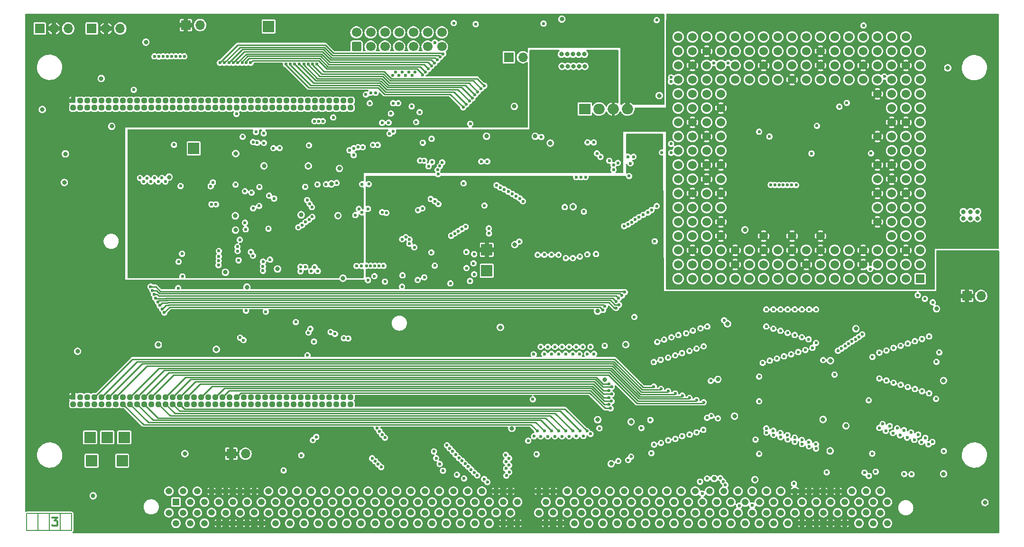
<source format=gbr>
G04 #@! TF.GenerationSoftware,KiCad,Pcbnew,7.0.6-0*
G04 #@! TF.CreationDate,2024-01-07T13:47:21+01:00*
G04 #@! TF.ProjectId,Z3660_v021a,5a333636-305f-4763-9032-31612e6b6963,v0.21*
G04 #@! TF.SameCoordinates,Original*
G04 #@! TF.FileFunction,Copper,L3,Inr*
G04 #@! TF.FilePolarity,Positive*
%FSLAX46Y46*%
G04 Gerber Fmt 4.6, Leading zero omitted, Abs format (unit mm)*
G04 Created by KiCad (PCBNEW 7.0.6-0) date 2024-01-07 13:47:21*
%MOMM*%
%LPD*%
G01*
G04 APERTURE LIST*
G04 Aperture macros list*
%AMRoundRect*
0 Rectangle with rounded corners*
0 $1 Rounding radius*
0 $2 $3 $4 $5 $6 $7 $8 $9 X,Y pos of 4 corners*
0 Add a 4 corners polygon primitive as box body*
4,1,4,$2,$3,$4,$5,$6,$7,$8,$9,$2,$3,0*
0 Add four circle primitives for the rounded corners*
1,1,$1+$1,$2,$3*
1,1,$1+$1,$4,$5*
1,1,$1+$1,$6,$7*
1,1,$1+$1,$8,$9*
0 Add four rect primitives between the rounded corners*
20,1,$1+$1,$2,$3,$4,$5,0*
20,1,$1+$1,$4,$5,$6,$7,0*
20,1,$1+$1,$6,$7,$8,$9,0*
20,1,$1+$1,$8,$9,$2,$3,0*%
G04 Aperture macros list end*
G04 #@! TA.AperFunction,NonConductor*
%ADD10C,0.150000*%
G04 #@! TD*
%ADD11C,0.300000*%
G04 #@! TA.AperFunction,NonConductor*
%ADD12C,0.300000*%
G04 #@! TD*
G04 #@! TA.AperFunction,ComponentPad*
%ADD13R,1.700000X1.700000*%
G04 #@! TD*
G04 #@! TA.AperFunction,ComponentPad*
%ADD14O,1.700000X1.700000*%
G04 #@! TD*
G04 #@! TA.AperFunction,ComponentPad*
%ADD15RoundRect,0.250000X0.600000X-0.600000X0.600000X0.600000X-0.600000X0.600000X-0.600000X-0.600000X0*%
G04 #@! TD*
G04 #@! TA.AperFunction,ComponentPad*
%ADD16C,1.700000*%
G04 #@! TD*
G04 #@! TA.AperFunction,ComponentPad*
%ADD17R,2.000000X2.000000*%
G04 #@! TD*
G04 #@! TA.AperFunction,ComponentPad*
%ADD18R,2.000000X1.905000*%
G04 #@! TD*
G04 #@! TA.AperFunction,ComponentPad*
%ADD19O,2.000000X1.905000*%
G04 #@! TD*
G04 #@! TA.AperFunction,ComponentPad*
%ADD20R,1.524000X1.524000*%
G04 #@! TD*
G04 #@! TA.AperFunction,ComponentPad*
%ADD21C,1.524000*%
G04 #@! TD*
G04 #@! TA.AperFunction,ComponentPad*
%ADD22R,0.950000X0.950000*%
G04 #@! TD*
G04 #@! TA.AperFunction,ComponentPad*
%ADD23RoundRect,0.237500X-0.237500X0.237500X-0.237500X-0.237500X0.237500X-0.237500X0.237500X0.237500X0*%
G04 #@! TD*
G04 #@! TA.AperFunction,ComponentPad*
%ADD24R,1.200000X1.200000*%
G04 #@! TD*
G04 #@! TA.AperFunction,ComponentPad*
%ADD25O,1.200000X1.200000*%
G04 #@! TD*
G04 #@! TA.AperFunction,ViaPad*
%ADD26C,0.800000*%
G04 #@! TD*
G04 #@! TA.AperFunction,ViaPad*
%ADD27C,0.600000*%
G04 #@! TD*
G04 #@! TA.AperFunction,Conductor*
%ADD28C,0.250000*%
G04 #@! TD*
G04 APERTURE END LIST*
D10*
X80576000Y-118999000D02*
X88576000Y-118999000D01*
X80576000Y-122047000D02*
X80576000Y-118999000D01*
X84582000Y-118999000D02*
X84582000Y-122047000D01*
X88576000Y-122047000D02*
X80576000Y-122047000D01*
X86582000Y-118999000D02*
X86582000Y-122047000D01*
X82582000Y-118999000D02*
X82582000Y-122047000D01*
X88576000Y-118999000D02*
X88576000Y-122047000D01*
D11*
D12*
X85156000Y-119701328D02*
X86084572Y-119701328D01*
X86084572Y-119701328D02*
X85584572Y-120272757D01*
X85584572Y-120272757D02*
X85798857Y-120272757D01*
X85798857Y-120272757D02*
X85941715Y-120344185D01*
X85941715Y-120344185D02*
X86013143Y-120415614D01*
X86013143Y-120415614D02*
X86084572Y-120558471D01*
X86084572Y-120558471D02*
X86084572Y-120915614D01*
X86084572Y-120915614D02*
X86013143Y-121058471D01*
X86013143Y-121058471D02*
X85941715Y-121129900D01*
X85941715Y-121129900D02*
X85798857Y-121201328D01*
X85798857Y-121201328D02*
X85370286Y-121201328D01*
X85370286Y-121201328D02*
X85227429Y-121129900D01*
X85227429Y-121129900D02*
X85156000Y-121058471D01*
D13*
X248412000Y-80137000D03*
D14*
X250952000Y-80137000D03*
D13*
X108981000Y-31750000D03*
D14*
X111521000Y-31750000D03*
D15*
X139446000Y-35610800D03*
D16*
X139446000Y-33070800D03*
X141986000Y-35610800D03*
X141986000Y-33070800D03*
X144526000Y-35610800D03*
X144526000Y-33070800D03*
X147066000Y-35610800D03*
X147066000Y-33070800D03*
X149606000Y-35610800D03*
X149606000Y-33070800D03*
X152146000Y-35610800D03*
X152146000Y-33070800D03*
X154686000Y-35610800D03*
X154686000Y-33070800D03*
D17*
X123768000Y-32004000D03*
X162712400Y-75641200D03*
X110388400Y-53797200D03*
X92178000Y-109551600D03*
X97613600Y-109551600D03*
X94921200Y-105386000D03*
D13*
X166624000Y-37490400D03*
D14*
X169164000Y-37490400D03*
D13*
X117094000Y-108331000D03*
D14*
X119634000Y-108331000D03*
D17*
X97969200Y-105386000D03*
D13*
X82895300Y-32361200D03*
D14*
X85435300Y-32361200D03*
X87975300Y-32361200D03*
D18*
X180213000Y-46736000D03*
D19*
X182753000Y-46736000D03*
X185293000Y-46736000D03*
X187833000Y-46736000D03*
D13*
X92191700Y-32361200D03*
D14*
X94731700Y-32361200D03*
X97271700Y-32361200D03*
D17*
X91873200Y-105386000D03*
X162712400Y-71882000D03*
D20*
X240055000Y-77050900D03*
D21*
X237515000Y-77050900D03*
X234975000Y-77050900D03*
X232435000Y-77050900D03*
X229895000Y-77050900D03*
X227355000Y-77050900D03*
X224815000Y-77050900D03*
X222275000Y-77050900D03*
X219735000Y-77050900D03*
X217195000Y-77050900D03*
X214655000Y-77050900D03*
X212115000Y-77050900D03*
X209575000Y-77050900D03*
X207035000Y-77050900D03*
X204495000Y-77050900D03*
X201955000Y-77050900D03*
X199415000Y-77050900D03*
X196875000Y-77050900D03*
X240055000Y-74510900D03*
X237515000Y-74510900D03*
X234975000Y-74510900D03*
X232435000Y-74510900D03*
X229895000Y-74510900D03*
X227355000Y-74510900D03*
X224815000Y-74510900D03*
X222275000Y-74510900D03*
X219735000Y-74510900D03*
X217195000Y-74510900D03*
X214655000Y-74510900D03*
X212115000Y-74510900D03*
X209575000Y-74510900D03*
X207035000Y-74510900D03*
X204495000Y-74510900D03*
X201955000Y-74510900D03*
X199415000Y-74510900D03*
X196875000Y-74510900D03*
X240055000Y-71970900D03*
X237515000Y-71970900D03*
X234975000Y-71970900D03*
X232435000Y-71970900D03*
X229895000Y-71970900D03*
X227355000Y-71970900D03*
X224815000Y-71970900D03*
X222275000Y-71970900D03*
X219735000Y-71970900D03*
X217195000Y-71970900D03*
X214655000Y-71970900D03*
X212115000Y-71970900D03*
X209575000Y-71970900D03*
X207035000Y-71970900D03*
X204495000Y-71970900D03*
X201955000Y-71970900D03*
X199415000Y-71970900D03*
X196875000Y-71970900D03*
X240055000Y-69430900D03*
X237515000Y-69430900D03*
X234975000Y-69430900D03*
X201955000Y-69430900D03*
X199415000Y-69430900D03*
X196875000Y-69430900D03*
X240055000Y-66890900D03*
X237515000Y-66890900D03*
X234975000Y-66890900D03*
X201955000Y-66890900D03*
X199415000Y-66890900D03*
X196875000Y-66890900D03*
X240055000Y-64350900D03*
X237515000Y-64350900D03*
X234975000Y-64350900D03*
X201955000Y-64350900D03*
X199415000Y-64350900D03*
X196875000Y-64350900D03*
X240055000Y-61810900D03*
X237515000Y-61810900D03*
X234975000Y-61810900D03*
X201955000Y-61810900D03*
X199415000Y-61810900D03*
X196875000Y-61810900D03*
X240055000Y-59270900D03*
X237515000Y-59270900D03*
X234975000Y-59270900D03*
X201955000Y-59270900D03*
X199415000Y-59270900D03*
X196875000Y-59270900D03*
X240055000Y-56730900D03*
X237515000Y-56730900D03*
X234975000Y-56730900D03*
X201955000Y-56730900D03*
X199415000Y-56730900D03*
X196875000Y-56730900D03*
X240055000Y-54190900D03*
X237515000Y-54190900D03*
X234975000Y-54190900D03*
X201955000Y-54190900D03*
X199415000Y-54190900D03*
X196875000Y-54190900D03*
X240055000Y-51650900D03*
X237515000Y-51650900D03*
X234975000Y-51650900D03*
X201955000Y-51650900D03*
X199415000Y-51650900D03*
X196875000Y-51650900D03*
X240055000Y-49110900D03*
X237515000Y-49110900D03*
X234975000Y-49110900D03*
X201955000Y-49110900D03*
X199415000Y-49110900D03*
X196875000Y-49110900D03*
X240055000Y-46570900D03*
X237515000Y-46570900D03*
X234975000Y-46570900D03*
X201955000Y-46570900D03*
X199415000Y-46570900D03*
X196875000Y-46570900D03*
X240055000Y-44030900D03*
X237515000Y-44030900D03*
X234975000Y-44030900D03*
X201955000Y-44030900D03*
X199415000Y-44030900D03*
X196875000Y-44030900D03*
X240055000Y-41490900D03*
X237515000Y-41490900D03*
X234975000Y-41490900D03*
X201955000Y-41490900D03*
X199415000Y-41490900D03*
X196875000Y-41490900D03*
X240055000Y-38950900D03*
X237515000Y-38950900D03*
X234975000Y-38950900D03*
X232435000Y-38950900D03*
X229895000Y-38950900D03*
X227355000Y-38950900D03*
X224815000Y-38950900D03*
X222275000Y-38950900D03*
X219735000Y-38950900D03*
X217195000Y-38950900D03*
X214655000Y-38950900D03*
X212115000Y-38950900D03*
X209575000Y-38950900D03*
X207035000Y-38950900D03*
X204495000Y-38950900D03*
X201955000Y-38950900D03*
X199415000Y-38950900D03*
X196875000Y-38950900D03*
X240055000Y-36410900D03*
X237515000Y-36410900D03*
X234975000Y-36410900D03*
X232435000Y-36410900D03*
X229895000Y-36410900D03*
X227355000Y-36410900D03*
X224815000Y-36410900D03*
X222275000Y-36410900D03*
X219735000Y-36410900D03*
X217195000Y-36410900D03*
X214655000Y-36410900D03*
X212115000Y-36410900D03*
X209575000Y-36410900D03*
X207035000Y-36410900D03*
X204495000Y-36410900D03*
X201955000Y-36410900D03*
X199415000Y-36410900D03*
X196875000Y-36410900D03*
X237515000Y-33870900D03*
X234975000Y-33870900D03*
X232435000Y-33870900D03*
X229895000Y-33870900D03*
X227355000Y-33870900D03*
X224815000Y-33870900D03*
X222275000Y-33870900D03*
X219735000Y-33870900D03*
X217195000Y-33870900D03*
X214655000Y-33870900D03*
X212115000Y-33870900D03*
X209575000Y-33870900D03*
X207035000Y-33870900D03*
X204495000Y-33870900D03*
X201955000Y-33870900D03*
X199415000Y-33870900D03*
X196875000Y-33870900D03*
X222275000Y-69430900D03*
X217195000Y-69430900D03*
X212115000Y-69430900D03*
X204495000Y-69430900D03*
X232435000Y-66890900D03*
X204495000Y-66890900D03*
X232435000Y-64350900D03*
X204495000Y-64350900D03*
X232435000Y-61810900D03*
X204495000Y-61810900D03*
X232435000Y-59270900D03*
X204495000Y-59270900D03*
X232435000Y-56730900D03*
X204495000Y-56730900D03*
X204495000Y-54190900D03*
X232435000Y-51650900D03*
X204495000Y-51650900D03*
X204495000Y-49110900D03*
X204495000Y-46570900D03*
X232435000Y-44030900D03*
X204495000Y-44030900D03*
X232435000Y-41490900D03*
X229895000Y-41490900D03*
X227355000Y-41490900D03*
X224815000Y-41490900D03*
X222275000Y-41490900D03*
X219735000Y-41490900D03*
X217195000Y-41490900D03*
X214655000Y-41490900D03*
X212115000Y-41490900D03*
X209575000Y-41490900D03*
X207035000Y-41490900D03*
X204495000Y-41490900D03*
D22*
X88883000Y-45256500D03*
D23*
X88883000Y-46526500D03*
X90153000Y-45256500D03*
X90153000Y-46526500D03*
X91423000Y-45256500D03*
X91423000Y-46526500D03*
X92693000Y-45256500D03*
X92693000Y-46526500D03*
X93963000Y-45256500D03*
X93963000Y-46526500D03*
X95233000Y-45256500D03*
X95233000Y-46526500D03*
X96503000Y-45256500D03*
X96503000Y-46526500D03*
X97773000Y-45256500D03*
X97773000Y-46526500D03*
X99043000Y-45256500D03*
X99043000Y-46526500D03*
X100313000Y-45256500D03*
X100313000Y-46526500D03*
X101583000Y-45256500D03*
X101583000Y-46526500D03*
X102853000Y-45256500D03*
X102853000Y-46526500D03*
X104123000Y-45256500D03*
X104123000Y-46526500D03*
X105393000Y-45256500D03*
X105393000Y-46526500D03*
X106663000Y-45256500D03*
X106663000Y-46526500D03*
X107933000Y-45256500D03*
X107933000Y-46526500D03*
X109203000Y-45256500D03*
X109203000Y-46526500D03*
X110473000Y-45256500D03*
X110473000Y-46526500D03*
X111743000Y-45256500D03*
X111743000Y-46526500D03*
X113013000Y-45256500D03*
X113013000Y-46526500D03*
X114283000Y-45256500D03*
X114283000Y-46526500D03*
X115553000Y-45256500D03*
X115553000Y-46526500D03*
X116823000Y-45256500D03*
X116823000Y-46526500D03*
X118093000Y-45256500D03*
X118093000Y-46526500D03*
X119363000Y-45256500D03*
X119363000Y-46526500D03*
X120633000Y-45256500D03*
X120633000Y-46526500D03*
X121903000Y-45256500D03*
X121903000Y-46526500D03*
X123173000Y-45256500D03*
X123173000Y-46526500D03*
X124443000Y-45256500D03*
X124443000Y-46526500D03*
X125713000Y-45256500D03*
X125713000Y-46526500D03*
X126983000Y-45256500D03*
X126983000Y-46526500D03*
X128253000Y-45256500D03*
X128253000Y-46526500D03*
X129523000Y-45256500D03*
X129523000Y-46526500D03*
X130793000Y-45256500D03*
X130793000Y-46526500D03*
X132063000Y-45256500D03*
X132063000Y-46526500D03*
X133333000Y-45256500D03*
X133333000Y-46526500D03*
X134603000Y-45256500D03*
X134603000Y-46526500D03*
X135873000Y-45256500D03*
X135873000Y-46526500D03*
X137143000Y-45256500D03*
X137143000Y-46526500D03*
X138413000Y-45256500D03*
X138413000Y-46526500D03*
D22*
X88883000Y-98193000D03*
D23*
X88883000Y-99463000D03*
X90153000Y-98193000D03*
X90153000Y-99463000D03*
X91423000Y-98193000D03*
X91423000Y-99463000D03*
X92693000Y-98193000D03*
X92693000Y-99463000D03*
X93963000Y-98193000D03*
X93963000Y-99463000D03*
X95233000Y-98193000D03*
X95233000Y-99463000D03*
X96503000Y-98193000D03*
X96503000Y-99463000D03*
X97773000Y-98193000D03*
X97773000Y-99463000D03*
X99043000Y-98193000D03*
X99043000Y-99463000D03*
X100313000Y-98193000D03*
X100313000Y-99463000D03*
X101583000Y-98193000D03*
X101583000Y-99463000D03*
X102853000Y-98193000D03*
X102853000Y-99463000D03*
X104123000Y-98193000D03*
X104123000Y-99463000D03*
X105393000Y-98193000D03*
X105393000Y-99463000D03*
X106663000Y-98193000D03*
X106663000Y-99463000D03*
X107933000Y-98193000D03*
X107933000Y-99463000D03*
X109203000Y-98193000D03*
X109203000Y-99463000D03*
X110473000Y-98193000D03*
X110473000Y-99463000D03*
X111743000Y-98193000D03*
X111743000Y-99463000D03*
X113013000Y-98193000D03*
X113013000Y-99463000D03*
X114283000Y-98193000D03*
X114283000Y-99463000D03*
X115553000Y-98193000D03*
X115553000Y-99463000D03*
X116823000Y-98193000D03*
X116823000Y-99463000D03*
X118093000Y-98193000D03*
X118093000Y-99463000D03*
X119363000Y-98193000D03*
X119363000Y-99463000D03*
X120633000Y-98193000D03*
X120633000Y-99463000D03*
X121903000Y-98193000D03*
X121903000Y-99463000D03*
X123173000Y-98193000D03*
X123173000Y-99463000D03*
X124443000Y-98193000D03*
X124443000Y-99463000D03*
X125713000Y-98193000D03*
X125713000Y-99463000D03*
X126983000Y-98193000D03*
X126983000Y-99463000D03*
X128253000Y-98193000D03*
X128253000Y-99463000D03*
X129523000Y-98193000D03*
X129523000Y-99463000D03*
X130793000Y-98193000D03*
X130793000Y-99463000D03*
X132063000Y-98193000D03*
X132063000Y-99463000D03*
X133333000Y-98193000D03*
X133333000Y-99463000D03*
X134603000Y-98193000D03*
X134603000Y-99463000D03*
X135873000Y-98193000D03*
X135873000Y-99463000D03*
X137143000Y-98193000D03*
X137143000Y-99463000D03*
X138413000Y-98193000D03*
X138413000Y-99463000D03*
D24*
X107239000Y-116954500D03*
D25*
X105964986Y-115024415D03*
X107234986Y-120739415D03*
X105964986Y-118859500D03*
X109774986Y-116954500D03*
X108504986Y-115024415D03*
X109774986Y-120739415D03*
X108504986Y-118859500D03*
X112314986Y-116929415D03*
X111044986Y-115024415D03*
X112314986Y-120739415D03*
X111044986Y-118859500D03*
X114854986Y-116954500D03*
X113584986Y-115024415D03*
X114854986Y-120739415D03*
X113584986Y-118834415D03*
X117394986Y-116954500D03*
X116124986Y-115024415D03*
X117394986Y-120739415D03*
X116124986Y-118859500D03*
X119934986Y-116954500D03*
X118664986Y-115024415D03*
X119934986Y-120739415D03*
X118664986Y-118859500D03*
X122474986Y-116954500D03*
X121204986Y-115024415D03*
X122474986Y-120739415D03*
X121204986Y-118834415D03*
X125014986Y-116954500D03*
X123744986Y-115024415D03*
X125014986Y-120739415D03*
X123744986Y-118859500D03*
X127554986Y-116954500D03*
X126284986Y-115024415D03*
X127554986Y-120739415D03*
X126284986Y-118834415D03*
X130094986Y-116954500D03*
X128824986Y-115024415D03*
X130094986Y-120739415D03*
X128824986Y-118859500D03*
X132634986Y-116929415D03*
X131364986Y-115024415D03*
X132634986Y-120739415D03*
X131364986Y-118834415D03*
X135174986Y-116954500D03*
X133904986Y-115024415D03*
X135174986Y-120739415D03*
X133904986Y-118859500D03*
X137714986Y-116929415D03*
X136444986Y-115024415D03*
X137714986Y-120739415D03*
X136444986Y-118859500D03*
X140254986Y-116954500D03*
X138984986Y-115024415D03*
X140254986Y-120739415D03*
X138984986Y-118859500D03*
X142794986Y-116954500D03*
X141524986Y-115024415D03*
X142794986Y-120739415D03*
X141524986Y-118834415D03*
X145334986Y-116954500D03*
X144064986Y-115024415D03*
X145334986Y-120739415D03*
X144064986Y-118859500D03*
X147874986Y-116954500D03*
X146604986Y-115024415D03*
X147874986Y-120739415D03*
X146604986Y-118859500D03*
X150414986Y-116954500D03*
X149144986Y-115024415D03*
X150414986Y-120739415D03*
X149144986Y-118834415D03*
X152954986Y-116954500D03*
X151684986Y-115024415D03*
X152954986Y-120739415D03*
X151684986Y-118859500D03*
X155494986Y-116954500D03*
X154224986Y-115024415D03*
X155494986Y-120739415D03*
X154224986Y-118834415D03*
X158034986Y-116954500D03*
X156764986Y-115024415D03*
X158034986Y-120739415D03*
X156764986Y-118859500D03*
X160574986Y-116954500D03*
X159304986Y-115024415D03*
X160574986Y-120739415D03*
X159304986Y-118834415D03*
X163114986Y-116954500D03*
X161844986Y-115024415D03*
X163114986Y-120739415D03*
X161844986Y-118859500D03*
X165654986Y-116954500D03*
X164384986Y-115024415D03*
X165654986Y-120739415D03*
X164384986Y-118834415D03*
X168194986Y-116929415D03*
X166924986Y-115024415D03*
X168194986Y-120739415D03*
X166924986Y-118859500D03*
X173274986Y-116929415D03*
X172004986Y-115024415D03*
X173274986Y-120739415D03*
X172004986Y-118859500D03*
X175814986Y-116929415D03*
X174544986Y-115024415D03*
X175814986Y-120739415D03*
X174544986Y-118834415D03*
X178354986Y-116929415D03*
X177084986Y-115024415D03*
X178354986Y-120739415D03*
X177084986Y-118859500D03*
X180894986Y-116954500D03*
X179624986Y-115024415D03*
X180894986Y-120739415D03*
X179624986Y-118859500D03*
X183434986Y-116954500D03*
X182164986Y-115024415D03*
X183434986Y-120739415D03*
X182164986Y-118834415D03*
X185974986Y-116929415D03*
X184704986Y-115024415D03*
X185974986Y-120739415D03*
X184704986Y-118859500D03*
X188514986Y-116954500D03*
X187244986Y-115024415D03*
X188514986Y-120739415D03*
X187244986Y-118859500D03*
X191054986Y-116929415D03*
X189784986Y-115024415D03*
X191054986Y-120739415D03*
X189784986Y-118859500D03*
X193594986Y-116929415D03*
X192324986Y-115024415D03*
X193594986Y-120739415D03*
X192324986Y-118834415D03*
X196134986Y-116929415D03*
X194864986Y-115024415D03*
X196134986Y-120739415D03*
X194864986Y-118859500D03*
X198674986Y-116954500D03*
X197404986Y-115024415D03*
X198674986Y-120739415D03*
X197404986Y-118859500D03*
X201219000Y-116954500D03*
X199944986Y-115024415D03*
X201214986Y-120739415D03*
X199944986Y-118859500D03*
X203754986Y-116929415D03*
X202484986Y-115024415D03*
X203754986Y-120739415D03*
X202484986Y-118859500D03*
X206294986Y-116954500D03*
X205024986Y-115024415D03*
X206294986Y-120739415D03*
X205024986Y-118834415D03*
X208834986Y-116954500D03*
X207564986Y-115024415D03*
X208834986Y-120739415D03*
X207564986Y-118859500D03*
X211379000Y-116954500D03*
X210104986Y-115024415D03*
X211374986Y-120739415D03*
X210104986Y-118859500D03*
X213919000Y-116954500D03*
X212644986Y-115024415D03*
X213914986Y-120739415D03*
X212644986Y-118859500D03*
X216454986Y-116954500D03*
X215184986Y-115024415D03*
X216454986Y-120739415D03*
X215184986Y-118859500D03*
X218994986Y-116954500D03*
X217724986Y-115024415D03*
X218994986Y-120739415D03*
X217724986Y-118859500D03*
X221534986Y-116954500D03*
X220264986Y-115024415D03*
X221534986Y-120739415D03*
X220264986Y-118859500D03*
X224074986Y-116954500D03*
X222804986Y-115024415D03*
X224074986Y-120739415D03*
X222804986Y-118859500D03*
X226614986Y-116954500D03*
X225344986Y-115024415D03*
X226614986Y-120739415D03*
X225344986Y-118859500D03*
X229154986Y-116954500D03*
X227884986Y-115024415D03*
X229154986Y-120739415D03*
X227884986Y-118834415D03*
X231694986Y-116954500D03*
X230424986Y-115024415D03*
X231694986Y-120739415D03*
X230424986Y-118834415D03*
X234234986Y-116954500D03*
X232964986Y-115024415D03*
X234234986Y-120739415D03*
X232964986Y-118859500D03*
D26*
X176107477Y-30690810D03*
X178077293Y-36969500D03*
X136398000Y-57368982D03*
X92440000Y-115824000D03*
X95758000Y-49834800D03*
X247777000Y-66294000D03*
X203962000Y-95032198D03*
X222732600Y-102187194D03*
X187522898Y-88818502D03*
X224002600Y-107812400D03*
X93878400Y-41300400D03*
X226822000Y-103334445D03*
X224045449Y-91691599D03*
X178119400Y-64185865D03*
X205673697Y-85098000D03*
X116051327Y-75909273D03*
X193497200Y-44348400D03*
X162661602Y-51612802D03*
X89662000Y-90017600D03*
X165137644Y-85740515D03*
X104063800Y-88864000D03*
X203300000Y-112739800D03*
X130849500Y-56903872D03*
X177165000Y-39116000D03*
X188468000Y-102616000D03*
X183769000Y-95123000D03*
X125349000Y-75311000D03*
X179197000Y-39116000D03*
X167175000Y-103789498D03*
X210566000Y-112947670D03*
X250316950Y-65087500D03*
X176149000Y-39116000D03*
X182499000Y-102235000D03*
X249047000Y-66294000D03*
X136144000Y-65786000D03*
X244246400Y-95250000D03*
X242990500Y-82423000D03*
X228600000Y-85979000D03*
X176020094Y-36969500D03*
X180144300Y-36969500D03*
X208788000Y-68326000D03*
X134975600Y-60131226D03*
X249047000Y-65087500D03*
X179122299Y-36969500D03*
X167629700Y-46280400D03*
X114427000Y-89676800D03*
X83362800Y-46837602D03*
X117887764Y-54692564D03*
X108818700Y-108305600D03*
X182480428Y-82858600D03*
X137033000Y-76962000D03*
X122936000Y-56896000D03*
X105997269Y-58899531D03*
X250317000Y-66294000D03*
X180213000Y-39116000D03*
X244246400Y-111912400D03*
X174040800Y-52832000D03*
X117823576Y-65818444D03*
X206933800Y-101600000D03*
X251637800Y-117017800D03*
X87299800Y-59857200D03*
X117855992Y-68377217D03*
X119888000Y-78552412D03*
X87477600Y-54762400D03*
X129565400Y-65648400D03*
X247777008Y-65087500D03*
X184912000Y-110109000D03*
X101854000Y-34798000D03*
X178181000Y-39116000D03*
D27*
X221640400Y-49733200D03*
D26*
X167711400Y-70967602D03*
X177068242Y-36969500D03*
X245000000Y-39400000D03*
X180961720Y-30690810D03*
X181991000Y-30690810D03*
X184023000Y-30690810D03*
X84963000Y-115824000D03*
X188976000Y-52578000D03*
X228727000Y-83947000D03*
X207010000Y-99110800D03*
X188000000Y-52600008D03*
X183007000Y-30690810D03*
X185039000Y-30690810D03*
X189864951Y-52578491D03*
X189865000Y-51689000D03*
X179958443Y-30690810D03*
X208661000Y-83185000D03*
X188067505Y-30690810D03*
X188468000Y-100635003D03*
X167182914Y-99537510D03*
D27*
X231292400Y-54660800D03*
D26*
X189083505Y-30690810D03*
X188290926Y-84597974D03*
X168351200Y-69137000D03*
X249046999Y-76962000D03*
X167868600Y-82971200D03*
X250380503Y-76961998D03*
X89859901Y-57591295D03*
X177907505Y-30690810D03*
X247650001Y-76962000D03*
X243382800Y-117017798D03*
X210018000Y-99060000D03*
X186054443Y-30690810D03*
X171348402Y-51612800D03*
X83362800Y-54762398D03*
D27*
X220675200Y-54711600D03*
D26*
X100584000Y-108305600D03*
X190753951Y-52578491D03*
X230211000Y-102733995D03*
X188976049Y-51688509D03*
X187070443Y-30690810D03*
X227116862Y-99291030D03*
X191121720Y-30690810D03*
X190099505Y-30690810D03*
X188023016Y-51688514D03*
X178929720Y-30690810D03*
X190754000Y-51689000D03*
D27*
X221458418Y-106641000D03*
X241548011Y-106627529D03*
X229743000Y-86995000D03*
X241681000Y-87376000D03*
X221488000Y-82550000D03*
X220206990Y-106241000D03*
X240284000Y-106232500D03*
X220261022Y-82550000D03*
X229142363Y-87443318D03*
X240411000Y-87823500D03*
X218948000Y-105841000D03*
X239014000Y-105832989D03*
X238531404Y-111977996D03*
X239141000Y-88223011D03*
X218948000Y-82550000D03*
X228522450Y-87864581D03*
X237744000Y-105433478D03*
X237210595Y-111936405D03*
X217678001Y-105441000D03*
X227886238Y-88260799D03*
X217678000Y-82550000D03*
X237871000Y-88646000D03*
X216385250Y-105005522D03*
X236474000Y-105033967D03*
X227250503Y-88657783D03*
X236601000Y-89027000D03*
X216408000Y-82550000D03*
X235208289Y-104636782D03*
X215106518Y-104606011D03*
X226652239Y-89109262D03*
X215138000Y-82550000D03*
X235331000Y-89421544D03*
X213836518Y-104206500D03*
X233934000Y-104234945D03*
X226026675Y-89522086D03*
X234061000Y-89871533D03*
X213868000Y-82550000D03*
X232791010Y-103715262D03*
X212599242Y-103787200D03*
X232791000Y-90271044D03*
X217550996Y-113665000D03*
X225399608Y-89932624D03*
X212598000Y-82550000D03*
X192517741Y-91948017D03*
X204397269Y-112667299D03*
X172974000Y-90490500D03*
X193751206Y-91548002D03*
X204891974Y-113275960D03*
X174244000Y-90490500D03*
X205308000Y-113900000D03*
X175524509Y-90490500D03*
X195071998Y-91148000D03*
X196342000Y-90747994D03*
X176784000Y-90490500D03*
X197561200Y-90347996D03*
X178054000Y-90490500D03*
X201168000Y-115443000D03*
X198881820Y-89947985D03*
X179252100Y-90490500D03*
X200787001Y-113309027D03*
X180594000Y-90490500D03*
X200151874Y-89547980D03*
X207772000Y-117602000D03*
X202038403Y-112725200D03*
X201422000Y-89147998D03*
X210108802Y-117551200D03*
X181850245Y-90490500D03*
X130962400Y-53238400D03*
X172440600Y-51739800D03*
X166161681Y-110968633D03*
X151552608Y-76801501D03*
X122751841Y-74860907D03*
X144239369Y-74761431D03*
X150368000Y-77276500D03*
X166195000Y-112220000D03*
X131495800Y-64260600D03*
X154062090Y-63702216D03*
X166703000Y-111591001D03*
X148894800Y-70048997D03*
X119674500Y-68242200D03*
X131072191Y-63641682D03*
X153466802Y-63246004D03*
X130656303Y-63017549D03*
X152700874Y-62822287D03*
X108377606Y-76627608D03*
X149779331Y-71454670D03*
X156210000Y-77892600D03*
X143489382Y-74756609D03*
X147605059Y-70013033D03*
X107701301Y-74010301D03*
X118618000Y-70104000D03*
X148894800Y-70799000D03*
X148260592Y-69648643D03*
X108310901Y-72587901D03*
X122746729Y-75636201D03*
X147675598Y-76454000D03*
X147583400Y-78467600D03*
X142734590Y-74761400D03*
X142646400Y-76606400D03*
X130708400Y-90728800D03*
X128625598Y-84785200D03*
X141969788Y-74761400D03*
X141500000Y-77317600D03*
X131368800Y-75692014D03*
X131852000Y-88293400D03*
X130318513Y-74956541D03*
X141219794Y-74761400D03*
X135890000Y-59943996D03*
X145188345Y-49174400D03*
X113563403Y-63779399D03*
X121513413Y-50850603D03*
X139241964Y-65700600D03*
X186108011Y-56375000D03*
X121005600Y-64465200D03*
X134010400Y-60198000D03*
X144038345Y-49205229D03*
X141986000Y-43840400D03*
X144018000Y-65176400D03*
X188104487Y-58722113D03*
X188346674Y-56449938D03*
X144780000Y-65289400D03*
X142866404Y-43856831D03*
X141822827Y-45716982D03*
X160731204Y-31597600D03*
X107619800Y-78732603D03*
X114884202Y-72100000D03*
X146908302Y-45714698D03*
X132537196Y-75692000D03*
X145999196Y-45720000D03*
X131963647Y-75007508D03*
X133448341Y-48924500D03*
X171075000Y-90551000D03*
X183769000Y-89027000D03*
X118397848Y-73771536D03*
X160324800Y-74320400D03*
X122072400Y-64041706D03*
X180340000Y-58922700D03*
X224784513Y-94178087D03*
X211328000Y-94538800D03*
X159081033Y-75157767D03*
X120599200Y-72288400D03*
X160462400Y-76263758D03*
X120976072Y-72962911D03*
X170925000Y-98600000D03*
X188468000Y-108839000D03*
X203962000Y-102000000D03*
X190301268Y-103727468D03*
X179527200Y-58924988D03*
X189052200Y-83885600D03*
X205078748Y-84490925D03*
X123839651Y-62230523D03*
X232136641Y-111523204D03*
X122783601Y-74015599D03*
X243484400Y-90220800D03*
X231546400Y-91033600D03*
X166098598Y-108515602D03*
X153416000Y-74726800D03*
X171600000Y-108400000D03*
X159715200Y-77470000D03*
X124002987Y-73660187D03*
X244298020Y-107850000D03*
X231521000Y-108300000D03*
X160462392Y-72669232D03*
X168520474Y-70424500D03*
X180035200Y-65074800D03*
X118235561Y-72112785D03*
X145588789Y-47552811D03*
X149301200Y-46278800D03*
X139442885Y-74780709D03*
X150723600Y-47299815D03*
X119278400Y-88036400D03*
X140360400Y-74777598D03*
X150088600Y-49098200D03*
X131949335Y-48924500D03*
X132698838Y-48924500D03*
X118028425Y-47612813D03*
X119126000Y-51679814D03*
X188899996Y-55275000D03*
X138961753Y-55003689D03*
X184588214Y-55975000D03*
X187900000Y-55275000D03*
X183000000Y-55300006D03*
X138201400Y-54116800D03*
X193954400Y-54507878D03*
X182372661Y-54666692D03*
X138963400Y-53761200D03*
X139729913Y-53564087D03*
X181800000Y-52700000D03*
X180699999Y-52700001D03*
X140563600Y-53584600D03*
X131546600Y-66004000D03*
X158276800Y-68172295D03*
X157616400Y-68572295D03*
X130984823Y-66500901D03*
X186189232Y-109619168D03*
X210693000Y-105800000D03*
X156984091Y-68975642D03*
X130351348Y-66929726D03*
X129725947Y-67493400D03*
X156346400Y-69372295D03*
X151536400Y-55981600D03*
X124612400Y-53746400D03*
X230142712Y-111697668D03*
X166126177Y-109718653D03*
X230911400Y-112282800D03*
X125727640Y-53720989D03*
X150783802Y-55959400D03*
X166700200Y-110368600D03*
X178675604Y-58924962D03*
X124739400Y-62752800D03*
X129057400Y-67883600D03*
X187943957Y-109448440D03*
X159054800Y-72288400D03*
X170100000Y-106000000D03*
X166700196Y-109133200D03*
X152806942Y-72376793D03*
X118194553Y-71340620D03*
X223393000Y-111622400D03*
X229971599Y-31833000D03*
X135300000Y-48260000D03*
X118668800Y-87579200D03*
X185327600Y-56758400D03*
X225653600Y-46329600D03*
X119532400Y-61417200D03*
X132486400Y-60221018D03*
X123252241Y-82944947D03*
X226974400Y-45653000D03*
X114362427Y-63765627D03*
X185327600Y-57571011D03*
X162818232Y-113381363D03*
X157734000Y-109102200D03*
X162243232Y-112846451D03*
X157159000Y-108496436D03*
X161010413Y-112191987D03*
X158648400Y-112725200D03*
X156616254Y-107899053D03*
X157378400Y-112064800D03*
X160458775Y-111683854D03*
X156085505Y-107369139D03*
X154896216Y-111359245D03*
X159922637Y-111157112D03*
X155590130Y-106806016D03*
X143865600Y-110693200D03*
X143306800Y-110185200D03*
X142773883Y-109657466D03*
X142233875Y-109136990D03*
X143547284Y-104324929D03*
X135600000Y-86900002D03*
X134830002Y-86569998D03*
X143118658Y-103709474D03*
X144526000Y-105460800D03*
X137979893Y-87720107D03*
X144021114Y-104906297D03*
X137200000Y-87671275D03*
X154305373Y-110160173D03*
X159390350Y-110628743D03*
X158838459Y-110120885D03*
X153684892Y-109123218D03*
X153280621Y-107912865D03*
X158309000Y-109584613D03*
X122887031Y-51103343D03*
X205790800Y-38506400D03*
X121740262Y-52758109D03*
X203200000Y-38506400D03*
X121000248Y-52636111D03*
X180648019Y-72710999D03*
X154736800Y-56286400D03*
X154330400Y-56946800D03*
X179324105Y-73100000D03*
X153924000Y-57607200D03*
X178075000Y-73399835D03*
X176825000Y-73365412D03*
X154005111Y-58389689D03*
X152946319Y-56235016D03*
X175514000Y-72800000D03*
X174244000Y-72771000D03*
X152321237Y-56981436D03*
X172974000Y-72771000D03*
X132270126Y-105323200D03*
X163067999Y-68071999D03*
X163093400Y-68961000D03*
X131663300Y-105898200D03*
X171785054Y-72785554D03*
X221488000Y-88519000D03*
X180594000Y-104267000D03*
X193141600Y-88341200D03*
X221491207Y-107390286D03*
X181229000Y-89214500D03*
X179838001Y-89214500D03*
X220157500Y-87884000D03*
X179324000Y-104267000D03*
X220220077Y-106990889D03*
X194377000Y-87937202D03*
X195662995Y-87530806D03*
X178054000Y-104267000D03*
X178689000Y-89214500D03*
X218948000Y-87503000D03*
X218992004Y-106589711D03*
X196917000Y-87124412D03*
X176784000Y-104267000D03*
X177419000Y-89214500D03*
X217678000Y-87122000D03*
X217678000Y-106191002D03*
X175514000Y-104267000D03*
X216410936Y-105754585D03*
X176149000Y-89214500D03*
X198282943Y-86797957D03*
X216408000Y-86741000D03*
X174244000Y-104267000D03*
X215156184Y-105368811D03*
X215139967Y-86360000D03*
X199498394Y-86319000D03*
X174879000Y-89214500D03*
X173610300Y-89214500D03*
X213886184Y-104969300D03*
X200856208Y-85919000D03*
X172974000Y-104267000D03*
X213868000Y-85979000D03*
X212644557Y-104555060D03*
X202082400Y-85598000D03*
X171704000Y-104267000D03*
X172339000Y-89214500D03*
X212598000Y-85598000D03*
X201362002Y-104055602D03*
X181229000Y-104775000D03*
X211963000Y-92075000D03*
X184794200Y-100203000D03*
X184495428Y-99515077D03*
X213233000Y-91694000D03*
X200152000Y-104500600D03*
X179959000Y-105156000D03*
X178689000Y-105170804D03*
X214503000Y-91313000D03*
X184970834Y-98933000D03*
X198907400Y-104900600D03*
X215773000Y-90932000D03*
X184531000Y-98298000D03*
X177419000Y-105221602D03*
X197586600Y-105170800D03*
X217043000Y-90551000D03*
X185003800Y-97663000D03*
X176149000Y-105221600D03*
X196367400Y-105678800D03*
X174879000Y-105221600D03*
X218313000Y-90170000D03*
X195097400Y-105932800D03*
X184531000Y-97028000D03*
X185003800Y-96393000D03*
X219583000Y-89789000D03*
X193802000Y-106390000D03*
X173609000Y-105221596D03*
X184509022Y-95818500D03*
X192557400Y-106694800D03*
X172339000Y-105221600D03*
X220853000Y-89408000D03*
X201422000Y-99139400D03*
X242256000Y-106200000D03*
X242316000Y-81280000D03*
X241681000Y-97536000D03*
X200152000Y-98739400D03*
X240986000Y-105499998D03*
X240919000Y-80645000D03*
X240411000Y-97155000D03*
X239716000Y-104921116D03*
X198882000Y-98339400D03*
X239141000Y-96774000D03*
X239649000Y-80010000D03*
X197612000Y-97939400D03*
X237871000Y-96393000D03*
X238446000Y-104521000D03*
X196342000Y-97539400D03*
X236601000Y-96012000D03*
X237176000Y-104140000D03*
X235331000Y-95631000D03*
X235966000Y-103759000D03*
X195072000Y-97139400D03*
X234636000Y-103394064D03*
X193802000Y-96739400D03*
X234061000Y-95250000D03*
X233366000Y-102997000D03*
X192518230Y-96333000D03*
X232791000Y-94866056D03*
X129459548Y-74930553D03*
X122926986Y-52814479D03*
X211339433Y-108339427D03*
X150428804Y-64822295D03*
X144526000Y-77571600D03*
X139871780Y-64603548D03*
X151207722Y-64495800D03*
X141499770Y-64588570D03*
X113811745Y-59878544D03*
X149921200Y-40154202D03*
X164449229Y-60371929D03*
X195626410Y-54567795D03*
X103378000Y-37338000D03*
X186827042Y-80046200D03*
X103013327Y-79152814D03*
X101463600Y-59708800D03*
X104164889Y-37363578D03*
X149346200Y-40719401D03*
X165118238Y-60775038D03*
X102073200Y-59099200D03*
X186252829Y-80536029D03*
X103288422Y-79850006D03*
X104913941Y-37337586D03*
X165850832Y-61101232D03*
X148771200Y-40156521D03*
X103566943Y-80545836D03*
X185791800Y-81127600D03*
X102733600Y-59708800D03*
X148196200Y-40719400D03*
X166568850Y-61514450D03*
X105688249Y-37352395D03*
X103978843Y-81172009D03*
X103394000Y-59048400D03*
X186296602Y-81722913D03*
X106437609Y-37337802D03*
X147574000Y-40154200D03*
X167280050Y-61920850D03*
X185791800Y-82277600D03*
X104054400Y-59708800D03*
X104318466Y-81840149D03*
X167936494Y-62323294D03*
X107188000Y-37338000D03*
X147046200Y-40719400D03*
X104755453Y-82449080D03*
X104714800Y-59048400D03*
X183769000Y-81958600D03*
X231140000Y-75336400D03*
X168594900Y-62723400D03*
X107950000Y-37338000D03*
X146424999Y-40154200D03*
X183452908Y-82638740D03*
X105324400Y-59708800D03*
X105127482Y-83099732D03*
X145896200Y-40719400D03*
X108712000Y-37338000D03*
X169169184Y-63223530D03*
X192109787Y-64797027D03*
X154921220Y-36899208D03*
X115062000Y-38481000D03*
X115862103Y-38493363D03*
X191465200Y-65227204D03*
X154390774Y-37429426D03*
X116703920Y-38477681D03*
X190648325Y-65635587D03*
X153881644Y-37980144D03*
X189835682Y-66088396D03*
X153353100Y-38518873D03*
X117475000Y-38481000D03*
X189167328Y-66493331D03*
X152822769Y-39049205D03*
X118268593Y-38481000D03*
X119036730Y-38481000D03*
X188568278Y-66944600D03*
X152292438Y-39579536D03*
X119786232Y-38480782D03*
X151762113Y-40109860D03*
X187920325Y-67344600D03*
X120535734Y-38481004D03*
X187238340Y-67665600D03*
X151221200Y-40665587D03*
X129455500Y-75742800D03*
X123738500Y-68124400D03*
X152857200Y-52070000D03*
X159766000Y-49377608D03*
X213156800Y-51663600D03*
X211328000Y-50800008D03*
X140439002Y-60189951D03*
X162791099Y-56122625D03*
X131219002Y-86013513D03*
X99695000Y-43307000D03*
X141129134Y-44164201D03*
X102671110Y-78486000D03*
X187356854Y-79471200D03*
X100803200Y-59048400D03*
X213386221Y-60287091D03*
X126873000Y-38735000D03*
X158510803Y-46445999D03*
X127635000Y-38735000D03*
X214135844Y-60310928D03*
X159066533Y-45890269D03*
X214885713Y-60325073D03*
X128397000Y-38735000D03*
X159606997Y-45349805D03*
X215635568Y-60310199D03*
X129221787Y-38732739D03*
X160137181Y-44819620D03*
X130048000Y-38735000D03*
X160573552Y-44196603D03*
X216395703Y-60325421D03*
X217144767Y-60299767D03*
X161103884Y-43666272D03*
X130810000Y-38735000D03*
X131572000Y-38735000D03*
X217932000Y-60325000D03*
X161686106Y-43087167D03*
X162257096Y-42600882D03*
X132334000Y-38735000D03*
X172847000Y-31496000D03*
X193040000Y-30861000D03*
X176631600Y-64262000D03*
X193040002Y-64075000D03*
X158546800Y-60026400D03*
X141642238Y-60159038D03*
X119736345Y-82758600D03*
X130877000Y-86681000D03*
X113414096Y-60541036D03*
X145341400Y-51155600D03*
X233680000Y-40944800D03*
X195578801Y-41855749D03*
X195606901Y-41106273D03*
X145983911Y-50768710D03*
X195610620Y-52953406D03*
X143235272Y-53171400D03*
X117856000Y-60248800D03*
X120717008Y-61671200D03*
X122123000Y-60655200D03*
X130308796Y-60631226D03*
X222758000Y-91592400D03*
X140446780Y-65203050D03*
X202692000Y-95300800D03*
X202029747Y-101903749D03*
X162274650Y-63988550D03*
X182818899Y-103785999D03*
X242976400Y-91897200D03*
X211328002Y-98958400D03*
X192097779Y-108226605D03*
X171136261Y-105185519D03*
X158937200Y-67772297D03*
X191899596Y-102301000D03*
X230886006Y-98755200D03*
X119522100Y-67057600D03*
X114824202Y-74625200D03*
X114858800Y-73066600D03*
X114850414Y-73871388D03*
X242916400Y-98499998D03*
X192685237Y-70375000D03*
X182219600Y-72644000D03*
X202774296Y-101566922D03*
X142392404Y-53171400D03*
X151282400Y-52771400D03*
X106872900Y-53138400D03*
X161728987Y-56127313D03*
X153437050Y-34865002D03*
X156819600Y-31394400D03*
X108051600Y-60502798D03*
X129590800Y-108610400D03*
X126441200Y-111302798D03*
D26*
X209296000Y-44069000D03*
X250316942Y-53213000D03*
X125222000Y-65659000D03*
X117099296Y-56890704D03*
D27*
X183800000Y-51000000D03*
D26*
X195141365Y-69325000D03*
X122428000Y-65659000D03*
X132718048Y-65659000D03*
X117398796Y-76454000D03*
X245500000Y-30900000D03*
X99060000Y-51547400D03*
X121158002Y-73812401D03*
D27*
X216941400Y-56159400D03*
D26*
X127508000Y-74985992D03*
X98983812Y-56997600D03*
X132461000Y-57023000D03*
X134518400Y-75184004D03*
X117754400Y-63542600D03*
X101600000Y-76454000D03*
X249046950Y-53213000D03*
X210159600Y-47650400D03*
D27*
X170764200Y-36743200D03*
D26*
X126465577Y-57114312D03*
X247777000Y-53213000D03*
D28*
X176641498Y-100314498D02*
X180594000Y-104267000D01*
X108784498Y-100314498D02*
X176641498Y-100314498D01*
X107933000Y-99463000D02*
X108784498Y-100314498D01*
X107914498Y-100714498D02*
X175771498Y-100714498D01*
X106663000Y-99463000D02*
X107914498Y-100714498D01*
X175771498Y-100714498D02*
X179324000Y-104267000D01*
X174901498Y-101114498D02*
X178054000Y-104267000D01*
X105393000Y-99463000D02*
X107044498Y-101114498D01*
X107044498Y-101114498D02*
X174901498Y-101114498D01*
X174031498Y-101514498D02*
X176784000Y-104267000D01*
X106174498Y-101514498D02*
X174031498Y-101514498D01*
X104123000Y-99463000D02*
X106174498Y-101514498D01*
X104034498Y-101914498D02*
X173161498Y-101914498D01*
X101583000Y-99463000D02*
X104034498Y-101914498D01*
X173161498Y-101914498D02*
X175514000Y-104267000D01*
X166290375Y-102314498D02*
X172291498Y-102314498D01*
X100313000Y-99463000D02*
X103174000Y-102324000D01*
X172291498Y-102314498D02*
X174244000Y-104267000D01*
X166280873Y-102324000D02*
X166290375Y-102314498D01*
X103174000Y-102324000D02*
X166280873Y-102324000D01*
X102304000Y-102724000D02*
X166446559Y-102724000D01*
X166446559Y-102724000D02*
X166456061Y-102714498D01*
X166456061Y-102714498D02*
X171421498Y-102714498D01*
X171421498Y-102714498D02*
X172974000Y-104267000D01*
X99043000Y-99463000D02*
X102304000Y-102724000D01*
X166621747Y-103114498D02*
X170551498Y-103114498D01*
X166612245Y-103124000D02*
X166621747Y-103114498D01*
X97773000Y-99463000D02*
X101434000Y-103124000D01*
X170551498Y-103114498D02*
X171704000Y-104267000D01*
X101434000Y-103124000D02*
X166612245Y-103124000D01*
X118908543Y-97447673D02*
X118916217Y-97439998D01*
X183818761Y-100203000D02*
X184794200Y-100203000D01*
X118093000Y-98193000D02*
X118838327Y-97447673D01*
X118916217Y-97439998D02*
X181055761Y-97440000D01*
X118838327Y-97447673D02*
X118908543Y-97447673D01*
X181055761Y-97440000D02*
X183818761Y-100203000D01*
X181221445Y-97039998D02*
X183696524Y-99515077D01*
X115553000Y-98193000D02*
X116706002Y-97039998D01*
X183696524Y-99515077D02*
X184495428Y-99515077D01*
X116706002Y-97039998D02*
X181221445Y-97039998D01*
X181387133Y-96640000D02*
X183680133Y-98933000D01*
X115828334Y-96647673D02*
X115836007Y-96639999D01*
X115836007Y-96639999D02*
X181387133Y-96640000D01*
X114283000Y-98193000D02*
X115828327Y-96647673D01*
X115828327Y-96647673D02*
X115828334Y-96647673D01*
X183680133Y-98933000D02*
X184970834Y-98933000D01*
X183610819Y-98298000D02*
X184531000Y-98298000D01*
X111743000Y-98193000D02*
X113696001Y-96239999D01*
X113696001Y-96239999D02*
X181552819Y-96240000D01*
X181552819Y-96240000D02*
X183610819Y-98298000D01*
X181718505Y-95840000D02*
X183541505Y-97663000D01*
X111556001Y-95839999D02*
X181718505Y-95840000D01*
X183541505Y-97663000D02*
X185003800Y-97663000D01*
X109203000Y-98193000D02*
X111556001Y-95839999D01*
X181884191Y-95440000D02*
X183472191Y-97028000D01*
X183472191Y-97028000D02*
X184531000Y-97028000D01*
X107933000Y-98193000D02*
X110686001Y-95439999D01*
X110686001Y-95439999D02*
X181884191Y-95440000D01*
X183402877Y-96393000D02*
X185003800Y-96393000D01*
X109816001Y-95039999D02*
X182049877Y-95040000D01*
X182049877Y-95040000D02*
X183402877Y-96393000D01*
X106663000Y-98193000D02*
X109816001Y-95039999D01*
X105393000Y-98193000D02*
X108946001Y-94639999D01*
X182215563Y-94640000D02*
X183394063Y-95818500D01*
X183394063Y-95818500D02*
X184509022Y-95818500D01*
X108946001Y-94639999D02*
X182215563Y-94640000D01*
X106806000Y-94240000D02*
X184412598Y-94240000D01*
X201247000Y-99314400D02*
X201422000Y-99139400D01*
X184412598Y-94240000D02*
X189486998Y-99314400D01*
X189486998Y-99314400D02*
X201247000Y-99314400D01*
X102853000Y-98193000D02*
X106806000Y-94240000D01*
X199977000Y-98914400D02*
X200152000Y-98739400D01*
X105936000Y-93840000D02*
X184578293Y-93840000D01*
X101583000Y-98193000D02*
X105936000Y-93840000D01*
X189652693Y-98914400D02*
X199977000Y-98914400D01*
X184578293Y-93840000D02*
X189652693Y-98914400D01*
X189818378Y-98514400D02*
X198707000Y-98514400D01*
X184743978Y-93440000D02*
X189818378Y-98514400D01*
X105066000Y-93440000D02*
X184743978Y-93440000D01*
X198707000Y-98514400D02*
X198882000Y-98339400D01*
X100313000Y-98193000D02*
X105066000Y-93440000D01*
X104196000Y-93040000D02*
X184909663Y-93040000D01*
X197437000Y-98114400D02*
X197612000Y-97939400D01*
X99043000Y-98193000D02*
X104196000Y-93040000D01*
X189984063Y-98114400D02*
X197437000Y-98114400D01*
X184909663Y-93040000D02*
X189984063Y-98114400D01*
X185075348Y-92640000D02*
X190149748Y-97714400D01*
X102056000Y-92640000D02*
X185075348Y-92640000D01*
X190149748Y-97714400D02*
X196167000Y-97714400D01*
X196167000Y-97714400D02*
X196342000Y-97539400D01*
X96503000Y-98193000D02*
X102056000Y-92640000D01*
X190315434Y-97314400D02*
X194897000Y-97314400D01*
X194897000Y-97314400D02*
X195072000Y-97139400D01*
X185241034Y-92240000D02*
X190315434Y-97314400D01*
X95233000Y-98193000D02*
X101186000Y-92240000D01*
X101186000Y-92240000D02*
X185241034Y-92240000D01*
X100316000Y-91840000D02*
X185406714Y-91840000D01*
X185406714Y-91840000D02*
X190474714Y-96908000D01*
X193633400Y-96908000D02*
X193802000Y-96739400D01*
X190474714Y-96908000D02*
X193633400Y-96908000D01*
X93963000Y-98193000D02*
X100316000Y-91840000D01*
X185572400Y-91440000D02*
X190616400Y-96484000D01*
X99446000Y-91440000D02*
X185572400Y-91440000D01*
X192367230Y-96484000D02*
X192518230Y-96333000D01*
X190616400Y-96484000D02*
X192367230Y-96484000D01*
X92693000Y-98193000D02*
X99446000Y-91440000D01*
X103743728Y-79152814D02*
X104298525Y-79707611D01*
X104298525Y-79707611D02*
X186488453Y-79707611D01*
X186488453Y-79707611D02*
X186827042Y-80046200D01*
X103013327Y-79152814D02*
X103743728Y-79152814D01*
X103875236Y-79850006D02*
X104132837Y-80107607D01*
X185824407Y-80107607D02*
X186252829Y-80536029D01*
X103288422Y-79850006D02*
X103875236Y-79850006D01*
X104132837Y-80107607D02*
X185824407Y-80107607D01*
X103566943Y-80545836D02*
X103604707Y-80583600D01*
X105380873Y-80583600D02*
X105456872Y-80507601D01*
X103604707Y-80583600D02*
X105380873Y-80583600D01*
X105456872Y-80507601D02*
X185171801Y-80507601D01*
X185171801Y-80507601D02*
X185791800Y-81127600D01*
X105546559Y-80983600D02*
X105622558Y-80907601D01*
X103978843Y-81172009D02*
X104167252Y-80983600D01*
X184742427Y-80907601D02*
X185537427Y-81702600D01*
X105622558Y-80907601D02*
X184742427Y-80907601D01*
X104167252Y-80983600D02*
X105546559Y-80983600D01*
X185537427Y-81702600D02*
X186276289Y-81702600D01*
X186276289Y-81702600D02*
X186296602Y-81722913D01*
X184496173Y-81307601D02*
X185466172Y-82277600D01*
X185466172Y-82277600D02*
X185791800Y-82277600D01*
X105788243Y-81307601D02*
X184496173Y-81307601D01*
X105712244Y-81383600D02*
X105788243Y-81307601D01*
X104318466Y-81840149D02*
X104775015Y-81383600D01*
X104775015Y-81383600D02*
X105712244Y-81383600D01*
X105953929Y-81707600D02*
X183518000Y-81707600D01*
X104755453Y-82449080D02*
X105420933Y-81783600D01*
X105420933Y-81783600D02*
X105877928Y-81783600D01*
X105877928Y-81783600D02*
X105953929Y-81707600D01*
X183518000Y-81707600D02*
X183769000Y-81958600D01*
X106119614Y-82107600D02*
X182921768Y-82107600D01*
X105127482Y-83099732D02*
X106119614Y-82107600D01*
X182921768Y-82107600D02*
X183452908Y-82638740D01*
X133851979Y-35302577D02*
X135328602Y-36779200D01*
X135328602Y-36779200D02*
X154801212Y-36779200D01*
X118240423Y-35302577D02*
X133851979Y-35302577D01*
X115062000Y-38481000D02*
X118240423Y-35302577D01*
X154801212Y-36779200D02*
X154921220Y-36899208D01*
X154140548Y-37179200D02*
X154390774Y-37429426D01*
X118652889Y-35702577D02*
X133686293Y-35702577D01*
X115862103Y-38493363D02*
X118652889Y-35702577D01*
X133686293Y-35702577D02*
X135162917Y-37179200D01*
X135162917Y-37179200D02*
X154140548Y-37179200D01*
X133520607Y-36102577D02*
X134997232Y-37579200D01*
X134997232Y-37579200D02*
X153480700Y-37579200D01*
X119471313Y-36102577D02*
X133520607Y-36102577D01*
X116703920Y-38439612D02*
X119038999Y-36104533D01*
X153480700Y-37579200D02*
X153881644Y-37980144D01*
X116703920Y-38477681D02*
X116703920Y-38439612D01*
X119038999Y-36104533D02*
X119469357Y-36104533D01*
X119469357Y-36104533D02*
X119471313Y-36102577D01*
X134831547Y-37979200D02*
X152813427Y-37979200D01*
X152813427Y-37979200D02*
X153353100Y-38518873D01*
X117475000Y-38481000D02*
X117475000Y-38462125D01*
X119636999Y-36502577D02*
X133354921Y-36502577D01*
X117475000Y-38462125D02*
X119432592Y-36504533D01*
X119635043Y-36504533D02*
X119636999Y-36502577D01*
X133354921Y-36502577D02*
X134831547Y-37979200D01*
X119432592Y-36504533D02*
X119635043Y-36504533D01*
X134665862Y-38379200D02*
X152152764Y-38379200D01*
X152152764Y-38379200D02*
X152822769Y-39049205D01*
X118268593Y-38436669D02*
X119802685Y-36902577D01*
X118268593Y-38481000D02*
X118268593Y-38436669D01*
X133189235Y-36902577D02*
X134665862Y-38379200D01*
X119802685Y-36902577D02*
X133189235Y-36902577D01*
X134500177Y-38779200D02*
X151492102Y-38779200D01*
X151492102Y-38779200D02*
X152292438Y-39579536D01*
X133023553Y-37302577D02*
X134500177Y-38779200D01*
X119036730Y-38246264D02*
X119980417Y-37302577D01*
X119980417Y-37302577D02*
X133023553Y-37302577D01*
X119036730Y-38481000D02*
X119036730Y-38246264D01*
X134334492Y-39179200D02*
X150831453Y-39179200D01*
X119786232Y-38201768D02*
X120285423Y-37702577D01*
X132857868Y-37702577D02*
X134334492Y-39179200D01*
X119786232Y-38480782D02*
X119786232Y-38201768D01*
X150831453Y-39179200D02*
X151762113Y-40109860D01*
X120285423Y-37702577D02*
X132857868Y-37702577D01*
X150272400Y-39579200D02*
X151221200Y-40528000D01*
X120914161Y-38102577D02*
X132692185Y-38102577D01*
X132692185Y-38102577D02*
X134168807Y-39579200D01*
X151221200Y-40528000D02*
X151221200Y-40665587D01*
X134168807Y-39579200D02*
X150272400Y-39579200D01*
X120535734Y-38481004D02*
X120914161Y-38102577D01*
X102671110Y-78486000D02*
X103642600Y-78486000D01*
X103642600Y-78486000D02*
X104464215Y-79307615D01*
X104464215Y-79307615D02*
X187193269Y-79307615D01*
X187193269Y-79307615D02*
X187356854Y-79471200D01*
X144475200Y-44094400D02*
X156159204Y-44094400D01*
X143300400Y-42919600D02*
X144475200Y-44094400D01*
X126873000Y-38862000D02*
X130930600Y-42919600D01*
X126873000Y-38735000D02*
X126873000Y-38862000D01*
X156159204Y-44094400D02*
X158510803Y-46445999D01*
X130930600Y-42919600D02*
X143300400Y-42919600D01*
X156876800Y-43694400D02*
X159066533Y-45884133D01*
X131292600Y-42519600D02*
X143466086Y-42519600D01*
X127635000Y-38862000D02*
X131292600Y-42519600D01*
X143466086Y-42519600D02*
X144640886Y-43694400D01*
X144640886Y-43694400D02*
X156876800Y-43694400D01*
X127635000Y-38735000D02*
X127635000Y-38862000D01*
X159066533Y-45884133D02*
X159066533Y-45890269D01*
X143631772Y-42119600D02*
X144806572Y-43294400D01*
X131768800Y-42106800D02*
X143364972Y-42106800D01*
X128397000Y-38735000D02*
X131768800Y-42106800D01*
X143377772Y-42119600D02*
X143631772Y-42119600D01*
X143364972Y-42106800D02*
X143377772Y-42119600D01*
X157551592Y-43294400D02*
X159606997Y-45349805D01*
X144806572Y-43294400D02*
X157551592Y-43294400D01*
X143543458Y-41719600D02*
X143797458Y-41719600D01*
X143797458Y-41719600D02*
X144972258Y-42894400D01*
X158211961Y-42894400D02*
X160137181Y-44819620D01*
X132195848Y-41706800D02*
X143530658Y-41706800D01*
X144972258Y-42894400D02*
X158211961Y-42894400D01*
X129221787Y-38732739D02*
X132195848Y-41706800D01*
X143530658Y-41706800D02*
X143543458Y-41719600D01*
X130048000Y-38862000D02*
X132480000Y-41294000D01*
X158871349Y-42494400D02*
X160573552Y-44196603D01*
X132480000Y-41294000D02*
X143937544Y-41294000D01*
X130048000Y-38735000D02*
X130048000Y-38862000D01*
X145137944Y-42494400D02*
X158871349Y-42494400D01*
X143937544Y-41294000D02*
X145137944Y-42494400D01*
X145303630Y-42094400D02*
X159532012Y-42094400D01*
X159532012Y-42094400D02*
X161103884Y-43666272D01*
X144103230Y-40894000D02*
X145303630Y-42094400D01*
X130810000Y-38735000D02*
X130810000Y-38791376D01*
X132912624Y-40894000D02*
X144103230Y-40894000D01*
X130810000Y-38791376D02*
X132912624Y-40894000D01*
X133191200Y-40481200D02*
X144256116Y-40481200D01*
X131572000Y-38735000D02*
X131572000Y-38882755D01*
X145469316Y-41694400D02*
X160293339Y-41694400D01*
X131572000Y-38735000D02*
X131572000Y-38862000D01*
X131572000Y-38862000D02*
X133191200Y-40481200D01*
X160293339Y-41694400D02*
X161686106Y-43087167D01*
X144256116Y-40481200D02*
X145469316Y-41694400D01*
X132334000Y-38735000D02*
X133680200Y-40081200D01*
X133680200Y-40081200D02*
X144421802Y-40081200D01*
X160950614Y-41294400D02*
X162257096Y-42600882D01*
X145635002Y-41294400D02*
X160950614Y-41294400D01*
X144421802Y-40081200D02*
X145635002Y-41294400D01*
G04 #@! TA.AperFunction,Conductor*
G36*
X254069121Y-29763502D02*
G01*
X254115614Y-29817158D01*
X254127000Y-29869500D01*
X254127000Y-71629000D01*
X254106998Y-71697121D01*
X254053342Y-71743614D01*
X254001000Y-71755000D01*
X242697000Y-71755000D01*
X242697000Y-78867933D01*
X242676998Y-78936054D01*
X242623342Y-78982547D01*
X242570933Y-78993933D01*
X194816933Y-78968666D01*
X194748823Y-78948628D01*
X194702359Y-78894948D01*
X194691000Y-78842666D01*
X194691000Y-77050903D01*
X195853582Y-77050903D01*
X195873206Y-77250161D01*
X195873206Y-77250163D01*
X195931332Y-77441777D01*
X195931334Y-77441783D01*
X196024722Y-77616498D01*
X196025722Y-77618369D01*
X196152748Y-77773152D01*
X196307531Y-77900178D01*
X196484120Y-77994567D01*
X196675731Y-78052692D01*
X196675735Y-78052692D01*
X196675737Y-78052693D01*
X196874997Y-78072318D01*
X196875000Y-78072318D01*
X196875003Y-78072318D01*
X197074261Y-78052693D01*
X197074263Y-78052693D01*
X197074264Y-78052692D01*
X197074269Y-78052692D01*
X197265880Y-77994567D01*
X197442469Y-77900178D01*
X197597252Y-77773152D01*
X197724278Y-77618369D01*
X197818667Y-77441780D01*
X197876792Y-77250169D01*
X197883024Y-77186893D01*
X197896418Y-77050903D01*
X198393582Y-77050903D01*
X198413206Y-77250161D01*
X198413206Y-77250163D01*
X198471332Y-77441777D01*
X198471334Y-77441783D01*
X198564722Y-77616498D01*
X198565722Y-77618369D01*
X198692748Y-77773152D01*
X198847531Y-77900178D01*
X199024120Y-77994567D01*
X199215731Y-78052692D01*
X199215735Y-78052692D01*
X199215737Y-78052693D01*
X199414997Y-78072318D01*
X199415000Y-78072318D01*
X199415003Y-78072318D01*
X199614261Y-78052693D01*
X199614263Y-78052693D01*
X199614264Y-78052692D01*
X199614269Y-78052692D01*
X199805880Y-77994567D01*
X199982469Y-77900178D01*
X200137252Y-77773152D01*
X200264278Y-77618369D01*
X200358667Y-77441780D01*
X200416792Y-77250169D01*
X200423024Y-77186893D01*
X200436418Y-77050903D01*
X200933582Y-77050903D01*
X200953206Y-77250161D01*
X200953206Y-77250163D01*
X201011332Y-77441777D01*
X201011334Y-77441783D01*
X201104722Y-77616498D01*
X201105722Y-77618369D01*
X201232748Y-77773152D01*
X201387531Y-77900178D01*
X201564120Y-77994567D01*
X201755731Y-78052692D01*
X201755735Y-78052692D01*
X201755737Y-78052693D01*
X201954997Y-78072318D01*
X201955000Y-78072318D01*
X201955003Y-78072318D01*
X202154261Y-78052693D01*
X202154263Y-78052693D01*
X202154264Y-78052692D01*
X202154269Y-78052692D01*
X202345880Y-77994567D01*
X202522469Y-77900178D01*
X202677252Y-77773152D01*
X202804278Y-77618369D01*
X202898667Y-77441780D01*
X202956792Y-77250169D01*
X202963024Y-77186893D01*
X202976418Y-77050903D01*
X203473582Y-77050903D01*
X203493206Y-77250161D01*
X203493206Y-77250163D01*
X203551332Y-77441777D01*
X203551334Y-77441783D01*
X203644722Y-77616498D01*
X203645722Y-77618369D01*
X203772748Y-77773152D01*
X203927531Y-77900178D01*
X204104120Y-77994567D01*
X204295731Y-78052692D01*
X204295735Y-78052692D01*
X204295737Y-78052693D01*
X204494997Y-78072318D01*
X204495000Y-78072318D01*
X204495003Y-78072318D01*
X204694261Y-78052693D01*
X204694263Y-78052693D01*
X204694264Y-78052692D01*
X204694269Y-78052692D01*
X204885880Y-77994567D01*
X205062469Y-77900178D01*
X205217252Y-77773152D01*
X205344278Y-77618369D01*
X205438667Y-77441780D01*
X205496792Y-77250169D01*
X205503024Y-77186893D01*
X205516418Y-77050903D01*
X206013582Y-77050903D01*
X206033206Y-77250161D01*
X206033206Y-77250163D01*
X206091332Y-77441777D01*
X206091334Y-77441783D01*
X206184722Y-77616498D01*
X206185722Y-77618369D01*
X206312748Y-77773152D01*
X206467531Y-77900178D01*
X206644120Y-77994567D01*
X206835731Y-78052692D01*
X206835735Y-78052692D01*
X206835737Y-78052693D01*
X207034997Y-78072318D01*
X207035000Y-78072318D01*
X207035003Y-78072318D01*
X207234261Y-78052693D01*
X207234263Y-78052693D01*
X207234264Y-78052692D01*
X207234269Y-78052692D01*
X207425880Y-77994567D01*
X207602469Y-77900178D01*
X207757252Y-77773152D01*
X207884278Y-77618369D01*
X207978667Y-77441780D01*
X208036792Y-77250169D01*
X208043024Y-77186893D01*
X208056418Y-77050903D01*
X208553582Y-77050903D01*
X208573206Y-77250161D01*
X208573206Y-77250163D01*
X208631332Y-77441777D01*
X208631334Y-77441783D01*
X208724722Y-77616498D01*
X208725722Y-77618369D01*
X208852748Y-77773152D01*
X209007531Y-77900178D01*
X209184120Y-77994567D01*
X209375731Y-78052692D01*
X209375735Y-78052692D01*
X209375737Y-78052693D01*
X209574997Y-78072318D01*
X209575000Y-78072318D01*
X209575003Y-78072318D01*
X209774261Y-78052693D01*
X209774263Y-78052693D01*
X209774264Y-78052692D01*
X209774269Y-78052692D01*
X209965880Y-77994567D01*
X210142469Y-77900178D01*
X210297252Y-77773152D01*
X210424278Y-77618369D01*
X210518667Y-77441780D01*
X210576792Y-77250169D01*
X210583024Y-77186893D01*
X210596418Y-77050903D01*
X211093582Y-77050903D01*
X211113206Y-77250161D01*
X211113206Y-77250163D01*
X211171332Y-77441777D01*
X211171334Y-77441783D01*
X211264722Y-77616498D01*
X211265722Y-77618369D01*
X211392748Y-77773152D01*
X211547531Y-77900178D01*
X211724120Y-77994567D01*
X211915731Y-78052692D01*
X211915735Y-78052692D01*
X211915737Y-78052693D01*
X212114997Y-78072318D01*
X212115000Y-78072318D01*
X212115003Y-78072318D01*
X212314261Y-78052693D01*
X212314263Y-78052693D01*
X212314264Y-78052692D01*
X212314269Y-78052692D01*
X212505880Y-77994567D01*
X212682469Y-77900178D01*
X212837252Y-77773152D01*
X212964278Y-77618369D01*
X213058667Y-77441780D01*
X213116792Y-77250169D01*
X213123024Y-77186893D01*
X213136418Y-77050903D01*
X213633582Y-77050903D01*
X213653206Y-77250161D01*
X213653206Y-77250163D01*
X213711332Y-77441777D01*
X213711334Y-77441783D01*
X213804722Y-77616498D01*
X213805722Y-77618369D01*
X213932748Y-77773152D01*
X214087531Y-77900178D01*
X214264120Y-77994567D01*
X214455731Y-78052692D01*
X214455735Y-78052692D01*
X214455737Y-78052693D01*
X214654997Y-78072318D01*
X214655000Y-78072318D01*
X214655003Y-78072318D01*
X214854261Y-78052693D01*
X214854263Y-78052693D01*
X214854264Y-78052692D01*
X214854269Y-78052692D01*
X215045880Y-77994567D01*
X215222469Y-77900178D01*
X215377252Y-77773152D01*
X215504278Y-77618369D01*
X215598667Y-77441780D01*
X215656792Y-77250169D01*
X215663024Y-77186893D01*
X215676418Y-77050903D01*
X216173582Y-77050903D01*
X216193206Y-77250161D01*
X216193206Y-77250163D01*
X216251332Y-77441777D01*
X216251334Y-77441783D01*
X216344722Y-77616498D01*
X216345722Y-77618369D01*
X216472748Y-77773152D01*
X216627531Y-77900178D01*
X216804120Y-77994567D01*
X216995731Y-78052692D01*
X216995735Y-78052692D01*
X216995737Y-78052693D01*
X217194997Y-78072318D01*
X217195000Y-78072318D01*
X217195003Y-78072318D01*
X217394261Y-78052693D01*
X217394263Y-78052693D01*
X217394264Y-78052692D01*
X217394269Y-78052692D01*
X217585880Y-77994567D01*
X217762469Y-77900178D01*
X217917252Y-77773152D01*
X218044278Y-77618369D01*
X218138667Y-77441780D01*
X218196792Y-77250169D01*
X218203024Y-77186893D01*
X218216418Y-77050903D01*
X218713582Y-77050903D01*
X218733206Y-77250161D01*
X218733206Y-77250163D01*
X218791332Y-77441777D01*
X218791334Y-77441783D01*
X218884722Y-77616498D01*
X218885722Y-77618369D01*
X219012748Y-77773152D01*
X219167531Y-77900178D01*
X219344120Y-77994567D01*
X219535731Y-78052692D01*
X219535735Y-78052692D01*
X219535737Y-78052693D01*
X219734997Y-78072318D01*
X219735000Y-78072318D01*
X219735003Y-78072318D01*
X219934261Y-78052693D01*
X219934263Y-78052693D01*
X219934264Y-78052692D01*
X219934269Y-78052692D01*
X220125880Y-77994567D01*
X220302469Y-77900178D01*
X220457252Y-77773152D01*
X220584278Y-77618369D01*
X220678667Y-77441780D01*
X220736792Y-77250169D01*
X220743024Y-77186893D01*
X220756418Y-77050903D01*
X221253582Y-77050903D01*
X221273206Y-77250161D01*
X221273206Y-77250163D01*
X221331332Y-77441777D01*
X221331334Y-77441783D01*
X221424722Y-77616498D01*
X221425722Y-77618369D01*
X221552748Y-77773152D01*
X221707531Y-77900178D01*
X221884120Y-77994567D01*
X222075731Y-78052692D01*
X222075735Y-78052692D01*
X222075737Y-78052693D01*
X222274997Y-78072318D01*
X222275000Y-78072318D01*
X222275003Y-78072318D01*
X222474261Y-78052693D01*
X222474263Y-78052693D01*
X222474264Y-78052692D01*
X222474269Y-78052692D01*
X222665880Y-77994567D01*
X222842469Y-77900178D01*
X222997252Y-77773152D01*
X223124278Y-77618369D01*
X223218667Y-77441780D01*
X223276792Y-77250169D01*
X223283024Y-77186893D01*
X223296418Y-77050903D01*
X223793582Y-77050903D01*
X223813206Y-77250161D01*
X223813206Y-77250163D01*
X223871332Y-77441777D01*
X223871334Y-77441783D01*
X223964722Y-77616498D01*
X223965722Y-77618369D01*
X224092748Y-77773152D01*
X224247531Y-77900178D01*
X224424120Y-77994567D01*
X224615731Y-78052692D01*
X224615735Y-78052692D01*
X224615737Y-78052693D01*
X224814997Y-78072318D01*
X224815000Y-78072318D01*
X224815003Y-78072318D01*
X225014261Y-78052693D01*
X225014263Y-78052693D01*
X225014264Y-78052692D01*
X225014269Y-78052692D01*
X225205880Y-77994567D01*
X225382469Y-77900178D01*
X225537252Y-77773152D01*
X225664278Y-77618369D01*
X225758667Y-77441780D01*
X225816792Y-77250169D01*
X225823024Y-77186893D01*
X225836418Y-77050903D01*
X226333582Y-77050903D01*
X226353206Y-77250161D01*
X226353206Y-77250163D01*
X226411332Y-77441777D01*
X226411334Y-77441783D01*
X226504722Y-77616498D01*
X226505722Y-77618369D01*
X226632748Y-77773152D01*
X226787531Y-77900178D01*
X226964120Y-77994567D01*
X227155731Y-78052692D01*
X227155735Y-78052692D01*
X227155737Y-78052693D01*
X227354997Y-78072318D01*
X227355000Y-78072318D01*
X227355003Y-78072318D01*
X227554261Y-78052693D01*
X227554263Y-78052693D01*
X227554264Y-78052692D01*
X227554269Y-78052692D01*
X227745880Y-77994567D01*
X227922469Y-77900178D01*
X228077252Y-77773152D01*
X228204278Y-77618369D01*
X228298667Y-77441780D01*
X228356792Y-77250169D01*
X228363024Y-77186893D01*
X228376418Y-77050903D01*
X228873582Y-77050903D01*
X228893206Y-77250161D01*
X228893206Y-77250163D01*
X228951332Y-77441777D01*
X228951334Y-77441783D01*
X229044722Y-77616498D01*
X229045722Y-77618369D01*
X229172748Y-77773152D01*
X229327531Y-77900178D01*
X229504120Y-77994567D01*
X229695731Y-78052692D01*
X229695735Y-78052692D01*
X229695737Y-78052693D01*
X229894997Y-78072318D01*
X229895000Y-78072318D01*
X229895003Y-78072318D01*
X230094261Y-78052693D01*
X230094263Y-78052693D01*
X230094264Y-78052692D01*
X230094269Y-78052692D01*
X230285880Y-77994567D01*
X230462469Y-77900178D01*
X230617252Y-77773152D01*
X230744278Y-77618369D01*
X230838667Y-77441780D01*
X230896792Y-77250169D01*
X230903024Y-77186893D01*
X230916418Y-77050903D01*
X231413582Y-77050903D01*
X231433206Y-77250161D01*
X231433206Y-77250163D01*
X231491332Y-77441777D01*
X231491334Y-77441783D01*
X231584722Y-77616498D01*
X231585722Y-77618369D01*
X231712748Y-77773152D01*
X231867531Y-77900178D01*
X232044120Y-77994567D01*
X232235731Y-78052692D01*
X232235735Y-78052692D01*
X232235737Y-78052693D01*
X232434997Y-78072318D01*
X232435000Y-78072318D01*
X232435003Y-78072318D01*
X232634261Y-78052693D01*
X232634263Y-78052693D01*
X232634264Y-78052692D01*
X232634269Y-78052692D01*
X232825880Y-77994567D01*
X233002469Y-77900178D01*
X233157252Y-77773152D01*
X233284278Y-77618369D01*
X233378667Y-77441780D01*
X233436792Y-77250169D01*
X233443024Y-77186893D01*
X233456418Y-77050903D01*
X233953582Y-77050903D01*
X233973206Y-77250161D01*
X233973206Y-77250163D01*
X234031332Y-77441777D01*
X234031334Y-77441783D01*
X234124722Y-77616498D01*
X234125722Y-77618369D01*
X234252748Y-77773152D01*
X234407531Y-77900178D01*
X234584120Y-77994567D01*
X234775731Y-78052692D01*
X234775735Y-78052692D01*
X234775737Y-78052693D01*
X234974997Y-78072318D01*
X234975000Y-78072318D01*
X234975003Y-78072318D01*
X235174261Y-78052693D01*
X235174263Y-78052693D01*
X235174264Y-78052692D01*
X235174269Y-78052692D01*
X235365880Y-77994567D01*
X235542469Y-77900178D01*
X235697252Y-77773152D01*
X235824278Y-77618369D01*
X235918667Y-77441780D01*
X235976792Y-77250169D01*
X235983024Y-77186893D01*
X235996418Y-77050903D01*
X236493582Y-77050903D01*
X236513206Y-77250161D01*
X236513206Y-77250163D01*
X236571332Y-77441777D01*
X236571334Y-77441783D01*
X236664722Y-77616498D01*
X236665722Y-77618369D01*
X236792748Y-77773152D01*
X236947531Y-77900178D01*
X237124120Y-77994567D01*
X237315731Y-78052692D01*
X237315735Y-78052692D01*
X237315737Y-78052693D01*
X237514997Y-78072318D01*
X237515000Y-78072318D01*
X237515003Y-78072318D01*
X237714261Y-78052693D01*
X237714263Y-78052693D01*
X237714264Y-78052692D01*
X237714269Y-78052692D01*
X237905880Y-77994567D01*
X238082469Y-77900178D01*
X238158279Y-77837963D01*
X239038500Y-77837963D01*
X239038501Y-77837973D01*
X239053265Y-77912200D01*
X239109516Y-77996384D01*
X239193697Y-78052633D01*
X239193699Y-78052634D01*
X239267933Y-78067400D01*
X240842066Y-78067399D01*
X240842069Y-78067398D01*
X240842073Y-78067398D01*
X240891326Y-78057601D01*
X240916301Y-78052634D01*
X241000484Y-77996384D01*
X241056734Y-77912201D01*
X241071500Y-77837967D01*
X241071499Y-76263834D01*
X241071498Y-76263830D01*
X241071498Y-76263826D01*
X241056734Y-76189599D01*
X241047894Y-76176369D01*
X241000484Y-76105416D01*
X241000483Y-76105415D01*
X240916302Y-76049166D01*
X240842067Y-76034400D01*
X239267936Y-76034400D01*
X239267926Y-76034401D01*
X239193699Y-76049165D01*
X239109515Y-76105416D01*
X239053266Y-76189597D01*
X239038500Y-76263830D01*
X239038500Y-77837963D01*
X238158279Y-77837963D01*
X238237252Y-77773152D01*
X238364278Y-77618369D01*
X238458667Y-77441780D01*
X238516792Y-77250169D01*
X238523024Y-77186893D01*
X238536418Y-77050903D01*
X238536418Y-77050896D01*
X238516793Y-76851638D01*
X238516793Y-76851636D01*
X238516792Y-76851633D01*
X238516792Y-76851631D01*
X238458667Y-76660020D01*
X238430006Y-76606400D01*
X238364279Y-76483433D01*
X238364278Y-76483431D01*
X238237252Y-76328648D01*
X238082469Y-76201622D01*
X238082467Y-76201621D01*
X238082466Y-76201620D01*
X237905883Y-76107234D01*
X237905877Y-76107232D01*
X237770521Y-76066172D01*
X237714269Y-76049108D01*
X237714268Y-76049107D01*
X237714262Y-76049106D01*
X237515003Y-76029482D01*
X237514997Y-76029482D01*
X237315738Y-76049106D01*
X237315736Y-76049106D01*
X237124122Y-76107232D01*
X237124116Y-76107234D01*
X236947533Y-76201620D01*
X236792748Y-76328648D01*
X236665720Y-76483433D01*
X236571334Y-76660016D01*
X236571332Y-76660022D01*
X236513206Y-76851636D01*
X236513206Y-76851638D01*
X236493582Y-77050896D01*
X236493582Y-77050903D01*
X235996418Y-77050903D01*
X235996418Y-77050896D01*
X235976793Y-76851638D01*
X235976793Y-76851636D01*
X235976792Y-76851633D01*
X235976792Y-76851631D01*
X235918667Y-76660020D01*
X235890006Y-76606400D01*
X235824279Y-76483433D01*
X235824278Y-76483431D01*
X235697252Y-76328648D01*
X235542469Y-76201622D01*
X235542467Y-76201621D01*
X235542466Y-76201620D01*
X235365883Y-76107234D01*
X235365877Y-76107232D01*
X235230521Y-76066172D01*
X235174269Y-76049108D01*
X235174268Y-76049107D01*
X235174262Y-76049106D01*
X234975003Y-76029482D01*
X234974997Y-76029482D01*
X234775738Y-76049106D01*
X234775736Y-76049106D01*
X234584122Y-76107232D01*
X234584116Y-76107234D01*
X234407533Y-76201620D01*
X234252748Y-76328648D01*
X234125720Y-76483433D01*
X234031334Y-76660016D01*
X234031332Y-76660022D01*
X233973206Y-76851636D01*
X233973206Y-76851638D01*
X233953582Y-77050896D01*
X233953582Y-77050903D01*
X233456418Y-77050903D01*
X233456418Y-77050896D01*
X233436793Y-76851638D01*
X233436793Y-76851636D01*
X233436792Y-76851633D01*
X233436792Y-76851631D01*
X233378667Y-76660020D01*
X233350006Y-76606400D01*
X233284279Y-76483433D01*
X233284278Y-76483431D01*
X233157252Y-76328648D01*
X233002469Y-76201622D01*
X233002467Y-76201621D01*
X233002466Y-76201620D01*
X232825883Y-76107234D01*
X232825877Y-76107232D01*
X232690521Y-76066172D01*
X232634269Y-76049108D01*
X232634268Y-76049107D01*
X232634262Y-76049106D01*
X232435003Y-76029482D01*
X232434997Y-76029482D01*
X232235738Y-76049106D01*
X232235736Y-76049106D01*
X232044122Y-76107232D01*
X232044116Y-76107234D01*
X231867533Y-76201620D01*
X231712748Y-76328648D01*
X231585720Y-76483433D01*
X231491334Y-76660016D01*
X231491332Y-76660022D01*
X231433206Y-76851636D01*
X231433206Y-76851638D01*
X231413582Y-77050896D01*
X231413582Y-77050903D01*
X230916418Y-77050903D01*
X230916418Y-77050896D01*
X230896793Y-76851638D01*
X230896793Y-76851636D01*
X230896792Y-76851633D01*
X230896792Y-76851631D01*
X230838667Y-76660020D01*
X230810006Y-76606400D01*
X230744279Y-76483433D01*
X230744278Y-76483431D01*
X230617252Y-76328648D01*
X230462469Y-76201622D01*
X230462467Y-76201621D01*
X230462466Y-76201620D01*
X230285883Y-76107234D01*
X230285877Y-76107232D01*
X230150521Y-76066172D01*
X230094269Y-76049108D01*
X230094268Y-76049107D01*
X230094262Y-76049106D01*
X229895003Y-76029482D01*
X229894997Y-76029482D01*
X229695738Y-76049106D01*
X229695736Y-76049106D01*
X229504122Y-76107232D01*
X229504116Y-76107234D01*
X229327533Y-76201620D01*
X229172748Y-76328648D01*
X229045720Y-76483433D01*
X228951334Y-76660016D01*
X228951332Y-76660022D01*
X228893206Y-76851636D01*
X228893206Y-76851638D01*
X228873582Y-77050896D01*
X228873582Y-77050903D01*
X228376418Y-77050903D01*
X228376418Y-77050896D01*
X228356793Y-76851638D01*
X228356793Y-76851636D01*
X228356792Y-76851633D01*
X228356792Y-76851631D01*
X228298667Y-76660020D01*
X228270006Y-76606400D01*
X228204279Y-76483433D01*
X228204278Y-76483431D01*
X228077252Y-76328648D01*
X227922469Y-76201622D01*
X227922467Y-76201621D01*
X227922466Y-76201620D01*
X227745883Y-76107234D01*
X227745877Y-76107232D01*
X227610521Y-76066172D01*
X227554269Y-76049108D01*
X227554268Y-76049107D01*
X227554262Y-76049106D01*
X227355003Y-76029482D01*
X227354997Y-76029482D01*
X227155738Y-76049106D01*
X227155736Y-76049106D01*
X226964122Y-76107232D01*
X226964116Y-76107234D01*
X226787533Y-76201620D01*
X226632748Y-76328648D01*
X226505720Y-76483433D01*
X226411334Y-76660016D01*
X226411332Y-76660022D01*
X226353206Y-76851636D01*
X226353206Y-76851638D01*
X226333582Y-77050896D01*
X226333582Y-77050903D01*
X225836418Y-77050903D01*
X225836418Y-77050896D01*
X225816793Y-76851638D01*
X225816793Y-76851636D01*
X225816792Y-76851633D01*
X225816792Y-76851631D01*
X225758667Y-76660020D01*
X225730006Y-76606400D01*
X225664279Y-76483433D01*
X225664278Y-76483431D01*
X225537252Y-76328648D01*
X225382469Y-76201622D01*
X225382467Y-76201621D01*
X225382466Y-76201620D01*
X225205883Y-76107234D01*
X225205877Y-76107232D01*
X225070521Y-76066172D01*
X225014269Y-76049108D01*
X225014268Y-76049107D01*
X225014262Y-76049106D01*
X224815003Y-76029482D01*
X224814997Y-76029482D01*
X224615738Y-76049106D01*
X224615736Y-76049106D01*
X224424122Y-76107232D01*
X224424116Y-76107234D01*
X224247533Y-76201620D01*
X224092748Y-76328648D01*
X223965720Y-76483433D01*
X223871334Y-76660016D01*
X223871332Y-76660022D01*
X223813206Y-76851636D01*
X223813206Y-76851638D01*
X223793582Y-77050896D01*
X223793582Y-77050903D01*
X223296418Y-77050903D01*
X223296418Y-77050896D01*
X223276793Y-76851638D01*
X223276793Y-76851636D01*
X223276792Y-76851633D01*
X223276792Y-76851631D01*
X223218667Y-76660020D01*
X223190006Y-76606400D01*
X223124279Y-76483433D01*
X223124278Y-76483431D01*
X222997252Y-76328648D01*
X222842469Y-76201622D01*
X222842467Y-76201621D01*
X222842466Y-76201620D01*
X222665883Y-76107234D01*
X222665877Y-76107232D01*
X222530521Y-76066172D01*
X222474269Y-76049108D01*
X222474268Y-76049107D01*
X222474262Y-76049106D01*
X222275003Y-76029482D01*
X222274997Y-76029482D01*
X222075738Y-76049106D01*
X222075736Y-76049106D01*
X221884122Y-76107232D01*
X221884116Y-76107234D01*
X221707533Y-76201620D01*
X221552748Y-76328648D01*
X221425720Y-76483433D01*
X221331334Y-76660016D01*
X221331332Y-76660022D01*
X221273206Y-76851636D01*
X221273206Y-76851638D01*
X221253582Y-77050896D01*
X221253582Y-77050903D01*
X220756418Y-77050903D01*
X220756418Y-77050896D01*
X220736793Y-76851638D01*
X220736793Y-76851636D01*
X220736792Y-76851633D01*
X220736792Y-76851631D01*
X220678667Y-76660020D01*
X220650006Y-76606400D01*
X220584279Y-76483433D01*
X220584278Y-76483431D01*
X220457252Y-76328648D01*
X220302469Y-76201622D01*
X220302467Y-76201621D01*
X220302466Y-76201620D01*
X220125883Y-76107234D01*
X220125877Y-76107232D01*
X219990521Y-76066172D01*
X219934269Y-76049108D01*
X219934268Y-76049107D01*
X219934262Y-76049106D01*
X219735003Y-76029482D01*
X219734997Y-76029482D01*
X219535738Y-76049106D01*
X219535736Y-76049106D01*
X219344122Y-76107232D01*
X219344116Y-76107234D01*
X219167533Y-76201620D01*
X219012748Y-76328648D01*
X218885720Y-76483433D01*
X218791334Y-76660016D01*
X218791332Y-76660022D01*
X218733206Y-76851636D01*
X218733206Y-76851638D01*
X218713582Y-77050896D01*
X218713582Y-77050903D01*
X218216418Y-77050903D01*
X218216418Y-77050896D01*
X218196793Y-76851638D01*
X218196793Y-76851636D01*
X218196792Y-76851633D01*
X218196792Y-76851631D01*
X218138667Y-76660020D01*
X218110006Y-76606400D01*
X218044279Y-76483433D01*
X218044278Y-76483431D01*
X217917252Y-76328648D01*
X217762469Y-76201622D01*
X217762467Y-76201621D01*
X217762466Y-76201620D01*
X217585883Y-76107234D01*
X217585877Y-76107232D01*
X217450521Y-76066172D01*
X217394269Y-76049108D01*
X217394268Y-76049107D01*
X217394262Y-76049106D01*
X217195003Y-76029482D01*
X217194997Y-76029482D01*
X216995738Y-76049106D01*
X216995736Y-76049106D01*
X216804122Y-76107232D01*
X216804116Y-76107234D01*
X216627533Y-76201620D01*
X216472748Y-76328648D01*
X216345720Y-76483433D01*
X216251334Y-76660016D01*
X216251332Y-76660022D01*
X216193206Y-76851636D01*
X216193206Y-76851638D01*
X216173582Y-77050896D01*
X216173582Y-77050903D01*
X215676418Y-77050903D01*
X215676418Y-77050896D01*
X215656793Y-76851638D01*
X215656793Y-76851636D01*
X215656792Y-76851633D01*
X215656792Y-76851631D01*
X215598667Y-76660020D01*
X215570006Y-76606400D01*
X215504279Y-76483433D01*
X215504278Y-76483431D01*
X215377252Y-76328648D01*
X215222469Y-76201622D01*
X215222467Y-76201621D01*
X215222466Y-76201620D01*
X215045883Y-76107234D01*
X215045877Y-76107232D01*
X214910521Y-76066172D01*
X214854269Y-76049108D01*
X214854268Y-76049107D01*
X214854262Y-76049106D01*
X214655003Y-76029482D01*
X214654997Y-76029482D01*
X214455738Y-76049106D01*
X214455736Y-76049106D01*
X214264122Y-76107232D01*
X214264116Y-76107234D01*
X214087533Y-76201620D01*
X213932748Y-76328648D01*
X213805720Y-76483433D01*
X213711334Y-76660016D01*
X213711332Y-76660022D01*
X213653206Y-76851636D01*
X213653206Y-76851638D01*
X213633582Y-77050896D01*
X213633582Y-77050903D01*
X213136418Y-77050903D01*
X213136418Y-77050896D01*
X213116793Y-76851638D01*
X213116793Y-76851636D01*
X213116792Y-76851633D01*
X213116792Y-76851631D01*
X213058667Y-76660020D01*
X213030006Y-76606400D01*
X212964279Y-76483433D01*
X212964278Y-76483431D01*
X212837252Y-76328648D01*
X212682469Y-76201622D01*
X212682467Y-76201621D01*
X212682466Y-76201620D01*
X212505883Y-76107234D01*
X212505877Y-76107232D01*
X212370521Y-76066172D01*
X212314269Y-76049108D01*
X212314268Y-76049107D01*
X212314262Y-76049106D01*
X212115003Y-76029482D01*
X212114997Y-76029482D01*
X211915738Y-76049106D01*
X211915736Y-76049106D01*
X211724122Y-76107232D01*
X211724116Y-76107234D01*
X211547533Y-76201620D01*
X211392748Y-76328648D01*
X211265720Y-76483433D01*
X211171334Y-76660016D01*
X211171332Y-76660022D01*
X211113206Y-76851636D01*
X211113206Y-76851638D01*
X211093582Y-77050896D01*
X211093582Y-77050903D01*
X210596418Y-77050903D01*
X210596418Y-77050896D01*
X210576793Y-76851638D01*
X210576793Y-76851636D01*
X210576792Y-76851633D01*
X210576792Y-76851631D01*
X210518667Y-76660020D01*
X210490006Y-76606400D01*
X210424279Y-76483433D01*
X210424278Y-76483431D01*
X210297252Y-76328648D01*
X210142469Y-76201622D01*
X210142467Y-76201621D01*
X210142466Y-76201620D01*
X209965883Y-76107234D01*
X209965877Y-76107232D01*
X209830521Y-76066172D01*
X209774269Y-76049108D01*
X209774268Y-76049107D01*
X209774262Y-76049106D01*
X209575003Y-76029482D01*
X209574997Y-76029482D01*
X209375738Y-76049106D01*
X209375736Y-76049106D01*
X209184122Y-76107232D01*
X209184116Y-76107234D01*
X209007533Y-76201620D01*
X208852748Y-76328648D01*
X208725720Y-76483433D01*
X208631334Y-76660016D01*
X208631332Y-76660022D01*
X208573206Y-76851636D01*
X208573206Y-76851638D01*
X208553582Y-77050896D01*
X208553582Y-77050903D01*
X208056418Y-77050903D01*
X208056418Y-77050896D01*
X208036793Y-76851638D01*
X208036793Y-76851636D01*
X208036792Y-76851633D01*
X208036792Y-76851631D01*
X207978667Y-76660020D01*
X207950006Y-76606400D01*
X207884279Y-76483433D01*
X207884278Y-76483431D01*
X207757252Y-76328648D01*
X207602469Y-76201622D01*
X207602467Y-76201621D01*
X207602466Y-76201620D01*
X207425883Y-76107234D01*
X207425877Y-76107232D01*
X207290521Y-76066172D01*
X207234269Y-76049108D01*
X207234268Y-76049107D01*
X207234262Y-76049106D01*
X207035003Y-76029482D01*
X207034997Y-76029482D01*
X206835738Y-76049106D01*
X206835736Y-76049106D01*
X206644122Y-76107232D01*
X206644116Y-76107234D01*
X206467533Y-76201620D01*
X206312748Y-76328648D01*
X206185720Y-76483433D01*
X206091334Y-76660016D01*
X206091332Y-76660022D01*
X206033206Y-76851636D01*
X206033206Y-76851638D01*
X206013582Y-77050896D01*
X206013582Y-77050903D01*
X205516418Y-77050903D01*
X205516418Y-77050896D01*
X205496793Y-76851638D01*
X205496793Y-76851636D01*
X205496792Y-76851633D01*
X205496792Y-76851631D01*
X205438667Y-76660020D01*
X205410006Y-76606400D01*
X205344279Y-76483433D01*
X205344278Y-76483431D01*
X205217252Y-76328648D01*
X205062469Y-76201622D01*
X205062467Y-76201621D01*
X205062466Y-76201620D01*
X204885883Y-76107234D01*
X204885877Y-76107232D01*
X204750521Y-76066172D01*
X204694269Y-76049108D01*
X204694268Y-76049107D01*
X204694262Y-76049106D01*
X204495003Y-76029482D01*
X204494997Y-76029482D01*
X204295738Y-76049106D01*
X204295736Y-76049106D01*
X204104122Y-76107232D01*
X204104116Y-76107234D01*
X203927533Y-76201620D01*
X203772748Y-76328648D01*
X203645720Y-76483433D01*
X203551334Y-76660016D01*
X203551332Y-76660022D01*
X203493206Y-76851636D01*
X203493206Y-76851638D01*
X203473582Y-77050896D01*
X203473582Y-77050903D01*
X202976418Y-77050903D01*
X202976418Y-77050896D01*
X202956793Y-76851638D01*
X202956793Y-76851636D01*
X202956792Y-76851633D01*
X202956792Y-76851631D01*
X202898667Y-76660020D01*
X202870006Y-76606400D01*
X202804279Y-76483433D01*
X202804278Y-76483431D01*
X202677252Y-76328648D01*
X202522469Y-76201622D01*
X202522467Y-76201621D01*
X202522466Y-76201620D01*
X202345883Y-76107234D01*
X202345877Y-76107232D01*
X202210521Y-76066172D01*
X202154269Y-76049108D01*
X202154268Y-76049107D01*
X202154262Y-76049106D01*
X201955003Y-76029482D01*
X201954997Y-76029482D01*
X201755738Y-76049106D01*
X201755736Y-76049106D01*
X201564122Y-76107232D01*
X201564116Y-76107234D01*
X201387533Y-76201620D01*
X201232748Y-76328648D01*
X201105720Y-76483433D01*
X201011334Y-76660016D01*
X201011332Y-76660022D01*
X200953206Y-76851636D01*
X200953206Y-76851638D01*
X200933582Y-77050896D01*
X200933582Y-77050903D01*
X200436418Y-77050903D01*
X200436418Y-77050896D01*
X200416793Y-76851638D01*
X200416793Y-76851636D01*
X200416792Y-76851633D01*
X200416792Y-76851631D01*
X200358667Y-76660020D01*
X200330006Y-76606400D01*
X200264279Y-76483433D01*
X200264278Y-76483431D01*
X200137252Y-76328648D01*
X199982469Y-76201622D01*
X199982467Y-76201621D01*
X199982466Y-76201620D01*
X199805883Y-76107234D01*
X199805877Y-76107232D01*
X199670521Y-76066172D01*
X199614269Y-76049108D01*
X199614268Y-76049107D01*
X199614262Y-76049106D01*
X199415003Y-76029482D01*
X199414997Y-76029482D01*
X199215738Y-76049106D01*
X199215736Y-76049106D01*
X199024122Y-76107232D01*
X199024116Y-76107234D01*
X198847533Y-76201620D01*
X198692748Y-76328648D01*
X198565720Y-76483433D01*
X198471334Y-76660016D01*
X198471332Y-76660022D01*
X198413206Y-76851636D01*
X198413206Y-76851638D01*
X198393582Y-77050896D01*
X198393582Y-77050903D01*
X197896418Y-77050903D01*
X197896418Y-77050896D01*
X197876793Y-76851638D01*
X197876793Y-76851636D01*
X197876792Y-76851633D01*
X197876792Y-76851631D01*
X197818667Y-76660020D01*
X197790006Y-76606400D01*
X197724279Y-76483433D01*
X197724278Y-76483431D01*
X197597252Y-76328648D01*
X197442469Y-76201622D01*
X197442467Y-76201621D01*
X197442466Y-76201620D01*
X197265883Y-76107234D01*
X197265877Y-76107232D01*
X197130521Y-76066172D01*
X197074269Y-76049108D01*
X197074268Y-76049107D01*
X197074262Y-76049106D01*
X196875003Y-76029482D01*
X196874997Y-76029482D01*
X196675738Y-76049106D01*
X196675736Y-76049106D01*
X196484122Y-76107232D01*
X196484116Y-76107234D01*
X196307533Y-76201620D01*
X196152748Y-76328648D01*
X196025720Y-76483433D01*
X195931334Y-76660016D01*
X195931332Y-76660022D01*
X195873206Y-76851636D01*
X195873206Y-76851638D01*
X195853582Y-77050896D01*
X195853582Y-77050903D01*
X194691000Y-77050903D01*
X194691000Y-74510903D01*
X195853582Y-74510903D01*
X195873206Y-74710161D01*
X195873206Y-74710163D01*
X195931332Y-74901777D01*
X195931334Y-74901783D01*
X196021918Y-75071253D01*
X196025722Y-75078369D01*
X196152748Y-75233152D01*
X196307531Y-75360178D01*
X196307533Y-75360179D01*
X196458541Y-75440895D01*
X196484120Y-75454567D01*
X196675731Y-75512692D01*
X196675735Y-75512692D01*
X196675737Y-75512693D01*
X196874997Y-75532318D01*
X196875000Y-75532318D01*
X196875003Y-75532318D01*
X197074261Y-75512693D01*
X197074263Y-75512693D01*
X197074264Y-75512692D01*
X197074269Y-75512692D01*
X197265880Y-75454567D01*
X197442469Y-75360178D01*
X197597252Y-75233152D01*
X197724278Y-75078369D01*
X197818667Y-74901780D01*
X197876792Y-74710169D01*
X197876793Y-74710161D01*
X197896418Y-74510903D01*
X198393582Y-74510903D01*
X198413206Y-74710161D01*
X198413206Y-74710163D01*
X198471332Y-74901777D01*
X198471334Y-74901783D01*
X198561918Y-75071253D01*
X198565722Y-75078369D01*
X198692748Y-75233152D01*
X198847531Y-75360178D01*
X198847533Y-75360179D01*
X198998541Y-75440895D01*
X199024120Y-75454567D01*
X199215731Y-75512692D01*
X199215735Y-75512692D01*
X199215737Y-75512693D01*
X199414997Y-75532318D01*
X199415000Y-75532318D01*
X199415003Y-75532318D01*
X199614261Y-75512693D01*
X199614263Y-75512693D01*
X199614264Y-75512692D01*
X199614269Y-75512692D01*
X199805880Y-75454567D01*
X199982469Y-75360178D01*
X200137252Y-75233152D01*
X200264278Y-75078369D01*
X200358667Y-74901780D01*
X200416792Y-74710169D01*
X200416793Y-74710161D01*
X200436418Y-74510903D01*
X200933582Y-74510903D01*
X200953206Y-74710161D01*
X200953206Y-74710163D01*
X201011332Y-74901777D01*
X201011334Y-74901783D01*
X201101918Y-75071253D01*
X201105722Y-75078369D01*
X201232748Y-75233152D01*
X201387531Y-75360178D01*
X201387533Y-75360179D01*
X201538541Y-75440895D01*
X201564120Y-75454567D01*
X201755731Y-75512692D01*
X201755735Y-75512692D01*
X201755737Y-75512693D01*
X201954997Y-75532318D01*
X201955000Y-75532318D01*
X201955003Y-75532318D01*
X202154261Y-75512693D01*
X202154263Y-75512693D01*
X202154264Y-75512692D01*
X202154269Y-75512692D01*
X202345880Y-75454567D01*
X202522469Y-75360178D01*
X202677252Y-75233152D01*
X202804278Y-75078369D01*
X202898667Y-74901780D01*
X202956792Y-74710169D01*
X202956793Y-74710161D01*
X202976418Y-74510903D01*
X203473582Y-74510903D01*
X203493206Y-74710161D01*
X203493206Y-74710163D01*
X203551332Y-74901777D01*
X203551334Y-74901783D01*
X203641918Y-75071253D01*
X203645722Y-75078369D01*
X203772748Y-75233152D01*
X203927531Y-75360178D01*
X203927533Y-75360179D01*
X204078541Y-75440895D01*
X204104120Y-75454567D01*
X204295731Y-75512692D01*
X204295735Y-75512692D01*
X204295737Y-75512693D01*
X204494997Y-75532318D01*
X204495000Y-75532318D01*
X204495003Y-75532318D01*
X204694261Y-75512693D01*
X204694263Y-75512693D01*
X204694264Y-75512692D01*
X204694269Y-75512692D01*
X204885880Y-75454567D01*
X205062469Y-75360178D01*
X205217252Y-75233152D01*
X205344278Y-75078369D01*
X205438667Y-74901780D01*
X205496792Y-74710169D01*
X205496793Y-74710161D01*
X205516418Y-74510903D01*
X206014084Y-74510903D01*
X206033699Y-74710063D01*
X206091795Y-74901581D01*
X206091797Y-74901587D01*
X206159129Y-75027560D01*
X206650607Y-74536082D01*
X206650051Y-74542798D01*
X206681266Y-74666062D01*
X206750813Y-74772512D01*
X206851157Y-74850613D01*
X206971422Y-74891900D01*
X207013210Y-74891900D01*
X206518339Y-75386769D01*
X206644313Y-75454102D01*
X206644318Y-75454104D01*
X206835836Y-75512200D01*
X206835835Y-75512200D01*
X207034997Y-75531816D01*
X207035003Y-75531816D01*
X207234163Y-75512200D01*
X207425688Y-75454102D01*
X207551659Y-75386770D01*
X207056790Y-74891900D01*
X207066569Y-74891900D01*
X207160421Y-74876239D01*
X207272251Y-74815720D01*
X207358371Y-74722169D01*
X207409448Y-74605723D01*
X207415538Y-74532227D01*
X207910870Y-75027559D01*
X207978202Y-74901588D01*
X208036300Y-74710063D01*
X208055916Y-74510903D01*
X208553582Y-74510903D01*
X208573206Y-74710161D01*
X208573206Y-74710163D01*
X208631332Y-74901777D01*
X208631334Y-74901783D01*
X208721918Y-75071253D01*
X208725722Y-75078369D01*
X208852748Y-75233152D01*
X209007531Y-75360178D01*
X209007533Y-75360179D01*
X209158541Y-75440895D01*
X209184120Y-75454567D01*
X209375731Y-75512692D01*
X209375735Y-75512692D01*
X209375737Y-75512693D01*
X209574997Y-75532318D01*
X209575000Y-75532318D01*
X209575003Y-75532318D01*
X209774261Y-75512693D01*
X209774263Y-75512693D01*
X209774264Y-75512692D01*
X209774269Y-75512692D01*
X209965880Y-75454567D01*
X210142469Y-75360178D01*
X210297252Y-75233152D01*
X210424278Y-75078369D01*
X210518667Y-74901780D01*
X210576792Y-74710169D01*
X210576793Y-74710161D01*
X210596418Y-74510903D01*
X211093582Y-74510903D01*
X211113206Y-74710161D01*
X211113206Y-74710163D01*
X211171332Y-74901777D01*
X211171334Y-74901783D01*
X211261918Y-75071253D01*
X211265722Y-75078369D01*
X211392748Y-75233152D01*
X211547531Y-75360178D01*
X211547533Y-75360179D01*
X211698541Y-75440895D01*
X211724120Y-75454567D01*
X211915731Y-75512692D01*
X211915735Y-75512692D01*
X211915737Y-75512693D01*
X212114997Y-75532318D01*
X212115000Y-75532318D01*
X212115003Y-75532318D01*
X212314261Y-75512693D01*
X212314263Y-75512693D01*
X212314264Y-75512692D01*
X212314269Y-75512692D01*
X212505880Y-75454567D01*
X212682469Y-75360178D01*
X212837252Y-75233152D01*
X212964278Y-75078369D01*
X213058667Y-74901780D01*
X213116792Y-74710169D01*
X213116793Y-74710161D01*
X213136418Y-74510903D01*
X213633582Y-74510903D01*
X213653206Y-74710161D01*
X213653206Y-74710163D01*
X213711332Y-74901777D01*
X213711334Y-74901783D01*
X213801918Y-75071253D01*
X213805722Y-75078369D01*
X213932748Y-75233152D01*
X214087531Y-75360178D01*
X214087533Y-75360179D01*
X214238541Y-75440895D01*
X214264120Y-75454567D01*
X214455731Y-75512692D01*
X214455735Y-75512692D01*
X214455737Y-75512693D01*
X214654997Y-75532318D01*
X214655000Y-75532318D01*
X214655003Y-75532318D01*
X214854261Y-75512693D01*
X214854263Y-75512693D01*
X214854264Y-75512692D01*
X214854269Y-75512692D01*
X215045880Y-75454567D01*
X215222469Y-75360178D01*
X215377252Y-75233152D01*
X215504278Y-75078369D01*
X215598667Y-74901780D01*
X215656792Y-74710169D01*
X215656793Y-74710161D01*
X215676418Y-74510903D01*
X216173582Y-74510903D01*
X216193206Y-74710161D01*
X216193206Y-74710163D01*
X216251332Y-74901777D01*
X216251334Y-74901783D01*
X216341918Y-75071253D01*
X216345722Y-75078369D01*
X216472748Y-75233152D01*
X216627531Y-75360178D01*
X216627533Y-75360179D01*
X216778541Y-75440895D01*
X216804120Y-75454567D01*
X216995731Y-75512692D01*
X216995735Y-75512692D01*
X216995737Y-75512693D01*
X217194997Y-75532318D01*
X217195000Y-75532318D01*
X217195003Y-75532318D01*
X217394261Y-75512693D01*
X217394263Y-75512693D01*
X217394264Y-75512692D01*
X217394269Y-75512692D01*
X217585880Y-75454567D01*
X217762469Y-75360178D01*
X217917252Y-75233152D01*
X218044278Y-75078369D01*
X218138667Y-74901780D01*
X218196792Y-74710169D01*
X218196793Y-74710161D01*
X218216418Y-74510903D01*
X218714084Y-74510903D01*
X218733699Y-74710063D01*
X218791795Y-74901581D01*
X218791797Y-74901587D01*
X218859129Y-75027560D01*
X219350607Y-74536082D01*
X219350051Y-74542798D01*
X219381266Y-74666062D01*
X219450813Y-74772512D01*
X219551157Y-74850613D01*
X219671422Y-74891900D01*
X219713210Y-74891900D01*
X219218339Y-75386769D01*
X219344313Y-75454102D01*
X219344318Y-75454104D01*
X219535836Y-75512200D01*
X219535835Y-75512200D01*
X219734997Y-75531816D01*
X219735003Y-75531816D01*
X219934163Y-75512200D01*
X220125688Y-75454102D01*
X220251659Y-75386770D01*
X219756790Y-74891900D01*
X219766569Y-74891900D01*
X219860421Y-74876239D01*
X219972251Y-74815720D01*
X220058371Y-74722169D01*
X220109448Y-74605723D01*
X220115538Y-74532228D01*
X220610870Y-75027559D01*
X220678202Y-74901588D01*
X220736300Y-74710063D01*
X220755916Y-74510903D01*
X221253582Y-74510903D01*
X221273206Y-74710161D01*
X221273206Y-74710163D01*
X221331332Y-74901777D01*
X221331334Y-74901783D01*
X221421918Y-75071253D01*
X221425722Y-75078369D01*
X221552748Y-75233152D01*
X221707531Y-75360178D01*
X221707533Y-75360179D01*
X221858541Y-75440895D01*
X221884120Y-75454567D01*
X222075731Y-75512692D01*
X222075735Y-75512692D01*
X222075737Y-75512693D01*
X222274997Y-75532318D01*
X222275000Y-75532318D01*
X222275003Y-75532318D01*
X222474261Y-75512693D01*
X222474263Y-75512693D01*
X222474264Y-75512692D01*
X222474269Y-75512692D01*
X222665880Y-75454567D01*
X222842469Y-75360178D01*
X222997252Y-75233152D01*
X223124278Y-75078369D01*
X223218667Y-74901780D01*
X223276792Y-74710169D01*
X223276793Y-74710161D01*
X223296418Y-74510903D01*
X223793582Y-74510903D01*
X223813206Y-74710161D01*
X223813206Y-74710163D01*
X223871332Y-74901777D01*
X223871334Y-74901783D01*
X223961918Y-75071253D01*
X223965722Y-75078369D01*
X224092748Y-75233152D01*
X224247531Y-75360178D01*
X224247533Y-75360179D01*
X224398541Y-75440895D01*
X224424120Y-75454567D01*
X224615731Y-75512692D01*
X224615735Y-75512692D01*
X224615737Y-75512693D01*
X224814997Y-75532318D01*
X224815000Y-75532318D01*
X224815003Y-75532318D01*
X225014261Y-75512693D01*
X225014263Y-75512693D01*
X225014264Y-75512692D01*
X225014269Y-75512692D01*
X225205880Y-75454567D01*
X225382469Y-75360178D01*
X225537252Y-75233152D01*
X225664278Y-75078369D01*
X225758667Y-74901780D01*
X225816792Y-74710169D01*
X225816793Y-74710161D01*
X225836418Y-74510903D01*
X226333582Y-74510903D01*
X226353206Y-74710161D01*
X226353206Y-74710163D01*
X226411332Y-74901777D01*
X226411334Y-74901783D01*
X226501918Y-75071253D01*
X226505722Y-75078369D01*
X226632748Y-75233152D01*
X226787531Y-75360178D01*
X226787533Y-75360179D01*
X226938541Y-75440895D01*
X226964120Y-75454567D01*
X227155731Y-75512692D01*
X227155735Y-75512692D01*
X227155737Y-75512693D01*
X227354997Y-75532318D01*
X227355000Y-75532318D01*
X227355003Y-75532318D01*
X227554261Y-75512693D01*
X227554263Y-75512693D01*
X227554264Y-75512692D01*
X227554269Y-75512692D01*
X227745880Y-75454567D01*
X227922469Y-75360178D01*
X228077252Y-75233152D01*
X228204278Y-75078369D01*
X228298667Y-74901780D01*
X228356792Y-74710169D01*
X228356793Y-74710161D01*
X228376418Y-74510903D01*
X228874084Y-74510903D01*
X228893699Y-74710063D01*
X228951795Y-74901581D01*
X228951797Y-74901587D01*
X229019129Y-75027559D01*
X229510607Y-74536080D01*
X229510051Y-74542798D01*
X229541266Y-74666062D01*
X229610813Y-74772512D01*
X229711157Y-74850613D01*
X229831422Y-74891900D01*
X229873211Y-74891900D01*
X229378339Y-75386769D01*
X229504313Y-75454102D01*
X229504318Y-75454104D01*
X229695836Y-75512200D01*
X229695835Y-75512200D01*
X229894997Y-75531816D01*
X229895003Y-75531816D01*
X230094163Y-75512200D01*
X230285688Y-75454102D01*
X230415240Y-75384856D01*
X230484746Y-75370384D01*
X230551042Y-75395788D01*
X230593080Y-75453001D01*
X230599557Y-75479526D01*
X230599770Y-75481150D01*
X230655644Y-75616041D01*
X230655649Y-75616049D01*
X230744525Y-75731874D01*
X230860350Y-75820750D01*
X230860357Y-75820755D01*
X230995246Y-75876628D01*
X231067623Y-75886156D01*
X231139999Y-75895685D01*
X231139999Y-75895684D01*
X231140000Y-75895685D01*
X231284754Y-75876628D01*
X231419643Y-75820755D01*
X231535474Y-75731874D01*
X231624355Y-75616043D01*
X231680228Y-75481154D01*
X231683659Y-75455091D01*
X231712381Y-75390165D01*
X231771646Y-75351073D01*
X231842638Y-75350228D01*
X231867974Y-75360414D01*
X231952184Y-75405426D01*
X232018541Y-75440895D01*
X232044120Y-75454567D01*
X232235731Y-75512692D01*
X232235735Y-75512692D01*
X232235737Y-75512693D01*
X232434997Y-75532318D01*
X232435000Y-75532318D01*
X232435003Y-75532318D01*
X232634261Y-75512693D01*
X232634263Y-75512693D01*
X232634264Y-75512692D01*
X232634269Y-75512692D01*
X232825880Y-75454567D01*
X233002469Y-75360178D01*
X233157252Y-75233152D01*
X233284278Y-75078369D01*
X233378667Y-74901780D01*
X233436792Y-74710169D01*
X233436793Y-74710161D01*
X233456418Y-74510903D01*
X233953582Y-74510903D01*
X233973206Y-74710161D01*
X233973206Y-74710163D01*
X234031332Y-74901777D01*
X234031334Y-74901783D01*
X234121918Y-75071253D01*
X234125722Y-75078369D01*
X234252748Y-75233152D01*
X234407531Y-75360178D01*
X234407533Y-75360179D01*
X234558541Y-75440895D01*
X234584120Y-75454567D01*
X234775731Y-75512692D01*
X234775735Y-75512692D01*
X234775737Y-75512693D01*
X234974997Y-75532318D01*
X234975000Y-75532318D01*
X234975003Y-75532318D01*
X235174261Y-75512693D01*
X235174263Y-75512693D01*
X235174264Y-75512692D01*
X235174269Y-75512692D01*
X235365880Y-75454567D01*
X235542469Y-75360178D01*
X235697252Y-75233152D01*
X235824278Y-75078369D01*
X235918667Y-74901780D01*
X235976792Y-74710169D01*
X235976793Y-74710161D01*
X235996418Y-74510903D01*
X236493582Y-74510903D01*
X236513206Y-74710161D01*
X236513206Y-74710163D01*
X236571332Y-74901777D01*
X236571334Y-74901783D01*
X236661918Y-75071253D01*
X236665722Y-75078369D01*
X236792748Y-75233152D01*
X236947531Y-75360178D01*
X236947533Y-75360179D01*
X237098541Y-75440895D01*
X237124120Y-75454567D01*
X237315731Y-75512692D01*
X237315735Y-75512692D01*
X237315737Y-75512693D01*
X237514997Y-75532318D01*
X237515000Y-75532318D01*
X237515003Y-75532318D01*
X237714261Y-75512693D01*
X237714263Y-75512693D01*
X237714264Y-75512692D01*
X237714269Y-75512692D01*
X237905880Y-75454567D01*
X238082469Y-75360178D01*
X238237252Y-75233152D01*
X238364278Y-75078369D01*
X238458667Y-74901780D01*
X238516792Y-74710169D01*
X238516793Y-74710161D01*
X238536418Y-74510903D01*
X239033582Y-74510903D01*
X239053206Y-74710161D01*
X239053206Y-74710163D01*
X239111332Y-74901777D01*
X239111334Y-74901783D01*
X239201918Y-75071253D01*
X239205722Y-75078369D01*
X239332748Y-75233152D01*
X239487531Y-75360178D01*
X239487533Y-75360179D01*
X239638541Y-75440895D01*
X239664120Y-75454567D01*
X239855731Y-75512692D01*
X239855735Y-75512692D01*
X239855737Y-75512693D01*
X240054997Y-75532318D01*
X240055000Y-75532318D01*
X240055003Y-75532318D01*
X240254261Y-75512693D01*
X240254263Y-75512693D01*
X240254264Y-75512692D01*
X240254269Y-75512692D01*
X240445880Y-75454567D01*
X240622469Y-75360178D01*
X240777252Y-75233152D01*
X240904278Y-75078369D01*
X240998667Y-74901780D01*
X241056792Y-74710169D01*
X241056793Y-74710161D01*
X241076418Y-74510903D01*
X241076418Y-74510896D01*
X241056793Y-74311638D01*
X241056793Y-74311636D01*
X241056792Y-74311633D01*
X241056792Y-74311631D01*
X240998667Y-74120020D01*
X240956300Y-74040758D01*
X240931436Y-73994240D01*
X240904278Y-73943431D01*
X240777252Y-73788648D01*
X240622469Y-73661622D01*
X240622467Y-73661621D01*
X240622466Y-73661620D01*
X240445883Y-73567234D01*
X240445877Y-73567232D01*
X240275123Y-73515434D01*
X240254269Y-73509108D01*
X240254268Y-73509107D01*
X240254262Y-73509106D01*
X240055003Y-73489482D01*
X240054997Y-73489482D01*
X239855738Y-73509106D01*
X239855736Y-73509106D01*
X239664122Y-73567232D01*
X239664116Y-73567234D01*
X239487533Y-73661620D01*
X239332748Y-73788648D01*
X239205720Y-73943433D01*
X239111334Y-74120016D01*
X239111332Y-74120022D01*
X239053206Y-74311636D01*
X239053206Y-74311638D01*
X239033582Y-74510896D01*
X239033582Y-74510903D01*
X238536418Y-74510903D01*
X238536418Y-74510896D01*
X238516793Y-74311638D01*
X238516793Y-74311636D01*
X238516792Y-74311633D01*
X238516792Y-74311631D01*
X238458667Y-74120020D01*
X238416300Y-74040758D01*
X238391436Y-73994240D01*
X238364278Y-73943431D01*
X238237252Y-73788648D01*
X238082469Y-73661622D01*
X238082467Y-73661621D01*
X238082466Y-73661620D01*
X237905883Y-73567234D01*
X237905877Y-73567232D01*
X237735123Y-73515434D01*
X237714269Y-73509108D01*
X237714268Y-73509107D01*
X237714262Y-73509106D01*
X237515003Y-73489482D01*
X237514997Y-73489482D01*
X237315738Y-73509106D01*
X237315736Y-73509106D01*
X237124122Y-73567232D01*
X237124116Y-73567234D01*
X236947533Y-73661620D01*
X236792748Y-73788648D01*
X236665720Y-73943433D01*
X236571334Y-74120016D01*
X236571332Y-74120022D01*
X236513206Y-74311636D01*
X236513206Y-74311638D01*
X236493582Y-74510896D01*
X236493582Y-74510903D01*
X235996418Y-74510903D01*
X235996418Y-74510896D01*
X235976793Y-74311638D01*
X235976793Y-74311636D01*
X235976792Y-74311633D01*
X235976792Y-74311631D01*
X235918667Y-74120020D01*
X235876300Y-74040758D01*
X235851436Y-73994240D01*
X235824278Y-73943431D01*
X235697252Y-73788648D01*
X235542469Y-73661622D01*
X235542467Y-73661621D01*
X235542466Y-73661620D01*
X235365883Y-73567234D01*
X235365877Y-73567232D01*
X235195123Y-73515434D01*
X235174269Y-73509108D01*
X235174268Y-73509107D01*
X235174262Y-73509106D01*
X234975003Y-73489482D01*
X234974997Y-73489482D01*
X234775738Y-73509106D01*
X234775736Y-73509106D01*
X234584122Y-73567232D01*
X234584116Y-73567234D01*
X234407533Y-73661620D01*
X234252748Y-73788648D01*
X234125720Y-73943433D01*
X234031334Y-74120016D01*
X234031332Y-74120022D01*
X233973206Y-74311636D01*
X233973206Y-74311638D01*
X233953582Y-74510896D01*
X233953582Y-74510903D01*
X233456418Y-74510903D01*
X233456418Y-74510896D01*
X233436793Y-74311638D01*
X233436793Y-74311636D01*
X233436792Y-74311633D01*
X233436792Y-74311631D01*
X233378667Y-74120020D01*
X233336300Y-74040758D01*
X233311436Y-73994240D01*
X233284278Y-73943431D01*
X233157252Y-73788648D01*
X233002469Y-73661622D01*
X233002467Y-73661621D01*
X233002466Y-73661620D01*
X232825883Y-73567234D01*
X232825877Y-73567232D01*
X232655123Y-73515434D01*
X232634269Y-73509108D01*
X232634268Y-73509107D01*
X232634262Y-73509106D01*
X232435003Y-73489482D01*
X232434997Y-73489482D01*
X232235738Y-73509106D01*
X232235736Y-73509106D01*
X232044122Y-73567232D01*
X232044116Y-73567234D01*
X231867533Y-73661620D01*
X231712748Y-73788648D01*
X231585720Y-73943433D01*
X231491334Y-74120016D01*
X231491332Y-74120022D01*
X231433206Y-74311636D01*
X231433206Y-74311638D01*
X231413582Y-74510896D01*
X231413582Y-74510904D01*
X231428178Y-74659109D01*
X231414949Y-74728862D01*
X231366109Y-74780390D01*
X231297163Y-74797333D01*
X231286339Y-74796380D01*
X231140001Y-74777115D01*
X231139998Y-74777115D01*
X231043807Y-74789778D01*
X230973659Y-74778838D01*
X230920560Y-74731710D01*
X230901371Y-74663356D01*
X230901969Y-74652506D01*
X230915916Y-74510902D01*
X230915916Y-74510896D01*
X230896300Y-74311736D01*
X230838204Y-74120218D01*
X230838202Y-74120213D01*
X230770869Y-73994240D01*
X230279392Y-74485717D01*
X230279949Y-74479002D01*
X230248734Y-74355738D01*
X230179187Y-74249288D01*
X230078843Y-74171187D01*
X229958578Y-74129900D01*
X229916790Y-74129900D01*
X230411659Y-73635029D01*
X230285687Y-73567697D01*
X230285681Y-73567695D01*
X230094163Y-73509599D01*
X230094164Y-73509599D01*
X229895003Y-73489984D01*
X229894997Y-73489984D01*
X229695836Y-73509599D01*
X229504318Y-73567695D01*
X229504308Y-73567699D01*
X229378338Y-73635028D01*
X229378338Y-73635029D01*
X229873209Y-74129900D01*
X229863431Y-74129900D01*
X229769579Y-74145561D01*
X229657749Y-74206080D01*
X229571629Y-74299631D01*
X229520552Y-74416077D01*
X229514461Y-74489571D01*
X229019129Y-73994238D01*
X229019128Y-73994238D01*
X228951799Y-74120208D01*
X228951795Y-74120218D01*
X228893699Y-74311736D01*
X228874084Y-74510896D01*
X228874084Y-74510903D01*
X228376418Y-74510903D01*
X228376418Y-74510896D01*
X228356793Y-74311638D01*
X228356793Y-74311636D01*
X228356792Y-74311633D01*
X228356792Y-74311631D01*
X228298667Y-74120020D01*
X228256300Y-74040758D01*
X228231436Y-73994240D01*
X228204278Y-73943431D01*
X228077252Y-73788648D01*
X227922469Y-73661622D01*
X227922467Y-73661621D01*
X227922466Y-73661620D01*
X227745883Y-73567234D01*
X227745877Y-73567232D01*
X227575123Y-73515434D01*
X227554269Y-73509108D01*
X227554268Y-73509107D01*
X227554262Y-73509106D01*
X227355003Y-73489482D01*
X227354997Y-73489482D01*
X227155738Y-73509106D01*
X227155736Y-73509106D01*
X226964122Y-73567232D01*
X226964116Y-73567234D01*
X226787533Y-73661620D01*
X226632748Y-73788648D01*
X226505720Y-73943433D01*
X226411334Y-74120016D01*
X226411332Y-74120022D01*
X226353206Y-74311636D01*
X226353206Y-74311638D01*
X226333582Y-74510896D01*
X226333582Y-74510903D01*
X225836418Y-74510903D01*
X225836418Y-74510896D01*
X225816793Y-74311638D01*
X225816793Y-74311636D01*
X225816792Y-74311633D01*
X225816792Y-74311631D01*
X225758667Y-74120020D01*
X225716300Y-74040758D01*
X225691436Y-73994240D01*
X225664278Y-73943431D01*
X225537252Y-73788648D01*
X225382469Y-73661622D01*
X225382467Y-73661621D01*
X225382466Y-73661620D01*
X225205883Y-73567234D01*
X225205877Y-73567232D01*
X225035123Y-73515434D01*
X225014269Y-73509108D01*
X225014268Y-73509107D01*
X225014262Y-73509106D01*
X224815003Y-73489482D01*
X224814997Y-73489482D01*
X224615738Y-73509106D01*
X224615736Y-73509106D01*
X224424122Y-73567232D01*
X224424116Y-73567234D01*
X224247533Y-73661620D01*
X224092748Y-73788648D01*
X223965720Y-73943433D01*
X223871334Y-74120016D01*
X223871332Y-74120022D01*
X223813206Y-74311636D01*
X223813206Y-74311638D01*
X223793582Y-74510896D01*
X223793582Y-74510903D01*
X223296418Y-74510903D01*
X223296418Y-74510896D01*
X223276793Y-74311638D01*
X223276793Y-74311636D01*
X223276792Y-74311633D01*
X223276792Y-74311631D01*
X223218667Y-74120020D01*
X223176300Y-74040758D01*
X223151436Y-73994240D01*
X223124278Y-73943431D01*
X222997252Y-73788648D01*
X222842469Y-73661622D01*
X222842467Y-73661621D01*
X222842466Y-73661620D01*
X222665883Y-73567234D01*
X222665877Y-73567232D01*
X222495123Y-73515434D01*
X222474269Y-73509108D01*
X222474268Y-73509107D01*
X222474262Y-73509106D01*
X222275003Y-73489482D01*
X222274997Y-73489482D01*
X222075738Y-73509106D01*
X222075736Y-73509106D01*
X221884122Y-73567232D01*
X221884116Y-73567234D01*
X221707533Y-73661620D01*
X221552748Y-73788648D01*
X221425720Y-73943433D01*
X221331334Y-74120016D01*
X221331332Y-74120022D01*
X221273206Y-74311636D01*
X221273206Y-74311638D01*
X221253582Y-74510896D01*
X221253582Y-74510903D01*
X220755916Y-74510903D01*
X220755916Y-74510896D01*
X220736300Y-74311736D01*
X220678204Y-74120218D01*
X220678202Y-74120213D01*
X220610869Y-73994239D01*
X220119392Y-74485716D01*
X220119949Y-74479002D01*
X220088734Y-74355738D01*
X220019187Y-74249288D01*
X219918843Y-74171187D01*
X219798578Y-74129900D01*
X219756790Y-74129900D01*
X220251660Y-73635029D01*
X220125687Y-73567697D01*
X220125681Y-73567695D01*
X219934163Y-73509599D01*
X219934164Y-73509599D01*
X219735003Y-73489984D01*
X219734997Y-73489984D01*
X219535836Y-73509599D01*
X219344318Y-73567695D01*
X219344308Y-73567699D01*
X219218338Y-73635028D01*
X219713211Y-74129900D01*
X219703431Y-74129900D01*
X219609579Y-74145561D01*
X219497749Y-74206080D01*
X219411629Y-74299631D01*
X219360552Y-74416077D01*
X219354461Y-74489570D01*
X218859128Y-73994238D01*
X218791799Y-74120208D01*
X218791795Y-74120218D01*
X218733699Y-74311736D01*
X218714084Y-74510896D01*
X218714084Y-74510903D01*
X218216418Y-74510903D01*
X218216418Y-74510896D01*
X218196793Y-74311638D01*
X218196793Y-74311636D01*
X218196792Y-74311633D01*
X218196792Y-74311631D01*
X218138667Y-74120020D01*
X218096300Y-74040758D01*
X218071436Y-73994240D01*
X218044278Y-73943431D01*
X217917252Y-73788648D01*
X217762469Y-73661622D01*
X217762467Y-73661621D01*
X217762466Y-73661620D01*
X217585883Y-73567234D01*
X217585877Y-73567232D01*
X217415123Y-73515434D01*
X217394269Y-73509108D01*
X217394268Y-73509107D01*
X217394262Y-73509106D01*
X217195003Y-73489482D01*
X217194997Y-73489482D01*
X216995738Y-73509106D01*
X216995736Y-73509106D01*
X216804122Y-73567232D01*
X216804116Y-73567234D01*
X216627533Y-73661620D01*
X216472748Y-73788648D01*
X216345720Y-73943433D01*
X216251334Y-74120016D01*
X216251332Y-74120022D01*
X216193206Y-74311636D01*
X216193206Y-74311638D01*
X216173582Y-74510896D01*
X216173582Y-74510903D01*
X215676418Y-74510903D01*
X215676418Y-74510896D01*
X215656793Y-74311638D01*
X215656793Y-74311636D01*
X215656792Y-74311633D01*
X215656792Y-74311631D01*
X215598667Y-74120020D01*
X215556300Y-74040758D01*
X215531436Y-73994240D01*
X215504278Y-73943431D01*
X215377252Y-73788648D01*
X215222469Y-73661622D01*
X215222467Y-73661621D01*
X215222466Y-73661620D01*
X215045883Y-73567234D01*
X215045877Y-73567232D01*
X214875123Y-73515434D01*
X214854269Y-73509108D01*
X214854268Y-73509107D01*
X214854262Y-73509106D01*
X214655003Y-73489482D01*
X214654997Y-73489482D01*
X214455738Y-73509106D01*
X214455736Y-73509106D01*
X214264122Y-73567232D01*
X214264116Y-73567234D01*
X214087533Y-73661620D01*
X213932748Y-73788648D01*
X213805720Y-73943433D01*
X213711334Y-74120016D01*
X213711332Y-74120022D01*
X213653206Y-74311636D01*
X213653206Y-74311638D01*
X213633582Y-74510896D01*
X213633582Y-74510903D01*
X213136418Y-74510903D01*
X213136418Y-74510896D01*
X213116793Y-74311638D01*
X213116793Y-74311636D01*
X213116792Y-74311633D01*
X213116792Y-74311631D01*
X213058667Y-74120020D01*
X213016300Y-74040758D01*
X212991436Y-73994240D01*
X212964278Y-73943431D01*
X212837252Y-73788648D01*
X212682469Y-73661622D01*
X212682467Y-73661621D01*
X212682466Y-73661620D01*
X212505883Y-73567234D01*
X212505877Y-73567232D01*
X212335123Y-73515434D01*
X212314269Y-73509108D01*
X212314268Y-73509107D01*
X212314262Y-73509106D01*
X212115003Y-73489482D01*
X212114997Y-73489482D01*
X211915738Y-73509106D01*
X211915736Y-73509106D01*
X211724122Y-73567232D01*
X211724116Y-73567234D01*
X211547533Y-73661620D01*
X211392748Y-73788648D01*
X211265720Y-73943433D01*
X211171334Y-74120016D01*
X211171332Y-74120022D01*
X211113206Y-74311636D01*
X211113206Y-74311638D01*
X211093582Y-74510896D01*
X211093582Y-74510903D01*
X210596418Y-74510903D01*
X210596418Y-74510896D01*
X210576793Y-74311638D01*
X210576793Y-74311636D01*
X210576792Y-74311633D01*
X210576792Y-74311631D01*
X210518667Y-74120020D01*
X210476300Y-74040758D01*
X210451436Y-73994240D01*
X210424278Y-73943431D01*
X210297252Y-73788648D01*
X210142469Y-73661622D01*
X210142467Y-73661621D01*
X210142466Y-73661620D01*
X209965883Y-73567234D01*
X209965877Y-73567232D01*
X209795123Y-73515434D01*
X209774269Y-73509108D01*
X209774268Y-73509107D01*
X209774262Y-73509106D01*
X209575003Y-73489482D01*
X209574997Y-73489482D01*
X209375738Y-73509106D01*
X209375736Y-73509106D01*
X209184122Y-73567232D01*
X209184116Y-73567234D01*
X209007533Y-73661620D01*
X208852748Y-73788648D01*
X208725720Y-73943433D01*
X208631334Y-74120016D01*
X208631332Y-74120022D01*
X208573206Y-74311636D01*
X208573206Y-74311638D01*
X208553582Y-74510896D01*
X208553582Y-74510903D01*
X208055916Y-74510903D01*
X208055916Y-74510896D01*
X208036300Y-74311736D01*
X207978204Y-74120218D01*
X207978202Y-74120213D01*
X207910869Y-73994239D01*
X207419392Y-74485716D01*
X207419949Y-74479002D01*
X207388734Y-74355738D01*
X207319187Y-74249288D01*
X207218843Y-74171187D01*
X207098578Y-74129900D01*
X207056790Y-74129900D01*
X207551660Y-73635029D01*
X207425687Y-73567697D01*
X207425681Y-73567695D01*
X207234163Y-73509599D01*
X207234164Y-73509599D01*
X207035003Y-73489984D01*
X207034997Y-73489984D01*
X206835836Y-73509599D01*
X206644318Y-73567695D01*
X206644308Y-73567699D01*
X206518338Y-73635028D01*
X207013211Y-74129900D01*
X207003431Y-74129900D01*
X206909579Y-74145561D01*
X206797749Y-74206080D01*
X206711629Y-74299631D01*
X206660552Y-74416077D01*
X206654461Y-74489570D01*
X206159128Y-73994238D01*
X206091799Y-74120208D01*
X206091795Y-74120218D01*
X206033699Y-74311736D01*
X206014084Y-74510896D01*
X206014084Y-74510903D01*
X205516418Y-74510903D01*
X205516418Y-74510896D01*
X205496793Y-74311638D01*
X205496793Y-74311636D01*
X205496792Y-74311633D01*
X205496792Y-74311631D01*
X205438667Y-74120020D01*
X205396300Y-74040758D01*
X205371436Y-73994240D01*
X205344278Y-73943431D01*
X205217252Y-73788648D01*
X205062469Y-73661622D01*
X205062467Y-73661621D01*
X205062466Y-73661620D01*
X204885883Y-73567234D01*
X204885877Y-73567232D01*
X204715123Y-73515434D01*
X204694269Y-73509108D01*
X204694268Y-73509107D01*
X204694262Y-73509106D01*
X204495003Y-73489482D01*
X204494997Y-73489482D01*
X204295738Y-73509106D01*
X204295736Y-73509106D01*
X204104122Y-73567232D01*
X204104116Y-73567234D01*
X203927533Y-73661620D01*
X203772748Y-73788648D01*
X203645720Y-73943433D01*
X203551334Y-74120016D01*
X203551332Y-74120022D01*
X203493206Y-74311636D01*
X203493206Y-74311638D01*
X203473582Y-74510896D01*
X203473582Y-74510903D01*
X202976418Y-74510903D01*
X202976418Y-74510896D01*
X202956793Y-74311638D01*
X202956793Y-74311636D01*
X202956792Y-74311633D01*
X202956792Y-74311631D01*
X202898667Y-74120020D01*
X202856300Y-74040758D01*
X202831436Y-73994240D01*
X202804278Y-73943431D01*
X202677252Y-73788648D01*
X202522469Y-73661622D01*
X202522467Y-73661621D01*
X202522466Y-73661620D01*
X202345883Y-73567234D01*
X202345877Y-73567232D01*
X202175123Y-73515434D01*
X202154269Y-73509108D01*
X202154268Y-73509107D01*
X202154262Y-73509106D01*
X201955003Y-73489482D01*
X201954997Y-73489482D01*
X201755738Y-73509106D01*
X201755736Y-73509106D01*
X201564122Y-73567232D01*
X201564116Y-73567234D01*
X201387533Y-73661620D01*
X201232748Y-73788648D01*
X201105720Y-73943433D01*
X201011334Y-74120016D01*
X201011332Y-74120022D01*
X200953206Y-74311636D01*
X200953206Y-74311638D01*
X200933582Y-74510896D01*
X200933582Y-74510903D01*
X200436418Y-74510903D01*
X200436418Y-74510896D01*
X200416793Y-74311638D01*
X200416793Y-74311636D01*
X200416792Y-74311633D01*
X200416792Y-74311631D01*
X200358667Y-74120020D01*
X200316300Y-74040758D01*
X200291436Y-73994240D01*
X200264278Y-73943431D01*
X200137252Y-73788648D01*
X199982469Y-73661622D01*
X199982467Y-73661621D01*
X199982466Y-73661620D01*
X199805883Y-73567234D01*
X199805877Y-73567232D01*
X199635123Y-73515434D01*
X199614269Y-73509108D01*
X199614268Y-73509107D01*
X199614262Y-73509106D01*
X199415003Y-73489482D01*
X199414997Y-73489482D01*
X199215738Y-73509106D01*
X199215736Y-73509106D01*
X199024122Y-73567232D01*
X199024116Y-73567234D01*
X198847533Y-73661620D01*
X198692748Y-73788648D01*
X198565720Y-73943433D01*
X198471334Y-74120016D01*
X198471332Y-74120022D01*
X198413206Y-74311636D01*
X198413206Y-74311638D01*
X198393582Y-74510896D01*
X198393582Y-74510903D01*
X197896418Y-74510903D01*
X197896418Y-74510896D01*
X197876793Y-74311638D01*
X197876793Y-74311636D01*
X197876792Y-74311633D01*
X197876792Y-74311631D01*
X197818667Y-74120020D01*
X197776300Y-74040758D01*
X197751436Y-73994240D01*
X197724278Y-73943431D01*
X197597252Y-73788648D01*
X197442469Y-73661622D01*
X197442467Y-73661621D01*
X197442466Y-73661620D01*
X197265883Y-73567234D01*
X197265877Y-73567232D01*
X197095123Y-73515434D01*
X197074269Y-73509108D01*
X197074268Y-73509107D01*
X197074262Y-73509106D01*
X196875003Y-73489482D01*
X196874997Y-73489482D01*
X196675738Y-73509106D01*
X196675736Y-73509106D01*
X196484122Y-73567232D01*
X196484116Y-73567234D01*
X196307533Y-73661620D01*
X196152748Y-73788648D01*
X196025720Y-73943433D01*
X195931334Y-74120016D01*
X195931332Y-74120022D01*
X195873206Y-74311636D01*
X195873206Y-74311638D01*
X195853582Y-74510896D01*
X195853582Y-74510903D01*
X194691000Y-74510903D01*
X194691000Y-71970903D01*
X195853582Y-71970903D01*
X195873206Y-72170161D01*
X195873206Y-72170163D01*
X195931332Y-72361777D01*
X195931334Y-72361783D01*
X196016730Y-72521547D01*
X196025722Y-72538369D01*
X196152748Y-72693152D01*
X196307531Y-72820178D01*
X196323340Y-72828628D01*
X196470088Y-72907067D01*
X196484120Y-72914567D01*
X196675731Y-72972692D01*
X196675735Y-72972692D01*
X196675737Y-72972693D01*
X196874997Y-72992318D01*
X196875000Y-72992318D01*
X196875003Y-72992318D01*
X197074261Y-72972693D01*
X197074263Y-72972693D01*
X197074264Y-72972692D01*
X197074269Y-72972692D01*
X197265880Y-72914567D01*
X197442469Y-72820178D01*
X197597252Y-72693152D01*
X197724278Y-72538369D01*
X197818667Y-72361780D01*
X197876792Y-72170169D01*
X197876793Y-72170161D01*
X197896418Y-71970903D01*
X198394084Y-71970903D01*
X198413699Y-72170063D01*
X198471795Y-72361581D01*
X198471797Y-72361587D01*
X198539129Y-72487559D01*
X199030607Y-71996081D01*
X199030051Y-72002798D01*
X199061266Y-72126062D01*
X199130813Y-72232512D01*
X199231157Y-72310613D01*
X199351422Y-72351900D01*
X199393210Y-72351900D01*
X198898339Y-72846769D01*
X199024313Y-72914102D01*
X199024318Y-72914104D01*
X199215836Y-72972200D01*
X199215835Y-72972200D01*
X199414997Y-72991816D01*
X199415003Y-72991816D01*
X199614163Y-72972200D01*
X199805688Y-72914102D01*
X199931659Y-72846770D01*
X199436790Y-72351900D01*
X199446569Y-72351900D01*
X199540421Y-72336239D01*
X199652251Y-72275720D01*
X199738371Y-72182169D01*
X199789448Y-72065723D01*
X199795538Y-71992228D01*
X200290870Y-72487559D01*
X200358202Y-72361588D01*
X200416300Y-72170063D01*
X200435916Y-71970903D01*
X200933582Y-71970903D01*
X200953206Y-72170161D01*
X200953206Y-72170163D01*
X201011332Y-72361777D01*
X201011334Y-72361783D01*
X201096730Y-72521547D01*
X201105722Y-72538369D01*
X201232748Y-72693152D01*
X201387531Y-72820178D01*
X201403340Y-72828628D01*
X201550088Y-72907067D01*
X201564120Y-72914567D01*
X201755731Y-72972692D01*
X201755735Y-72972692D01*
X201755737Y-72972693D01*
X201954997Y-72992318D01*
X201955000Y-72992318D01*
X201955003Y-72992318D01*
X202154261Y-72972693D01*
X202154263Y-72972693D01*
X202154264Y-72972692D01*
X202154269Y-72972692D01*
X202345880Y-72914567D01*
X202522469Y-72820178D01*
X202677252Y-72693152D01*
X202804278Y-72538369D01*
X202898667Y-72361780D01*
X202956792Y-72170169D01*
X202956793Y-72170161D01*
X202976418Y-71970903D01*
X203473582Y-71970903D01*
X203493206Y-72170161D01*
X203493206Y-72170163D01*
X203551332Y-72361777D01*
X203551334Y-72361783D01*
X203636730Y-72521547D01*
X203645722Y-72538369D01*
X203772748Y-72693152D01*
X203927531Y-72820178D01*
X203943340Y-72828628D01*
X204090088Y-72907067D01*
X204104120Y-72914567D01*
X204295731Y-72972692D01*
X204295735Y-72972692D01*
X204295737Y-72972693D01*
X204494997Y-72992318D01*
X204495000Y-72992318D01*
X204495003Y-72992318D01*
X204694261Y-72972693D01*
X204694263Y-72972693D01*
X204694264Y-72972692D01*
X204694269Y-72972692D01*
X204885880Y-72914567D01*
X205062469Y-72820178D01*
X205217252Y-72693152D01*
X205344278Y-72538369D01*
X205438667Y-72361780D01*
X205496792Y-72170169D01*
X205496793Y-72170161D01*
X205516418Y-71970903D01*
X206014084Y-71970903D01*
X206033699Y-72170063D01*
X206091795Y-72361581D01*
X206091797Y-72361587D01*
X206159129Y-72487559D01*
X206650607Y-71996081D01*
X206650051Y-72002798D01*
X206681266Y-72126062D01*
X206750813Y-72232512D01*
X206851157Y-72310613D01*
X206971422Y-72351900D01*
X207013210Y-72351900D01*
X206518339Y-72846769D01*
X206644313Y-72914102D01*
X206644318Y-72914104D01*
X206835836Y-72972200D01*
X206835835Y-72972200D01*
X207034997Y-72991816D01*
X207035003Y-72991816D01*
X207234163Y-72972200D01*
X207425688Y-72914102D01*
X207551659Y-72846770D01*
X207056790Y-72351900D01*
X207066569Y-72351900D01*
X207160421Y-72336239D01*
X207272251Y-72275720D01*
X207358371Y-72182169D01*
X207409448Y-72065723D01*
X207415538Y-71992227D01*
X207910870Y-72487559D01*
X207978202Y-72361588D01*
X208036300Y-72170063D01*
X208055916Y-71970903D01*
X208553582Y-71970903D01*
X208573206Y-72170161D01*
X208573206Y-72170163D01*
X208631332Y-72361777D01*
X208631334Y-72361783D01*
X208716730Y-72521547D01*
X208725722Y-72538369D01*
X208852748Y-72693152D01*
X209007531Y-72820178D01*
X209023340Y-72828628D01*
X209170088Y-72907067D01*
X209184120Y-72914567D01*
X209375731Y-72972692D01*
X209375735Y-72972692D01*
X209375737Y-72972693D01*
X209574997Y-72992318D01*
X209575000Y-72992318D01*
X209575003Y-72992318D01*
X209774261Y-72972693D01*
X209774263Y-72972693D01*
X209774264Y-72972692D01*
X209774269Y-72972692D01*
X209965880Y-72914567D01*
X210142469Y-72820178D01*
X210297252Y-72693152D01*
X210424278Y-72538369D01*
X210518667Y-72361780D01*
X210576792Y-72170169D01*
X210576793Y-72170161D01*
X210596418Y-71970903D01*
X211094084Y-71970903D01*
X211113699Y-72170063D01*
X211171795Y-72361581D01*
X211171797Y-72361587D01*
X211239129Y-72487559D01*
X211730607Y-71996081D01*
X211730051Y-72002798D01*
X211761266Y-72126062D01*
X211830813Y-72232512D01*
X211931157Y-72310613D01*
X212051422Y-72351900D01*
X212093210Y-72351900D01*
X211598339Y-72846769D01*
X211724313Y-72914102D01*
X211724318Y-72914104D01*
X211915836Y-72972200D01*
X211915835Y-72972200D01*
X212114997Y-72991816D01*
X212115003Y-72991816D01*
X212314163Y-72972200D01*
X212505688Y-72914102D01*
X212631659Y-72846770D01*
X212136790Y-72351900D01*
X212146569Y-72351900D01*
X212240421Y-72336239D01*
X212352251Y-72275720D01*
X212438371Y-72182169D01*
X212489448Y-72065723D01*
X212495538Y-71992228D01*
X212990870Y-72487559D01*
X213058202Y-72361588D01*
X213116300Y-72170063D01*
X213135916Y-71970903D01*
X213633582Y-71970903D01*
X213653206Y-72170161D01*
X213653206Y-72170163D01*
X213711332Y-72361777D01*
X213711334Y-72361783D01*
X213796730Y-72521547D01*
X213805722Y-72538369D01*
X213932748Y-72693152D01*
X214087531Y-72820178D01*
X214103340Y-72828628D01*
X214250088Y-72907067D01*
X214264120Y-72914567D01*
X214455731Y-72972692D01*
X214455735Y-72972692D01*
X214455737Y-72972693D01*
X214654997Y-72992318D01*
X214655000Y-72992318D01*
X214655003Y-72992318D01*
X214854261Y-72972693D01*
X214854263Y-72972693D01*
X214854264Y-72972692D01*
X214854269Y-72972692D01*
X215045880Y-72914567D01*
X215222469Y-72820178D01*
X215377252Y-72693152D01*
X215504278Y-72538369D01*
X215598667Y-72361780D01*
X215656792Y-72170169D01*
X215656793Y-72170161D01*
X215676418Y-71970903D01*
X216174084Y-71970903D01*
X216193699Y-72170063D01*
X216251795Y-72361581D01*
X216251797Y-72361587D01*
X216319129Y-72487559D01*
X216810607Y-71996081D01*
X216810051Y-72002798D01*
X216841266Y-72126062D01*
X216910813Y-72232512D01*
X217011157Y-72310613D01*
X217131422Y-72351900D01*
X217173210Y-72351900D01*
X216678339Y-72846769D01*
X216804313Y-72914102D01*
X216804318Y-72914104D01*
X216995836Y-72972200D01*
X216995835Y-72972200D01*
X217194997Y-72991816D01*
X217195003Y-72991816D01*
X217394163Y-72972200D01*
X217585688Y-72914102D01*
X217711659Y-72846770D01*
X217216790Y-72351900D01*
X217226569Y-72351900D01*
X217320421Y-72336239D01*
X217432251Y-72275720D01*
X217518371Y-72182169D01*
X217569448Y-72065723D01*
X217575538Y-71992227D01*
X218070870Y-72487559D01*
X218138202Y-72361588D01*
X218196300Y-72170063D01*
X218215916Y-71970903D01*
X218713582Y-71970903D01*
X218733206Y-72170161D01*
X218733206Y-72170163D01*
X218791332Y-72361777D01*
X218791334Y-72361783D01*
X218876730Y-72521547D01*
X218885722Y-72538369D01*
X219012748Y-72693152D01*
X219167531Y-72820178D01*
X219183340Y-72828628D01*
X219330088Y-72907067D01*
X219344120Y-72914567D01*
X219535731Y-72972692D01*
X219535735Y-72972692D01*
X219535737Y-72972693D01*
X219734997Y-72992318D01*
X219735000Y-72992318D01*
X219735003Y-72992318D01*
X219934261Y-72972693D01*
X219934263Y-72972693D01*
X219934264Y-72972692D01*
X219934269Y-72972692D01*
X220125880Y-72914567D01*
X220302469Y-72820178D01*
X220457252Y-72693152D01*
X220584278Y-72538369D01*
X220678667Y-72361780D01*
X220736792Y-72170169D01*
X220736793Y-72170161D01*
X220756418Y-71970903D01*
X221254084Y-71970903D01*
X221273699Y-72170063D01*
X221331795Y-72361581D01*
X221331797Y-72361587D01*
X221399129Y-72487560D01*
X221890607Y-71996081D01*
X221890051Y-72002798D01*
X221921266Y-72126062D01*
X221990813Y-72232512D01*
X222091157Y-72310613D01*
X222211422Y-72351900D01*
X222253210Y-72351900D01*
X221758339Y-72846769D01*
X221884313Y-72914102D01*
X221884318Y-72914104D01*
X222075836Y-72972200D01*
X222075835Y-72972200D01*
X222274997Y-72991816D01*
X222275003Y-72991816D01*
X222474163Y-72972200D01*
X222665688Y-72914102D01*
X222791659Y-72846770D01*
X222296790Y-72351900D01*
X222306569Y-72351900D01*
X222400421Y-72336239D01*
X222512251Y-72275720D01*
X222598371Y-72182169D01*
X222649448Y-72065723D01*
X222655538Y-71992227D01*
X223150870Y-72487559D01*
X223218202Y-72361588D01*
X223276300Y-72170063D01*
X223295916Y-71970903D01*
X223793582Y-71970903D01*
X223813206Y-72170161D01*
X223813206Y-72170163D01*
X223871332Y-72361777D01*
X223871334Y-72361783D01*
X223956730Y-72521547D01*
X223965722Y-72538369D01*
X224092748Y-72693152D01*
X224247531Y-72820178D01*
X224263340Y-72828628D01*
X224410088Y-72907067D01*
X224424120Y-72914567D01*
X224615731Y-72972692D01*
X224615735Y-72972692D01*
X224615737Y-72972693D01*
X224814997Y-72992318D01*
X224815000Y-72992318D01*
X224815003Y-72992318D01*
X225014261Y-72972693D01*
X225014263Y-72972693D01*
X225014264Y-72972692D01*
X225014269Y-72972692D01*
X225205880Y-72914567D01*
X225382469Y-72820178D01*
X225537252Y-72693152D01*
X225664278Y-72538369D01*
X225758667Y-72361780D01*
X225816792Y-72170169D01*
X225816793Y-72170161D01*
X225836418Y-71970903D01*
X226333582Y-71970903D01*
X226353206Y-72170161D01*
X226353206Y-72170163D01*
X226411332Y-72361777D01*
X226411334Y-72361783D01*
X226496730Y-72521547D01*
X226505722Y-72538369D01*
X226632748Y-72693152D01*
X226787531Y-72820178D01*
X226803340Y-72828628D01*
X226950088Y-72907067D01*
X226964120Y-72914567D01*
X227155731Y-72972692D01*
X227155735Y-72972692D01*
X227155737Y-72972693D01*
X227354997Y-72992318D01*
X227355000Y-72992318D01*
X227355003Y-72992318D01*
X227554261Y-72972693D01*
X227554263Y-72972693D01*
X227554264Y-72972692D01*
X227554269Y-72972692D01*
X227745880Y-72914567D01*
X227922469Y-72820178D01*
X228077252Y-72693152D01*
X228204278Y-72538369D01*
X228298667Y-72361780D01*
X228356792Y-72170169D01*
X228356793Y-72170161D01*
X228376418Y-71970903D01*
X228874084Y-71970903D01*
X228893699Y-72170063D01*
X228951795Y-72361581D01*
X228951797Y-72361587D01*
X229019129Y-72487559D01*
X229510607Y-71996081D01*
X229510051Y-72002798D01*
X229541266Y-72126062D01*
X229610813Y-72232512D01*
X229711157Y-72310613D01*
X229831422Y-72351900D01*
X229873210Y-72351900D01*
X229378339Y-72846769D01*
X229504313Y-72914102D01*
X229504318Y-72914104D01*
X229695836Y-72972200D01*
X229695835Y-72972200D01*
X229894997Y-72991816D01*
X229895003Y-72991816D01*
X230094163Y-72972200D01*
X230285688Y-72914102D01*
X230411659Y-72846770D01*
X229916790Y-72351900D01*
X229926569Y-72351900D01*
X230020421Y-72336239D01*
X230132251Y-72275720D01*
X230218371Y-72182169D01*
X230269448Y-72065723D01*
X230275538Y-71992227D01*
X230770870Y-72487559D01*
X230838202Y-72361588D01*
X230896300Y-72170063D01*
X230915916Y-71970903D01*
X231413582Y-71970903D01*
X231433206Y-72170161D01*
X231433206Y-72170163D01*
X231491332Y-72361777D01*
X231491334Y-72361783D01*
X231576730Y-72521547D01*
X231585722Y-72538369D01*
X231712748Y-72693152D01*
X231867531Y-72820178D01*
X231883340Y-72828628D01*
X232030088Y-72907067D01*
X232044120Y-72914567D01*
X232235731Y-72972692D01*
X232235735Y-72972692D01*
X232235737Y-72972693D01*
X232434997Y-72992318D01*
X232435000Y-72992318D01*
X232435003Y-72992318D01*
X232634261Y-72972693D01*
X232634263Y-72972693D01*
X232634264Y-72972692D01*
X232634269Y-72972692D01*
X232825880Y-72914567D01*
X233002469Y-72820178D01*
X233157252Y-72693152D01*
X233284278Y-72538369D01*
X233378667Y-72361780D01*
X233436792Y-72170169D01*
X233436793Y-72170161D01*
X233456418Y-71970903D01*
X233953582Y-71970903D01*
X233973206Y-72170161D01*
X233973206Y-72170163D01*
X234031332Y-72361777D01*
X234031334Y-72361783D01*
X234116730Y-72521547D01*
X234125722Y-72538369D01*
X234252748Y-72693152D01*
X234407531Y-72820178D01*
X234423340Y-72828628D01*
X234570088Y-72907067D01*
X234584120Y-72914567D01*
X234775731Y-72972692D01*
X234775735Y-72972692D01*
X234775737Y-72972693D01*
X234974997Y-72992318D01*
X234975000Y-72992318D01*
X234975003Y-72992318D01*
X235174261Y-72972693D01*
X235174263Y-72972693D01*
X235174264Y-72972692D01*
X235174269Y-72972692D01*
X235365880Y-72914567D01*
X235542469Y-72820178D01*
X235697252Y-72693152D01*
X235824278Y-72538369D01*
X235918667Y-72361780D01*
X235976792Y-72170169D01*
X235976793Y-72170161D01*
X235996418Y-71970903D01*
X236494084Y-71970903D01*
X236513699Y-72170063D01*
X236571795Y-72361581D01*
X236571797Y-72361587D01*
X236639129Y-72487559D01*
X237130607Y-71996081D01*
X237130051Y-72002798D01*
X237161266Y-72126062D01*
X237230813Y-72232512D01*
X237331157Y-72310613D01*
X237451422Y-72351900D01*
X237493210Y-72351900D01*
X236998339Y-72846769D01*
X237124313Y-72914102D01*
X237124318Y-72914104D01*
X237315836Y-72972200D01*
X237315835Y-72972200D01*
X237514997Y-72991816D01*
X237515003Y-72991816D01*
X237714163Y-72972200D01*
X237905688Y-72914102D01*
X238031659Y-72846770D01*
X237536790Y-72351900D01*
X237546569Y-72351900D01*
X237640421Y-72336239D01*
X237752251Y-72275720D01*
X237838371Y-72182169D01*
X237889448Y-72065723D01*
X237895538Y-71992228D01*
X238390870Y-72487559D01*
X238458202Y-72361588D01*
X238516300Y-72170063D01*
X238535916Y-71970903D01*
X239033582Y-71970903D01*
X239053206Y-72170161D01*
X239053206Y-72170163D01*
X239111332Y-72361777D01*
X239111334Y-72361783D01*
X239196730Y-72521547D01*
X239205722Y-72538369D01*
X239332748Y-72693152D01*
X239487531Y-72820178D01*
X239503340Y-72828628D01*
X239650088Y-72907067D01*
X239664120Y-72914567D01*
X239855731Y-72972692D01*
X239855735Y-72972692D01*
X239855737Y-72972693D01*
X240054997Y-72992318D01*
X240055000Y-72992318D01*
X240055003Y-72992318D01*
X240254261Y-72972693D01*
X240254263Y-72972693D01*
X240254264Y-72972692D01*
X240254269Y-72972692D01*
X240445880Y-72914567D01*
X240622469Y-72820178D01*
X240777252Y-72693152D01*
X240904278Y-72538369D01*
X240998667Y-72361780D01*
X241056792Y-72170169D01*
X241056793Y-72170161D01*
X241076418Y-71970903D01*
X241076418Y-71970896D01*
X241056793Y-71771638D01*
X241056793Y-71771636D01*
X241056792Y-71771633D01*
X241056792Y-71771631D01*
X240998667Y-71580020D01*
X240948076Y-71485372D01*
X240931666Y-71454670D01*
X240904278Y-71403431D01*
X240777252Y-71248648D01*
X240622469Y-71121622D01*
X240622467Y-71121621D01*
X240622466Y-71121620D01*
X240445883Y-71027234D01*
X240445877Y-71027232D01*
X240258248Y-70970315D01*
X240254269Y-70969108D01*
X240254268Y-70969107D01*
X240254262Y-70969106D01*
X240055003Y-70949482D01*
X240054997Y-70949482D01*
X239855738Y-70969106D01*
X239855736Y-70969106D01*
X239664122Y-71027232D01*
X239664116Y-71027234D01*
X239487533Y-71121620D01*
X239332748Y-71248648D01*
X239205720Y-71403433D01*
X239111334Y-71580016D01*
X239111332Y-71580022D01*
X239053206Y-71771636D01*
X239053206Y-71771638D01*
X239033582Y-71970896D01*
X239033582Y-71970903D01*
X238535916Y-71970903D01*
X238535916Y-71970896D01*
X238516300Y-71771736D01*
X238458204Y-71580218D01*
X238458202Y-71580213D01*
X238390869Y-71454238D01*
X237899392Y-71945714D01*
X237899949Y-71939002D01*
X237868734Y-71815738D01*
X237799187Y-71709288D01*
X237698843Y-71631187D01*
X237578578Y-71589900D01*
X237536790Y-71589900D01*
X238031659Y-71095029D01*
X237905687Y-71027697D01*
X237905681Y-71027695D01*
X237714163Y-70969599D01*
X237714164Y-70969599D01*
X237515003Y-70949984D01*
X237514997Y-70949984D01*
X237315836Y-70969599D01*
X237124318Y-71027695D01*
X237124308Y-71027699D01*
X236998338Y-71095028D01*
X236998338Y-71095029D01*
X237493209Y-71589900D01*
X237483431Y-71589900D01*
X237389579Y-71605561D01*
X237277749Y-71666080D01*
X237191629Y-71759631D01*
X237140552Y-71876077D01*
X237134461Y-71949570D01*
X236639129Y-71454238D01*
X236639128Y-71454238D01*
X236571799Y-71580208D01*
X236571795Y-71580218D01*
X236513699Y-71771736D01*
X236494084Y-71970896D01*
X236494084Y-71970903D01*
X235996418Y-71970903D01*
X235996418Y-71970896D01*
X235976793Y-71771638D01*
X235976793Y-71771636D01*
X235976792Y-71771633D01*
X235976792Y-71771631D01*
X235918667Y-71580020D01*
X235868076Y-71485372D01*
X235851666Y-71454670D01*
X235824278Y-71403431D01*
X235697252Y-71248648D01*
X235542469Y-71121622D01*
X235542467Y-71121621D01*
X235542466Y-71121620D01*
X235365883Y-71027234D01*
X235365877Y-71027232D01*
X235178248Y-70970315D01*
X235174269Y-70969108D01*
X235174268Y-70969107D01*
X235174262Y-70969106D01*
X234975003Y-70949482D01*
X234974997Y-70949482D01*
X234775738Y-70969106D01*
X234775736Y-70969106D01*
X234584122Y-71027232D01*
X234584116Y-71027234D01*
X234407533Y-71121620D01*
X234252748Y-71248648D01*
X234125720Y-71403433D01*
X234031334Y-71580016D01*
X234031332Y-71580022D01*
X233973206Y-71771636D01*
X233973206Y-71771638D01*
X233953582Y-71970896D01*
X233953582Y-71970903D01*
X233456418Y-71970903D01*
X233456418Y-71970896D01*
X233436793Y-71771638D01*
X233436793Y-71771636D01*
X233436792Y-71771633D01*
X233436792Y-71771631D01*
X233378667Y-71580020D01*
X233328076Y-71485372D01*
X233311666Y-71454670D01*
X233284278Y-71403431D01*
X233157252Y-71248648D01*
X233002469Y-71121622D01*
X233002467Y-71121621D01*
X233002466Y-71121620D01*
X232825883Y-71027234D01*
X232825877Y-71027232D01*
X232638248Y-70970315D01*
X232634269Y-70969108D01*
X232634268Y-70969107D01*
X232634262Y-70969106D01*
X232435003Y-70949482D01*
X232434997Y-70949482D01*
X232235738Y-70969106D01*
X232235736Y-70969106D01*
X232044122Y-71027232D01*
X232044116Y-71027234D01*
X231867533Y-71121620D01*
X231712748Y-71248648D01*
X231585720Y-71403433D01*
X231491334Y-71580016D01*
X231491332Y-71580022D01*
X231433206Y-71771636D01*
X231433206Y-71771638D01*
X231413582Y-71970896D01*
X231413582Y-71970903D01*
X230915916Y-71970903D01*
X230915916Y-71970896D01*
X230896300Y-71771736D01*
X230838204Y-71580218D01*
X230838202Y-71580213D01*
X230770869Y-71454239D01*
X230279392Y-71945716D01*
X230279949Y-71939002D01*
X230248734Y-71815738D01*
X230179187Y-71709288D01*
X230078843Y-71631187D01*
X229958578Y-71589900D01*
X229916790Y-71589900D01*
X230411659Y-71095029D01*
X230285687Y-71027697D01*
X230285681Y-71027695D01*
X230094163Y-70969599D01*
X230094164Y-70969599D01*
X229895003Y-70949984D01*
X229894997Y-70949984D01*
X229695836Y-70969599D01*
X229504318Y-71027695D01*
X229504308Y-71027699D01*
X229378338Y-71095028D01*
X229378338Y-71095029D01*
X229873209Y-71589900D01*
X229863431Y-71589900D01*
X229769579Y-71605561D01*
X229657749Y-71666080D01*
X229571629Y-71759631D01*
X229520552Y-71876077D01*
X229514461Y-71949570D01*
X229019129Y-71454238D01*
X229019128Y-71454238D01*
X228951799Y-71580208D01*
X228951795Y-71580218D01*
X228893699Y-71771736D01*
X228874084Y-71970896D01*
X228874084Y-71970903D01*
X228376418Y-71970903D01*
X228376418Y-71970896D01*
X228356793Y-71771638D01*
X228356793Y-71771636D01*
X228356792Y-71771633D01*
X228356792Y-71771631D01*
X228298667Y-71580020D01*
X228248076Y-71485372D01*
X228231666Y-71454670D01*
X228204278Y-71403431D01*
X228077252Y-71248648D01*
X227922469Y-71121622D01*
X227922467Y-71121621D01*
X227922466Y-71121620D01*
X227745883Y-71027234D01*
X227745877Y-71027232D01*
X227558248Y-70970315D01*
X227554269Y-70969108D01*
X227554268Y-70969107D01*
X227554262Y-70969106D01*
X227355003Y-70949482D01*
X227354997Y-70949482D01*
X227155738Y-70969106D01*
X227155736Y-70969106D01*
X226964122Y-71027232D01*
X226964116Y-71027234D01*
X226787533Y-71121620D01*
X226632748Y-71248648D01*
X226505720Y-71403433D01*
X226411334Y-71580016D01*
X226411332Y-71580022D01*
X226353206Y-71771636D01*
X226353206Y-71771638D01*
X226333582Y-71970896D01*
X226333582Y-71970903D01*
X225836418Y-71970903D01*
X225836418Y-71970896D01*
X225816793Y-71771638D01*
X225816793Y-71771636D01*
X225816792Y-71771633D01*
X225816792Y-71771631D01*
X225758667Y-71580020D01*
X225708076Y-71485372D01*
X225691666Y-71454670D01*
X225664278Y-71403431D01*
X225537252Y-71248648D01*
X225382469Y-71121622D01*
X225382467Y-71121621D01*
X225382466Y-71121620D01*
X225205883Y-71027234D01*
X225205877Y-71027232D01*
X225018248Y-70970315D01*
X225014269Y-70969108D01*
X225014268Y-70969107D01*
X225014262Y-70969106D01*
X224815003Y-70949482D01*
X224814997Y-70949482D01*
X224615738Y-70969106D01*
X224615736Y-70969106D01*
X224424122Y-71027232D01*
X224424116Y-71027234D01*
X224247533Y-71121620D01*
X224092748Y-71248648D01*
X223965720Y-71403433D01*
X223871334Y-71580016D01*
X223871332Y-71580022D01*
X223813206Y-71771636D01*
X223813206Y-71771638D01*
X223793582Y-71970896D01*
X223793582Y-71970903D01*
X223295916Y-71970903D01*
X223295916Y-71970896D01*
X223276300Y-71771736D01*
X223218204Y-71580218D01*
X223218202Y-71580213D01*
X223150869Y-71454239D01*
X222659392Y-71945716D01*
X222659949Y-71939002D01*
X222628734Y-71815738D01*
X222559187Y-71709288D01*
X222458843Y-71631187D01*
X222338578Y-71589900D01*
X222296790Y-71589900D01*
X222791659Y-71095029D01*
X222665687Y-71027697D01*
X222665681Y-71027695D01*
X222474163Y-70969599D01*
X222474164Y-70969599D01*
X222275003Y-70949984D01*
X222274997Y-70949984D01*
X222075836Y-70969599D01*
X221884318Y-71027695D01*
X221884308Y-71027699D01*
X221758338Y-71095028D01*
X221758338Y-71095029D01*
X222253209Y-71589900D01*
X222243431Y-71589900D01*
X222149579Y-71605561D01*
X222037749Y-71666080D01*
X221951629Y-71759631D01*
X221900552Y-71876077D01*
X221894461Y-71949571D01*
X221399128Y-71454238D01*
X221331799Y-71580208D01*
X221331795Y-71580218D01*
X221273699Y-71771736D01*
X221254084Y-71970896D01*
X221254084Y-71970903D01*
X220756418Y-71970903D01*
X220756418Y-71970896D01*
X220736793Y-71771638D01*
X220736793Y-71771636D01*
X220736792Y-71771633D01*
X220736792Y-71771631D01*
X220678667Y-71580020D01*
X220628076Y-71485372D01*
X220611666Y-71454670D01*
X220584278Y-71403431D01*
X220457252Y-71248648D01*
X220302469Y-71121622D01*
X220302467Y-71121621D01*
X220302466Y-71121620D01*
X220125883Y-71027234D01*
X220125877Y-71027232D01*
X219938248Y-70970315D01*
X219934269Y-70969108D01*
X219934268Y-70969107D01*
X219934262Y-70969106D01*
X219735003Y-70949482D01*
X219734997Y-70949482D01*
X219535738Y-70969106D01*
X219535736Y-70969106D01*
X219344122Y-71027232D01*
X219344116Y-71027234D01*
X219167533Y-71121620D01*
X219012748Y-71248648D01*
X218885720Y-71403433D01*
X218791334Y-71580016D01*
X218791332Y-71580022D01*
X218733206Y-71771636D01*
X218733206Y-71771638D01*
X218713582Y-71970896D01*
X218713582Y-71970903D01*
X218215916Y-71970903D01*
X218215916Y-71970896D01*
X218196300Y-71771736D01*
X218138204Y-71580218D01*
X218138202Y-71580213D01*
X218070869Y-71454239D01*
X217579392Y-71945716D01*
X217579949Y-71939002D01*
X217548734Y-71815738D01*
X217479187Y-71709288D01*
X217378843Y-71631187D01*
X217258578Y-71589900D01*
X217216790Y-71589900D01*
X217711659Y-71095029D01*
X217585687Y-71027697D01*
X217585681Y-71027695D01*
X217394163Y-70969599D01*
X217394164Y-70969599D01*
X217195003Y-70949984D01*
X217194997Y-70949984D01*
X216995836Y-70969599D01*
X216804318Y-71027695D01*
X216804308Y-71027699D01*
X216678338Y-71095028D01*
X216678338Y-71095029D01*
X217173209Y-71589900D01*
X217163431Y-71589900D01*
X217069579Y-71605561D01*
X216957749Y-71666080D01*
X216871629Y-71759631D01*
X216820552Y-71876077D01*
X216814461Y-71949570D01*
X216319129Y-71454238D01*
X216319128Y-71454238D01*
X216251799Y-71580208D01*
X216251795Y-71580218D01*
X216193699Y-71771736D01*
X216174084Y-71970896D01*
X216174084Y-71970903D01*
X215676418Y-71970903D01*
X215676418Y-71970896D01*
X215656793Y-71771638D01*
X215656793Y-71771636D01*
X215656792Y-71771633D01*
X215656792Y-71771631D01*
X215598667Y-71580020D01*
X215548076Y-71485372D01*
X215531666Y-71454670D01*
X215504278Y-71403431D01*
X215377252Y-71248648D01*
X215222469Y-71121622D01*
X215222467Y-71121621D01*
X215222466Y-71121620D01*
X215045883Y-71027234D01*
X215045877Y-71027232D01*
X214858248Y-70970315D01*
X214854269Y-70969108D01*
X214854268Y-70969107D01*
X214854262Y-70969106D01*
X214655003Y-70949482D01*
X214654997Y-70949482D01*
X214455738Y-70969106D01*
X214455736Y-70969106D01*
X214264122Y-71027232D01*
X214264116Y-71027234D01*
X214087533Y-71121620D01*
X213932748Y-71248648D01*
X213805720Y-71403433D01*
X213711334Y-71580016D01*
X213711332Y-71580022D01*
X213653206Y-71771636D01*
X213653206Y-71771638D01*
X213633582Y-71970896D01*
X213633582Y-71970903D01*
X213135916Y-71970903D01*
X213135916Y-71970896D01*
X213116300Y-71771736D01*
X213058204Y-71580218D01*
X213058202Y-71580213D01*
X212990869Y-71454238D01*
X212499392Y-71945715D01*
X212499949Y-71939002D01*
X212468734Y-71815738D01*
X212399187Y-71709288D01*
X212298843Y-71631187D01*
X212178578Y-71589900D01*
X212136790Y-71589900D01*
X212631659Y-71095029D01*
X212505687Y-71027697D01*
X212505681Y-71027695D01*
X212314163Y-70969599D01*
X212314164Y-70969599D01*
X212115003Y-70949984D01*
X212114997Y-70949984D01*
X211915836Y-70969599D01*
X211724318Y-71027695D01*
X211724308Y-71027699D01*
X211598338Y-71095028D01*
X211598338Y-71095029D01*
X212093209Y-71589900D01*
X212083431Y-71589900D01*
X211989579Y-71605561D01*
X211877749Y-71666080D01*
X211791629Y-71759631D01*
X211740552Y-71876077D01*
X211734461Y-71949570D01*
X211239129Y-71454238D01*
X211239128Y-71454238D01*
X211171799Y-71580208D01*
X211171795Y-71580218D01*
X211113699Y-71771736D01*
X211094084Y-71970896D01*
X211094084Y-71970903D01*
X210596418Y-71970903D01*
X210596418Y-71970896D01*
X210576793Y-71771638D01*
X210576793Y-71771636D01*
X210576792Y-71771633D01*
X210576792Y-71771631D01*
X210518667Y-71580020D01*
X210468076Y-71485372D01*
X210451666Y-71454670D01*
X210424278Y-71403431D01*
X210297252Y-71248648D01*
X210142469Y-71121622D01*
X210142467Y-71121621D01*
X210142466Y-71121620D01*
X209965883Y-71027234D01*
X209965877Y-71027232D01*
X209778248Y-70970315D01*
X209774269Y-70969108D01*
X209774268Y-70969107D01*
X209774262Y-70969106D01*
X209575003Y-70949482D01*
X209574997Y-70949482D01*
X209375738Y-70969106D01*
X209375736Y-70969106D01*
X209184122Y-71027232D01*
X209184116Y-71027234D01*
X209007533Y-71121620D01*
X208852748Y-71248648D01*
X208725720Y-71403433D01*
X208631334Y-71580016D01*
X208631332Y-71580022D01*
X208573206Y-71771636D01*
X208573206Y-71771638D01*
X208553582Y-71970896D01*
X208553582Y-71970903D01*
X208055916Y-71970903D01*
X208055916Y-71970896D01*
X208036300Y-71771736D01*
X207978204Y-71580218D01*
X207978202Y-71580213D01*
X207910869Y-71454239D01*
X207419392Y-71945716D01*
X207419949Y-71939002D01*
X207388734Y-71815738D01*
X207319187Y-71709288D01*
X207218843Y-71631187D01*
X207098578Y-71589900D01*
X207056790Y-71589900D01*
X207551659Y-71095029D01*
X207425687Y-71027697D01*
X207425681Y-71027695D01*
X207234163Y-70969599D01*
X207234164Y-70969599D01*
X207035003Y-70949984D01*
X207034997Y-70949984D01*
X206835836Y-70969599D01*
X206644318Y-71027695D01*
X206644308Y-71027699D01*
X206518338Y-71095028D01*
X206518338Y-71095029D01*
X207013209Y-71589900D01*
X207003431Y-71589900D01*
X206909579Y-71605561D01*
X206797749Y-71666080D01*
X206711629Y-71759631D01*
X206660552Y-71876077D01*
X206654461Y-71949570D01*
X206159129Y-71454238D01*
X206159128Y-71454238D01*
X206091799Y-71580208D01*
X206091795Y-71580218D01*
X206033699Y-71771736D01*
X206014084Y-71970896D01*
X206014084Y-71970903D01*
X205516418Y-71970903D01*
X205516418Y-71970896D01*
X205496793Y-71771638D01*
X205496793Y-71771636D01*
X205496792Y-71771633D01*
X205496792Y-71771631D01*
X205438667Y-71580020D01*
X205388076Y-71485372D01*
X205371666Y-71454670D01*
X205344278Y-71403431D01*
X205217252Y-71248648D01*
X205062469Y-71121622D01*
X205062467Y-71121621D01*
X205062466Y-71121620D01*
X204885883Y-71027234D01*
X204885877Y-71027232D01*
X204698248Y-70970315D01*
X204694269Y-70969108D01*
X204694268Y-70969107D01*
X204694262Y-70969106D01*
X204495003Y-70949482D01*
X204494997Y-70949482D01*
X204295738Y-70969106D01*
X204295736Y-70969106D01*
X204104122Y-71027232D01*
X204104116Y-71027234D01*
X203927533Y-71121620D01*
X203772748Y-71248648D01*
X203645720Y-71403433D01*
X203551334Y-71580016D01*
X203551332Y-71580022D01*
X203493206Y-71771636D01*
X203493206Y-71771638D01*
X203473582Y-71970896D01*
X203473582Y-71970903D01*
X202976418Y-71970903D01*
X202976418Y-71970896D01*
X202956793Y-71771638D01*
X202956793Y-71771636D01*
X202956792Y-71771633D01*
X202956792Y-71771631D01*
X202898667Y-71580020D01*
X202848076Y-71485372D01*
X202831666Y-71454670D01*
X202804278Y-71403431D01*
X202677252Y-71248648D01*
X202522469Y-71121622D01*
X202522467Y-71121621D01*
X202522466Y-71121620D01*
X202345883Y-71027234D01*
X202345877Y-71027232D01*
X202158248Y-70970315D01*
X202154269Y-70969108D01*
X202154268Y-70969107D01*
X202154262Y-70969106D01*
X201955003Y-70949482D01*
X201954997Y-70949482D01*
X201755738Y-70969106D01*
X201755736Y-70969106D01*
X201564122Y-71027232D01*
X201564116Y-71027234D01*
X201387533Y-71121620D01*
X201232748Y-71248648D01*
X201105720Y-71403433D01*
X201011334Y-71580016D01*
X201011332Y-71580022D01*
X200953206Y-71771636D01*
X200953206Y-71771638D01*
X200933582Y-71970896D01*
X200933582Y-71970903D01*
X200435916Y-71970903D01*
X200435916Y-71970896D01*
X200416300Y-71771736D01*
X200358204Y-71580218D01*
X200358202Y-71580213D01*
X200290869Y-71454238D01*
X199799392Y-71945715D01*
X199799949Y-71939002D01*
X199768734Y-71815738D01*
X199699187Y-71709288D01*
X199598843Y-71631187D01*
X199478578Y-71589900D01*
X199436790Y-71589900D01*
X199931659Y-71095029D01*
X199805687Y-71027697D01*
X199805681Y-71027695D01*
X199614163Y-70969599D01*
X199614164Y-70969599D01*
X199415003Y-70949984D01*
X199414997Y-70949984D01*
X199215836Y-70969599D01*
X199024318Y-71027695D01*
X199024308Y-71027699D01*
X198898338Y-71095028D01*
X198898338Y-71095029D01*
X199393209Y-71589900D01*
X199383431Y-71589900D01*
X199289579Y-71605561D01*
X199177749Y-71666080D01*
X199091629Y-71759631D01*
X199040552Y-71876077D01*
X199034461Y-71949570D01*
X198539129Y-71454238D01*
X198539128Y-71454238D01*
X198471799Y-71580208D01*
X198471795Y-71580218D01*
X198413699Y-71771736D01*
X198394084Y-71970896D01*
X198394084Y-71970903D01*
X197896418Y-71970903D01*
X197896418Y-71970896D01*
X197876793Y-71771638D01*
X197876793Y-71771636D01*
X197876792Y-71771633D01*
X197876792Y-71771631D01*
X197818667Y-71580020D01*
X197768076Y-71485372D01*
X197751666Y-71454670D01*
X197724278Y-71403431D01*
X197597252Y-71248648D01*
X197442469Y-71121622D01*
X197442467Y-71121621D01*
X197442466Y-71121620D01*
X197265883Y-71027234D01*
X197265877Y-71027232D01*
X197078248Y-70970315D01*
X197074269Y-70969108D01*
X197074268Y-70969107D01*
X197074262Y-70969106D01*
X196875003Y-70949482D01*
X196874997Y-70949482D01*
X196675738Y-70969106D01*
X196675736Y-70969106D01*
X196484122Y-71027232D01*
X196484116Y-71027234D01*
X196307533Y-71121620D01*
X196152748Y-71248648D01*
X196025720Y-71403433D01*
X195931334Y-71580016D01*
X195931332Y-71580022D01*
X195873206Y-71771636D01*
X195873206Y-71771638D01*
X195853582Y-71970896D01*
X195853582Y-71970903D01*
X194691000Y-71970903D01*
X194691000Y-69430903D01*
X195853582Y-69430903D01*
X195873206Y-69630161D01*
X195873206Y-69630163D01*
X195931332Y-69821777D01*
X195931334Y-69821783D01*
X196015650Y-69979526D01*
X196025722Y-69998369D01*
X196152748Y-70153152D01*
X196307531Y-70280178D01*
X196484120Y-70374567D01*
X196675731Y-70432692D01*
X196675735Y-70432692D01*
X196675737Y-70432693D01*
X196874997Y-70452318D01*
X196875000Y-70452318D01*
X196875003Y-70452318D01*
X197074261Y-70432693D01*
X197074263Y-70432693D01*
X197074264Y-70432692D01*
X197074269Y-70432692D01*
X197265880Y-70374567D01*
X197442469Y-70280178D01*
X197597252Y-70153152D01*
X197724278Y-69998369D01*
X197818667Y-69821780D01*
X197876792Y-69630169D01*
X197876793Y-69630161D01*
X197896418Y-69430903D01*
X198393582Y-69430903D01*
X198413206Y-69630161D01*
X198413206Y-69630163D01*
X198471332Y-69821777D01*
X198471334Y-69821783D01*
X198555650Y-69979526D01*
X198565722Y-69998369D01*
X198692748Y-70153152D01*
X198847531Y-70280178D01*
X199024120Y-70374567D01*
X199215731Y-70432692D01*
X199215735Y-70432692D01*
X199215737Y-70432693D01*
X199414997Y-70452318D01*
X199415000Y-70452318D01*
X199415003Y-70452318D01*
X199614261Y-70432693D01*
X199614263Y-70432693D01*
X199614264Y-70432692D01*
X199614269Y-70432692D01*
X199805880Y-70374567D01*
X199982469Y-70280178D01*
X200137252Y-70153152D01*
X200264278Y-69998369D01*
X200358667Y-69821780D01*
X200416792Y-69630169D01*
X200416793Y-69630161D01*
X200436418Y-69430903D01*
X200933582Y-69430903D01*
X200953206Y-69630161D01*
X200953206Y-69630163D01*
X201011332Y-69821777D01*
X201011334Y-69821783D01*
X201095650Y-69979526D01*
X201105722Y-69998369D01*
X201232748Y-70153152D01*
X201387531Y-70280178D01*
X201564120Y-70374567D01*
X201755731Y-70432692D01*
X201755735Y-70432692D01*
X201755737Y-70432693D01*
X201954997Y-70452318D01*
X201955000Y-70452318D01*
X201955003Y-70452318D01*
X202154261Y-70432693D01*
X202154263Y-70432693D01*
X202154264Y-70432692D01*
X202154269Y-70432692D01*
X202345880Y-70374567D01*
X202522469Y-70280178D01*
X202677252Y-70153152D01*
X202804278Y-69998369D01*
X202898667Y-69821780D01*
X202956792Y-69630169D01*
X202956793Y-69630161D01*
X202976418Y-69430903D01*
X203474084Y-69430903D01*
X203493699Y-69630063D01*
X203551795Y-69821581D01*
X203551797Y-69821587D01*
X203619129Y-69947560D01*
X204110607Y-69456082D01*
X204110051Y-69462798D01*
X204141266Y-69586062D01*
X204210813Y-69692512D01*
X204311157Y-69770613D01*
X204431422Y-69811900D01*
X204473210Y-69811900D01*
X203978339Y-70306769D01*
X204104313Y-70374102D01*
X204104318Y-70374104D01*
X204295836Y-70432200D01*
X204295835Y-70432200D01*
X204494997Y-70451816D01*
X204495003Y-70451816D01*
X204694163Y-70432200D01*
X204885688Y-70374102D01*
X205011659Y-70306770D01*
X204516790Y-69811900D01*
X204526569Y-69811900D01*
X204620421Y-69796239D01*
X204732251Y-69735720D01*
X204818371Y-69642169D01*
X204869448Y-69525723D01*
X204875538Y-69452227D01*
X205370870Y-69947559D01*
X205438202Y-69821588D01*
X205496300Y-69630063D01*
X205515916Y-69430903D01*
X211094084Y-69430903D01*
X211113699Y-69630063D01*
X211171795Y-69821581D01*
X211171797Y-69821587D01*
X211239129Y-69947560D01*
X211730607Y-69456082D01*
X211730051Y-69462798D01*
X211761266Y-69586062D01*
X211830813Y-69692512D01*
X211931157Y-69770613D01*
X212051422Y-69811900D01*
X212093210Y-69811900D01*
X211598339Y-70306769D01*
X211724313Y-70374102D01*
X211724318Y-70374104D01*
X211915836Y-70432200D01*
X211915835Y-70432200D01*
X212114997Y-70451816D01*
X212115003Y-70451816D01*
X212314163Y-70432200D01*
X212505688Y-70374102D01*
X212631659Y-70306770D01*
X212136790Y-69811900D01*
X212146569Y-69811900D01*
X212240421Y-69796239D01*
X212352251Y-69735720D01*
X212438371Y-69642169D01*
X212489448Y-69525723D01*
X212495538Y-69452227D01*
X212990870Y-69947559D01*
X213058202Y-69821588D01*
X213116300Y-69630063D01*
X213135916Y-69430903D01*
X216174084Y-69430903D01*
X216193699Y-69630063D01*
X216251795Y-69821581D01*
X216251797Y-69821587D01*
X216319129Y-69947560D01*
X216810607Y-69456082D01*
X216810051Y-69462798D01*
X216841266Y-69586062D01*
X216910813Y-69692512D01*
X217011157Y-69770613D01*
X217131422Y-69811900D01*
X217173210Y-69811900D01*
X216678339Y-70306769D01*
X216804313Y-70374102D01*
X216804318Y-70374104D01*
X216995836Y-70432200D01*
X216995835Y-70432200D01*
X217194997Y-70451816D01*
X217195003Y-70451816D01*
X217394163Y-70432200D01*
X217585688Y-70374102D01*
X217711659Y-70306770D01*
X217216790Y-69811900D01*
X217226569Y-69811900D01*
X217320421Y-69796239D01*
X217432251Y-69735720D01*
X217518371Y-69642169D01*
X217569448Y-69525723D01*
X217575538Y-69452227D01*
X218070870Y-69947559D01*
X218138202Y-69821588D01*
X218196300Y-69630063D01*
X218215916Y-69430903D01*
X221254084Y-69430903D01*
X221273699Y-69630063D01*
X221331795Y-69821581D01*
X221331797Y-69821587D01*
X221399129Y-69947559D01*
X221890607Y-69456081D01*
X221890051Y-69462798D01*
X221921266Y-69586062D01*
X221990813Y-69692512D01*
X222091157Y-69770613D01*
X222211422Y-69811900D01*
X222253210Y-69811900D01*
X221758339Y-70306769D01*
X221884313Y-70374102D01*
X221884318Y-70374104D01*
X222075836Y-70432200D01*
X222075835Y-70432200D01*
X222274997Y-70451816D01*
X222275003Y-70451816D01*
X222474163Y-70432200D01*
X222665688Y-70374102D01*
X222791659Y-70306770D01*
X222296790Y-69811900D01*
X222306569Y-69811900D01*
X222400421Y-69796239D01*
X222512251Y-69735720D01*
X222598371Y-69642169D01*
X222649448Y-69525723D01*
X222655538Y-69452227D01*
X223150870Y-69947559D01*
X223218202Y-69821588D01*
X223276300Y-69630063D01*
X223295916Y-69430903D01*
X233953582Y-69430903D01*
X233973206Y-69630161D01*
X233973206Y-69630163D01*
X234031332Y-69821777D01*
X234031334Y-69821783D01*
X234115650Y-69979526D01*
X234125722Y-69998369D01*
X234252748Y-70153152D01*
X234407531Y-70280178D01*
X234584120Y-70374567D01*
X234775731Y-70432692D01*
X234775735Y-70432692D01*
X234775737Y-70432693D01*
X234974997Y-70452318D01*
X234975000Y-70452318D01*
X234975003Y-70452318D01*
X235174261Y-70432693D01*
X235174263Y-70432693D01*
X235174264Y-70432692D01*
X235174269Y-70432692D01*
X235365880Y-70374567D01*
X235542469Y-70280178D01*
X235697252Y-70153152D01*
X235824278Y-69998369D01*
X235918667Y-69821780D01*
X235976792Y-69630169D01*
X235976793Y-69630161D01*
X235996418Y-69430903D01*
X236493582Y-69430903D01*
X236513206Y-69630161D01*
X236513206Y-69630163D01*
X236571332Y-69821777D01*
X236571334Y-69821783D01*
X236655650Y-69979526D01*
X236665722Y-69998369D01*
X236792748Y-70153152D01*
X236947531Y-70280178D01*
X237124120Y-70374567D01*
X237315731Y-70432692D01*
X237315735Y-70432692D01*
X237315737Y-70432693D01*
X237514997Y-70452318D01*
X237515000Y-70452318D01*
X237515003Y-70452318D01*
X237714261Y-70432693D01*
X237714263Y-70432693D01*
X237714264Y-70432692D01*
X237714269Y-70432692D01*
X237905880Y-70374567D01*
X238082469Y-70280178D01*
X238237252Y-70153152D01*
X238364278Y-69998369D01*
X238458667Y-69821780D01*
X238516792Y-69630169D01*
X238516793Y-69630161D01*
X238536418Y-69430903D01*
X239033582Y-69430903D01*
X239053206Y-69630161D01*
X239053206Y-69630163D01*
X239111332Y-69821777D01*
X239111334Y-69821783D01*
X239195650Y-69979526D01*
X239205722Y-69998369D01*
X239332748Y-70153152D01*
X239487531Y-70280178D01*
X239664120Y-70374567D01*
X239855731Y-70432692D01*
X239855735Y-70432692D01*
X239855737Y-70432693D01*
X240054997Y-70452318D01*
X240055000Y-70452318D01*
X240055003Y-70452318D01*
X240254261Y-70432693D01*
X240254263Y-70432693D01*
X240254264Y-70432692D01*
X240254269Y-70432692D01*
X240445880Y-70374567D01*
X240622469Y-70280178D01*
X240777252Y-70153152D01*
X240904278Y-69998369D01*
X240998667Y-69821780D01*
X241056792Y-69630169D01*
X241056793Y-69630161D01*
X241076418Y-69430903D01*
X241076418Y-69430896D01*
X241056793Y-69231638D01*
X241056793Y-69231636D01*
X241056792Y-69231633D01*
X241056792Y-69231631D01*
X240998667Y-69040020D01*
X240994228Y-69031716D01*
X240934415Y-68919814D01*
X240904278Y-68863431D01*
X240777252Y-68708648D01*
X240622469Y-68581622D01*
X240622467Y-68581621D01*
X240622466Y-68581620D01*
X240445883Y-68487234D01*
X240445877Y-68487232D01*
X240275057Y-68435414D01*
X240254269Y-68429108D01*
X240254268Y-68429107D01*
X240254262Y-68429106D01*
X240055003Y-68409482D01*
X240054997Y-68409482D01*
X239855738Y-68429106D01*
X239855736Y-68429106D01*
X239664122Y-68487232D01*
X239664116Y-68487234D01*
X239487533Y-68581620D01*
X239332748Y-68708648D01*
X239205720Y-68863433D01*
X239111334Y-69040016D01*
X239111332Y-69040022D01*
X239053206Y-69231636D01*
X239053206Y-69231638D01*
X239033582Y-69430896D01*
X239033582Y-69430903D01*
X238536418Y-69430903D01*
X238536418Y-69430896D01*
X238516793Y-69231638D01*
X238516793Y-69231636D01*
X238516792Y-69231633D01*
X238516792Y-69231631D01*
X238458667Y-69040020D01*
X238454228Y-69031716D01*
X238394415Y-68919814D01*
X238364278Y-68863431D01*
X238237252Y-68708648D01*
X238082469Y-68581622D01*
X238082467Y-68581621D01*
X238082466Y-68581620D01*
X237905883Y-68487234D01*
X237905877Y-68487232D01*
X237735057Y-68435414D01*
X237714269Y-68429108D01*
X237714268Y-68429107D01*
X237714262Y-68429106D01*
X237515003Y-68409482D01*
X237514997Y-68409482D01*
X237315738Y-68429106D01*
X237315736Y-68429106D01*
X237124122Y-68487232D01*
X237124116Y-68487234D01*
X236947533Y-68581620D01*
X236792748Y-68708648D01*
X236665720Y-68863433D01*
X236571334Y-69040016D01*
X236571332Y-69040022D01*
X236513206Y-69231636D01*
X236513206Y-69231638D01*
X236493582Y-69430896D01*
X236493582Y-69430903D01*
X235996418Y-69430903D01*
X235996418Y-69430896D01*
X235976793Y-69231638D01*
X235976793Y-69231636D01*
X235976792Y-69231633D01*
X235976792Y-69231631D01*
X235918667Y-69040020D01*
X235914228Y-69031716D01*
X235854415Y-68919814D01*
X235824278Y-68863431D01*
X235697252Y-68708648D01*
X235542469Y-68581622D01*
X235542467Y-68581621D01*
X235542466Y-68581620D01*
X235365883Y-68487234D01*
X235365877Y-68487232D01*
X235195057Y-68435414D01*
X235174269Y-68429108D01*
X235174268Y-68429107D01*
X235174262Y-68429106D01*
X234975003Y-68409482D01*
X234974997Y-68409482D01*
X234775738Y-68429106D01*
X234775736Y-68429106D01*
X234584122Y-68487232D01*
X234584116Y-68487234D01*
X234407533Y-68581620D01*
X234252748Y-68708648D01*
X234125720Y-68863433D01*
X234031334Y-69040016D01*
X234031332Y-69040022D01*
X233973206Y-69231636D01*
X233973206Y-69231638D01*
X233953582Y-69430896D01*
X233953582Y-69430903D01*
X223295916Y-69430903D01*
X223295916Y-69430896D01*
X223276300Y-69231736D01*
X223218204Y-69040218D01*
X223218202Y-69040213D01*
X223150869Y-68914239D01*
X222659392Y-69405716D01*
X222659949Y-69399002D01*
X222628734Y-69275738D01*
X222559187Y-69169288D01*
X222458843Y-69091187D01*
X222338578Y-69049900D01*
X222296790Y-69049900D01*
X222791659Y-68555029D01*
X222665687Y-68487697D01*
X222665681Y-68487695D01*
X222474163Y-68429599D01*
X222474164Y-68429599D01*
X222275003Y-68409984D01*
X222274997Y-68409984D01*
X222075836Y-68429599D01*
X221884318Y-68487695D01*
X221884308Y-68487699D01*
X221758338Y-68555028D01*
X221758338Y-68555029D01*
X222253209Y-69049900D01*
X222243431Y-69049900D01*
X222149579Y-69065561D01*
X222037749Y-69126080D01*
X221951629Y-69219631D01*
X221900552Y-69336077D01*
X221894461Y-69409570D01*
X221399129Y-68914238D01*
X221399128Y-68914238D01*
X221331799Y-69040208D01*
X221331795Y-69040218D01*
X221273699Y-69231736D01*
X221254084Y-69430896D01*
X221254084Y-69430903D01*
X218215916Y-69430903D01*
X218215916Y-69430896D01*
X218196300Y-69231736D01*
X218138204Y-69040218D01*
X218138202Y-69040213D01*
X218070869Y-68914239D01*
X217579392Y-69405716D01*
X217579949Y-69399002D01*
X217548734Y-69275738D01*
X217479187Y-69169288D01*
X217378843Y-69091187D01*
X217258578Y-69049900D01*
X217216790Y-69049900D01*
X217711660Y-68555029D01*
X217585687Y-68487697D01*
X217585681Y-68487695D01*
X217394163Y-68429599D01*
X217394164Y-68429599D01*
X217195003Y-68409984D01*
X217194997Y-68409984D01*
X216995836Y-68429599D01*
X216804318Y-68487695D01*
X216804308Y-68487699D01*
X216678338Y-68555028D01*
X217173211Y-69049900D01*
X217163431Y-69049900D01*
X217069579Y-69065561D01*
X216957749Y-69126080D01*
X216871629Y-69219631D01*
X216820552Y-69336077D01*
X216814461Y-69409571D01*
X216319128Y-68914238D01*
X216251799Y-69040208D01*
X216251795Y-69040218D01*
X216193699Y-69231736D01*
X216174084Y-69430896D01*
X216174084Y-69430903D01*
X213135916Y-69430903D01*
X213135916Y-69430896D01*
X213116300Y-69231736D01*
X213058204Y-69040218D01*
X213058202Y-69040213D01*
X212990869Y-68914239D01*
X212499392Y-69405716D01*
X212499949Y-69399002D01*
X212468734Y-69275738D01*
X212399187Y-69169288D01*
X212298843Y-69091187D01*
X212178578Y-69049900D01*
X212136788Y-69049900D01*
X212631659Y-68555029D01*
X212505686Y-68487697D01*
X212505681Y-68487695D01*
X212314163Y-68429599D01*
X212314164Y-68429599D01*
X212115003Y-68409984D01*
X212114997Y-68409984D01*
X211915836Y-68429599D01*
X211724318Y-68487695D01*
X211724308Y-68487699D01*
X211598338Y-68555028D01*
X211598338Y-68555029D01*
X212093209Y-69049900D01*
X212083431Y-69049900D01*
X211989579Y-69065561D01*
X211877749Y-69126080D01*
X211791629Y-69219631D01*
X211740552Y-69336077D01*
X211734461Y-69409570D01*
X211239128Y-68914238D01*
X211171799Y-69040208D01*
X211171795Y-69040218D01*
X211113699Y-69231736D01*
X211094084Y-69430896D01*
X211094084Y-69430903D01*
X205515916Y-69430903D01*
X205515916Y-69430896D01*
X205496300Y-69231736D01*
X205438204Y-69040218D01*
X205438202Y-69040213D01*
X205370869Y-68914239D01*
X204879392Y-69405716D01*
X204879949Y-69399002D01*
X204848734Y-69275738D01*
X204779187Y-69169288D01*
X204678843Y-69091187D01*
X204558578Y-69049900D01*
X204516790Y-69049900D01*
X205011660Y-68555029D01*
X204885687Y-68487697D01*
X204885681Y-68487695D01*
X204694163Y-68429599D01*
X204694164Y-68429599D01*
X204495003Y-68409984D01*
X204494997Y-68409984D01*
X204295836Y-68429599D01*
X204104318Y-68487695D01*
X204104308Y-68487699D01*
X203978338Y-68555028D01*
X204473211Y-69049900D01*
X204463431Y-69049900D01*
X204369579Y-69065561D01*
X204257749Y-69126080D01*
X204171629Y-69219631D01*
X204120552Y-69336077D01*
X204114461Y-69409571D01*
X203619128Y-68914238D01*
X203551799Y-69040208D01*
X203551795Y-69040218D01*
X203493699Y-69231736D01*
X203474084Y-69430896D01*
X203474084Y-69430903D01*
X202976418Y-69430903D01*
X202976418Y-69430896D01*
X202956793Y-69231638D01*
X202956793Y-69231636D01*
X202956792Y-69231633D01*
X202956792Y-69231631D01*
X202898667Y-69040020D01*
X202894228Y-69031716D01*
X202834415Y-68919814D01*
X202804278Y-68863431D01*
X202677252Y-68708648D01*
X202522469Y-68581622D01*
X202522467Y-68581621D01*
X202522466Y-68581620D01*
X202345883Y-68487234D01*
X202345877Y-68487232D01*
X202175057Y-68435414D01*
X202154269Y-68429108D01*
X202154268Y-68429107D01*
X202154262Y-68429106D01*
X201955003Y-68409482D01*
X201954997Y-68409482D01*
X201755738Y-68429106D01*
X201755736Y-68429106D01*
X201564122Y-68487232D01*
X201564116Y-68487234D01*
X201387533Y-68581620D01*
X201232748Y-68708648D01*
X201105720Y-68863433D01*
X201011334Y-69040016D01*
X201011332Y-69040022D01*
X200953206Y-69231636D01*
X200953206Y-69231638D01*
X200933582Y-69430896D01*
X200933582Y-69430903D01*
X200436418Y-69430903D01*
X200436418Y-69430896D01*
X200416793Y-69231638D01*
X200416793Y-69231636D01*
X200416792Y-69231633D01*
X200416792Y-69231631D01*
X200358667Y-69040020D01*
X200354228Y-69031716D01*
X200294415Y-68919814D01*
X200264278Y-68863431D01*
X200137252Y-68708648D01*
X199982469Y-68581622D01*
X199982467Y-68581621D01*
X199982466Y-68581620D01*
X199805883Y-68487234D01*
X199805877Y-68487232D01*
X199635057Y-68435414D01*
X199614269Y-68429108D01*
X199614268Y-68429107D01*
X199614262Y-68429106D01*
X199415003Y-68409482D01*
X199414997Y-68409482D01*
X199215738Y-68429106D01*
X199215736Y-68429106D01*
X199024122Y-68487232D01*
X199024116Y-68487234D01*
X198847533Y-68581620D01*
X198692748Y-68708648D01*
X198565720Y-68863433D01*
X198471334Y-69040016D01*
X198471332Y-69040022D01*
X198413206Y-69231636D01*
X198413206Y-69231638D01*
X198393582Y-69430896D01*
X198393582Y-69430903D01*
X197896418Y-69430903D01*
X197896418Y-69430896D01*
X197876793Y-69231638D01*
X197876793Y-69231636D01*
X197876792Y-69231633D01*
X197876792Y-69231631D01*
X197818667Y-69040020D01*
X197814228Y-69031716D01*
X197754415Y-68919814D01*
X197724278Y-68863431D01*
X197597252Y-68708648D01*
X197442469Y-68581622D01*
X197442467Y-68581621D01*
X197442466Y-68581620D01*
X197265883Y-68487234D01*
X197265877Y-68487232D01*
X197095057Y-68435414D01*
X197074269Y-68429108D01*
X197074268Y-68429107D01*
X197074262Y-68429106D01*
X196875003Y-68409482D01*
X196874997Y-68409482D01*
X196675738Y-68429106D01*
X196675736Y-68429106D01*
X196484122Y-68487232D01*
X196484116Y-68487234D01*
X196307533Y-68581620D01*
X196152748Y-68708648D01*
X196025720Y-68863433D01*
X195931334Y-69040016D01*
X195931332Y-69040022D01*
X195873206Y-69231636D01*
X195873206Y-69231638D01*
X195853582Y-69430896D01*
X195853582Y-69430903D01*
X194691000Y-69430903D01*
X194691000Y-68326003D01*
X208128693Y-68326003D01*
X208147849Y-68483779D01*
X208179703Y-68567769D01*
X208204213Y-68632395D01*
X208294502Y-68763201D01*
X208413471Y-68868599D01*
X208413472Y-68868599D01*
X208413474Y-68868601D01*
X208450322Y-68887940D01*
X208554207Y-68942463D01*
X208708529Y-68980500D01*
X208708530Y-68980500D01*
X208867470Y-68980500D01*
X208867471Y-68980500D01*
X209021793Y-68942463D01*
X209162529Y-68868599D01*
X209281498Y-68763201D01*
X209371787Y-68632395D01*
X209428149Y-68483782D01*
X209428149Y-68483781D01*
X209428150Y-68483779D01*
X209447307Y-68326003D01*
X209447307Y-68325996D01*
X209428150Y-68168220D01*
X209397703Y-68087940D01*
X209371787Y-68019605D01*
X209281498Y-67888799D01*
X209162529Y-67783401D01*
X209162528Y-67783400D01*
X209162525Y-67783398D01*
X209021797Y-67709539D01*
X209021795Y-67709538D01*
X209021793Y-67709537D01*
X209021791Y-67709536D01*
X209021790Y-67709536D01*
X208867472Y-67671500D01*
X208867471Y-67671500D01*
X208708529Y-67671500D01*
X208708527Y-67671500D01*
X208554209Y-67709536D01*
X208554202Y-67709539D01*
X208413474Y-67783398D01*
X208413469Y-67783402D01*
X208341993Y-67846725D01*
X208300371Y-67883600D01*
X208294501Y-67888800D01*
X208204215Y-68019601D01*
X208204212Y-68019607D01*
X208147849Y-68168220D01*
X208128693Y-68325996D01*
X208128693Y-68326003D01*
X194691000Y-68326003D01*
X194691000Y-66890903D01*
X195853582Y-66890903D01*
X195873206Y-67090161D01*
X195873206Y-67090163D01*
X195931332Y-67281777D01*
X195931334Y-67281783D01*
X196025720Y-67458366D01*
X196025722Y-67458369D01*
X196152748Y-67613152D01*
X196307531Y-67740178D01*
X196307533Y-67740179D01*
X196473620Y-67828955D01*
X196484120Y-67834567D01*
X196675731Y-67892692D01*
X196675735Y-67892692D01*
X196675737Y-67892693D01*
X196874997Y-67912318D01*
X196875000Y-67912318D01*
X196875003Y-67912318D01*
X197074261Y-67892693D01*
X197074263Y-67892693D01*
X197074264Y-67892692D01*
X197074269Y-67892692D01*
X197265880Y-67834567D01*
X197442469Y-67740178D01*
X197597252Y-67613152D01*
X197724278Y-67458369D01*
X197818667Y-67281780D01*
X197876792Y-67090169D01*
X197876793Y-67090161D01*
X197896418Y-66890903D01*
X198393582Y-66890903D01*
X198413206Y-67090161D01*
X198413206Y-67090163D01*
X198471332Y-67281777D01*
X198471334Y-67281783D01*
X198565720Y-67458366D01*
X198565722Y-67458369D01*
X198692748Y-67613152D01*
X198847531Y-67740178D01*
X198847533Y-67740179D01*
X199013620Y-67828955D01*
X199024120Y-67834567D01*
X199215731Y-67892692D01*
X199215735Y-67892692D01*
X199215737Y-67892693D01*
X199414997Y-67912318D01*
X199415000Y-67912318D01*
X199415003Y-67912318D01*
X199614261Y-67892693D01*
X199614263Y-67892693D01*
X199614264Y-67892692D01*
X199614269Y-67892692D01*
X199805880Y-67834567D01*
X199982469Y-67740178D01*
X200137252Y-67613152D01*
X200264278Y-67458369D01*
X200358667Y-67281780D01*
X200416792Y-67090169D01*
X200416793Y-67090161D01*
X200436418Y-66890903D01*
X200933582Y-66890903D01*
X200953206Y-67090161D01*
X200953206Y-67090163D01*
X201011332Y-67281777D01*
X201011334Y-67281783D01*
X201105720Y-67458366D01*
X201105722Y-67458369D01*
X201232748Y-67613152D01*
X201387531Y-67740178D01*
X201387533Y-67740179D01*
X201553620Y-67828955D01*
X201564120Y-67834567D01*
X201755731Y-67892692D01*
X201755735Y-67892692D01*
X201755737Y-67892693D01*
X201954997Y-67912318D01*
X201955000Y-67912318D01*
X201955003Y-67912318D01*
X202154261Y-67892693D01*
X202154263Y-67892693D01*
X202154264Y-67892692D01*
X202154269Y-67892692D01*
X202345880Y-67834567D01*
X202522469Y-67740178D01*
X202677252Y-67613152D01*
X202804278Y-67458369D01*
X202898667Y-67281780D01*
X202956792Y-67090169D01*
X202956793Y-67090161D01*
X202976418Y-66890903D01*
X203474084Y-66890903D01*
X203493699Y-67090063D01*
X203551795Y-67281581D01*
X203551797Y-67281587D01*
X203619129Y-67407559D01*
X204110607Y-66916081D01*
X204110051Y-66922798D01*
X204141266Y-67046062D01*
X204210813Y-67152512D01*
X204311157Y-67230613D01*
X204431422Y-67271900D01*
X204473210Y-67271900D01*
X203978339Y-67766769D01*
X204104313Y-67834102D01*
X204104318Y-67834104D01*
X204295836Y-67892200D01*
X204295835Y-67892200D01*
X204494997Y-67911816D01*
X204495003Y-67911816D01*
X204694163Y-67892200D01*
X204885688Y-67834102D01*
X205011659Y-67766770D01*
X204516790Y-67271900D01*
X204526569Y-67271900D01*
X204620421Y-67256239D01*
X204732251Y-67195720D01*
X204818371Y-67102169D01*
X204869448Y-66985723D01*
X204875538Y-66912227D01*
X205370870Y-67407559D01*
X205438202Y-67281588D01*
X205496300Y-67090063D01*
X205515916Y-66890903D01*
X231414084Y-66890903D01*
X231433699Y-67090063D01*
X231491795Y-67281581D01*
X231491797Y-67281587D01*
X231559129Y-67407560D01*
X232050607Y-66916082D01*
X232050051Y-66922798D01*
X232081266Y-67046062D01*
X232150813Y-67152512D01*
X232251157Y-67230613D01*
X232371422Y-67271900D01*
X232413210Y-67271900D01*
X231918339Y-67766769D01*
X232044313Y-67834102D01*
X232044318Y-67834104D01*
X232235836Y-67892200D01*
X232235835Y-67892200D01*
X232434997Y-67911816D01*
X232435003Y-67911816D01*
X232634163Y-67892200D01*
X232825688Y-67834102D01*
X232951659Y-67766770D01*
X232456790Y-67271900D01*
X232466569Y-67271900D01*
X232560421Y-67256239D01*
X232672251Y-67195720D01*
X232758371Y-67102169D01*
X232809448Y-66985723D01*
X232815538Y-66912227D01*
X233310870Y-67407559D01*
X233378202Y-67281588D01*
X233436300Y-67090063D01*
X233455916Y-66890903D01*
X233953582Y-66890903D01*
X233973206Y-67090161D01*
X233973206Y-67090163D01*
X234031332Y-67281777D01*
X234031334Y-67281783D01*
X234125720Y-67458366D01*
X234125722Y-67458369D01*
X234252748Y-67613152D01*
X234407531Y-67740178D01*
X234407533Y-67740179D01*
X234573620Y-67828955D01*
X234584120Y-67834567D01*
X234775731Y-67892692D01*
X234775735Y-67892692D01*
X234775737Y-67892693D01*
X234974997Y-67912318D01*
X234975000Y-67912318D01*
X234975003Y-67912318D01*
X235174261Y-67892693D01*
X235174263Y-67892693D01*
X235174264Y-67892692D01*
X235174269Y-67892692D01*
X235365880Y-67834567D01*
X235542469Y-67740178D01*
X235697252Y-67613152D01*
X235824278Y-67458369D01*
X235918667Y-67281780D01*
X235976792Y-67090169D01*
X235976793Y-67090161D01*
X235996418Y-66890903D01*
X236493582Y-66890903D01*
X236513206Y-67090161D01*
X236513206Y-67090163D01*
X236571332Y-67281777D01*
X236571334Y-67281783D01*
X236665720Y-67458366D01*
X236665722Y-67458369D01*
X236792748Y-67613152D01*
X236947531Y-67740178D01*
X236947533Y-67740179D01*
X237113620Y-67828955D01*
X237124120Y-67834567D01*
X237315731Y-67892692D01*
X237315735Y-67892692D01*
X237315737Y-67892693D01*
X237514997Y-67912318D01*
X237515000Y-67912318D01*
X237515003Y-67912318D01*
X237714261Y-67892693D01*
X237714263Y-67892693D01*
X237714264Y-67892692D01*
X237714269Y-67892692D01*
X237905880Y-67834567D01*
X238082469Y-67740178D01*
X238237252Y-67613152D01*
X238364278Y-67458369D01*
X238458667Y-67281780D01*
X238516792Y-67090169D01*
X238516793Y-67090161D01*
X238536418Y-66890903D01*
X239033582Y-66890903D01*
X239053206Y-67090161D01*
X239053206Y-67090163D01*
X239111332Y-67281777D01*
X239111334Y-67281783D01*
X239205720Y-67458366D01*
X239205722Y-67458369D01*
X239332748Y-67613152D01*
X239487531Y-67740178D01*
X239487533Y-67740179D01*
X239653620Y-67828955D01*
X239664120Y-67834567D01*
X239855731Y-67892692D01*
X239855735Y-67892692D01*
X239855737Y-67892693D01*
X240054997Y-67912318D01*
X240055000Y-67912318D01*
X240055003Y-67912318D01*
X240254261Y-67892693D01*
X240254263Y-67892693D01*
X240254264Y-67892692D01*
X240254269Y-67892692D01*
X240445880Y-67834567D01*
X240622469Y-67740178D01*
X240777252Y-67613152D01*
X240904278Y-67458369D01*
X240998667Y-67281780D01*
X241056792Y-67090169D01*
X241056793Y-67090161D01*
X241076418Y-66890903D01*
X241076418Y-66890896D01*
X241056793Y-66691638D01*
X241056793Y-66691636D01*
X241056792Y-66691633D01*
X241056792Y-66691631D01*
X240998667Y-66500020D01*
X240969456Y-66445371D01*
X240935725Y-66382264D01*
X240904278Y-66323431D01*
X240880127Y-66294003D01*
X247117693Y-66294003D01*
X247136849Y-66451779D01*
X247161726Y-66517372D01*
X247193213Y-66600395D01*
X247283502Y-66731201D01*
X247402471Y-66836599D01*
X247402472Y-66836599D01*
X247402474Y-66836601D01*
X247477200Y-66875820D01*
X247543207Y-66910463D01*
X247697529Y-66948500D01*
X247697530Y-66948500D01*
X247856470Y-66948500D01*
X247856471Y-66948500D01*
X248010793Y-66910463D01*
X248151529Y-66836599D01*
X248270498Y-66731201D01*
X248308304Y-66676428D01*
X248363462Y-66631729D01*
X248434031Y-66623946D01*
X248497605Y-66655551D01*
X248515693Y-66676426D01*
X248553502Y-66731201D01*
X248672471Y-66836599D01*
X248672472Y-66836599D01*
X248672474Y-66836601D01*
X248747200Y-66875820D01*
X248813207Y-66910463D01*
X248967529Y-66948500D01*
X248967530Y-66948500D01*
X249126470Y-66948500D01*
X249126471Y-66948500D01*
X249280793Y-66910463D01*
X249421529Y-66836599D01*
X249540498Y-66731201D01*
X249578304Y-66676428D01*
X249633462Y-66631729D01*
X249704031Y-66623946D01*
X249767605Y-66655551D01*
X249785693Y-66676426D01*
X249823502Y-66731201D01*
X249942471Y-66836599D01*
X249942472Y-66836599D01*
X249942474Y-66836601D01*
X250017200Y-66875820D01*
X250083207Y-66910463D01*
X250237529Y-66948500D01*
X250237530Y-66948500D01*
X250396470Y-66948500D01*
X250396471Y-66948500D01*
X250550793Y-66910463D01*
X250691529Y-66836599D01*
X250810498Y-66731201D01*
X250900787Y-66600395D01*
X250957149Y-66451782D01*
X250957149Y-66451781D01*
X250957150Y-66451779D01*
X250976307Y-66294003D01*
X250976307Y-66293996D01*
X250957150Y-66136220D01*
X250937952Y-66085601D01*
X250900787Y-65987605D01*
X250810498Y-65856799D01*
X250729497Y-65785038D01*
X250691773Y-65724894D01*
X250692553Y-65653902D01*
X250729496Y-65596418D01*
X250810448Y-65524701D01*
X250900737Y-65393895D01*
X250957099Y-65245282D01*
X250957099Y-65245281D01*
X250957100Y-65245279D01*
X250976257Y-65087503D01*
X250976257Y-65087496D01*
X250957100Y-64929720D01*
X250930914Y-64860674D01*
X250900737Y-64781105D01*
X250810448Y-64650299D01*
X250691479Y-64544901D01*
X250691478Y-64544900D01*
X250691475Y-64544898D01*
X250550747Y-64471039D01*
X250550745Y-64471038D01*
X250550743Y-64471037D01*
X250550741Y-64471036D01*
X250550740Y-64471036D01*
X250396422Y-64433000D01*
X250396421Y-64433000D01*
X250237479Y-64433000D01*
X250237477Y-64433000D01*
X250083159Y-64471036D01*
X250083152Y-64471039D01*
X249942424Y-64544898D01*
X249942419Y-64544902D01*
X249823450Y-64650300D01*
X249785671Y-64705034D01*
X249730512Y-64749734D01*
X249659944Y-64757517D01*
X249596370Y-64725912D01*
X249578279Y-64705034D01*
X249540499Y-64650300D01*
X249513371Y-64626266D01*
X249421529Y-64544901D01*
X249421528Y-64544900D01*
X249421525Y-64544898D01*
X249280797Y-64471039D01*
X249280795Y-64471038D01*
X249280793Y-64471037D01*
X249280791Y-64471036D01*
X249280790Y-64471036D01*
X249126472Y-64433000D01*
X249126471Y-64433000D01*
X248967529Y-64433000D01*
X248967527Y-64433000D01*
X248813209Y-64471036D01*
X248813202Y-64471039D01*
X248672474Y-64544898D01*
X248672469Y-64544902D01*
X248580629Y-64626266D01*
X248553502Y-64650299D01*
X248546493Y-64660454D01*
X248515700Y-64705065D01*
X248460541Y-64749764D01*
X248389972Y-64757547D01*
X248326398Y-64725942D01*
X248308308Y-64705065D01*
X248295822Y-64686976D01*
X248270506Y-64650299D01*
X248151537Y-64544901D01*
X248151536Y-64544900D01*
X248151533Y-64544898D01*
X248010805Y-64471039D01*
X248010803Y-64471038D01*
X248010801Y-64471037D01*
X248010799Y-64471036D01*
X248010798Y-64471036D01*
X247856480Y-64433000D01*
X247856479Y-64433000D01*
X247697537Y-64433000D01*
X247697535Y-64433000D01*
X247543217Y-64471036D01*
X247543210Y-64471039D01*
X247402482Y-64544898D01*
X247402477Y-64544902D01*
X247283509Y-64650300D01*
X247193223Y-64781101D01*
X247193220Y-64781107D01*
X247136857Y-64929720D01*
X247117701Y-65087496D01*
X247117701Y-65087503D01*
X247136857Y-65245279D01*
X247181323Y-65362523D01*
X247188550Y-65381580D01*
X247193220Y-65393892D01*
X247193223Y-65393898D01*
X247283508Y-65524699D01*
X247283509Y-65524700D01*
X247283510Y-65524701D01*
X247364480Y-65596435D01*
X247402205Y-65656578D01*
X247401425Y-65727571D01*
X247364480Y-65785058D01*
X247283501Y-65856800D01*
X247193215Y-65987601D01*
X247193212Y-65987607D01*
X247136849Y-66136220D01*
X247117693Y-66293996D01*
X247117693Y-66294003D01*
X240880127Y-66294003D01*
X240777252Y-66168648D01*
X240622469Y-66041622D01*
X240622467Y-66041621D01*
X240622466Y-66041620D01*
X240445883Y-65947234D01*
X240445877Y-65947232D01*
X240328319Y-65911571D01*
X240254269Y-65889108D01*
X240254268Y-65889107D01*
X240254262Y-65889106D01*
X240055003Y-65869482D01*
X240054997Y-65869482D01*
X239855738Y-65889106D01*
X239855736Y-65889106D01*
X239664122Y-65947232D01*
X239664116Y-65947234D01*
X239487533Y-66041620D01*
X239332748Y-66168648D01*
X239205720Y-66323433D01*
X239111334Y-66500016D01*
X239111332Y-66500022D01*
X239053206Y-66691636D01*
X239053206Y-66691638D01*
X239033582Y-66890896D01*
X239033582Y-66890903D01*
X238536418Y-66890903D01*
X238536418Y-66890896D01*
X238516793Y-66691638D01*
X238516793Y-66691636D01*
X238516792Y-66691633D01*
X238516792Y-66691631D01*
X238458667Y-66500020D01*
X238429456Y-66445371D01*
X238395725Y-66382264D01*
X238364278Y-66323431D01*
X238237252Y-66168648D01*
X238082469Y-66041622D01*
X238082467Y-66041621D01*
X238082466Y-66041620D01*
X237905883Y-65947234D01*
X237905877Y-65947232D01*
X237788319Y-65911571D01*
X237714269Y-65889108D01*
X237714268Y-65889107D01*
X237714262Y-65889106D01*
X237515003Y-65869482D01*
X237514997Y-65869482D01*
X237315738Y-65889106D01*
X237315736Y-65889106D01*
X237124122Y-65947232D01*
X237124116Y-65947234D01*
X236947533Y-66041620D01*
X236792748Y-66168648D01*
X236665720Y-66323433D01*
X236571334Y-66500016D01*
X236571332Y-66500022D01*
X236513206Y-66691636D01*
X236513206Y-66691638D01*
X236493582Y-66890896D01*
X236493582Y-66890903D01*
X235996418Y-66890903D01*
X235996418Y-66890896D01*
X235976793Y-66691638D01*
X235976793Y-66691636D01*
X235976792Y-66691633D01*
X235976792Y-66691631D01*
X235918667Y-66500020D01*
X235889456Y-66445371D01*
X235855725Y-66382264D01*
X235824278Y-66323431D01*
X235697252Y-66168648D01*
X235542469Y-66041622D01*
X235542467Y-66041621D01*
X235542466Y-66041620D01*
X235365883Y-65947234D01*
X235365877Y-65947232D01*
X235248319Y-65911571D01*
X235174269Y-65889108D01*
X235174268Y-65889107D01*
X235174262Y-65889106D01*
X234975003Y-65869482D01*
X234974997Y-65869482D01*
X234775738Y-65889106D01*
X234775736Y-65889106D01*
X234584122Y-65947232D01*
X234584116Y-65947234D01*
X234407533Y-66041620D01*
X234252748Y-66168648D01*
X234125720Y-66323433D01*
X234031334Y-66500016D01*
X234031332Y-66500022D01*
X233973206Y-66691636D01*
X233973206Y-66691638D01*
X233953582Y-66890896D01*
X233953582Y-66890903D01*
X233455916Y-66890903D01*
X233455916Y-66890896D01*
X233436300Y-66691736D01*
X233378204Y-66500218D01*
X233378202Y-66500213D01*
X233310869Y-66374239D01*
X232819392Y-66865716D01*
X232819949Y-66859002D01*
X232788734Y-66735738D01*
X232719187Y-66629288D01*
X232618843Y-66551187D01*
X232498578Y-66509900D01*
X232456790Y-66509900D01*
X232951659Y-66015029D01*
X232825687Y-65947697D01*
X232825681Y-65947695D01*
X232634163Y-65889599D01*
X232634164Y-65889599D01*
X232435003Y-65869984D01*
X232434997Y-65869984D01*
X232235836Y-65889599D01*
X232044318Y-65947695D01*
X232044308Y-65947699D01*
X231918338Y-66015028D01*
X231918338Y-66015029D01*
X232413209Y-66509900D01*
X232403431Y-66509900D01*
X232309579Y-66525561D01*
X232197749Y-66586080D01*
X232111629Y-66679631D01*
X232060552Y-66796077D01*
X232054461Y-66869570D01*
X231559128Y-66374238D01*
X231491799Y-66500208D01*
X231491795Y-66500218D01*
X231433699Y-66691736D01*
X231414084Y-66890896D01*
X231414084Y-66890903D01*
X205515916Y-66890903D01*
X205515916Y-66890896D01*
X205496300Y-66691736D01*
X205438204Y-66500218D01*
X205438202Y-66500213D01*
X205370869Y-66374238D01*
X204879392Y-66865715D01*
X204879949Y-66859002D01*
X204848734Y-66735738D01*
X204779187Y-66629288D01*
X204678843Y-66551187D01*
X204558578Y-66509900D01*
X204516790Y-66509900D01*
X205011659Y-66015029D01*
X204885687Y-65947697D01*
X204885681Y-65947695D01*
X204694163Y-65889599D01*
X204694164Y-65889599D01*
X204495003Y-65869984D01*
X204494997Y-65869984D01*
X204295836Y-65889599D01*
X204104318Y-65947695D01*
X204104308Y-65947699D01*
X203978338Y-66015028D01*
X203978338Y-66015029D01*
X204473209Y-66509900D01*
X204463431Y-66509900D01*
X204369579Y-66525561D01*
X204257749Y-66586080D01*
X204171629Y-66679631D01*
X204120552Y-66796077D01*
X204114461Y-66869569D01*
X203619129Y-66374238D01*
X203619128Y-66374238D01*
X203551799Y-66500208D01*
X203551795Y-66500218D01*
X203493699Y-66691736D01*
X203474084Y-66890896D01*
X203474084Y-66890903D01*
X202976418Y-66890903D01*
X202976418Y-66890896D01*
X202956793Y-66691638D01*
X202956793Y-66691636D01*
X202956792Y-66691633D01*
X202956792Y-66691631D01*
X202898667Y-66500020D01*
X202869456Y-66445371D01*
X202835725Y-66382264D01*
X202804278Y-66323431D01*
X202677252Y-66168648D01*
X202522469Y-66041622D01*
X202522467Y-66041621D01*
X202522466Y-66041620D01*
X202345883Y-65947234D01*
X202345877Y-65947232D01*
X202228319Y-65911571D01*
X202154269Y-65889108D01*
X202154268Y-65889107D01*
X202154262Y-65889106D01*
X201955003Y-65869482D01*
X201954997Y-65869482D01*
X201755738Y-65889106D01*
X201755736Y-65889106D01*
X201564122Y-65947232D01*
X201564116Y-65947234D01*
X201387533Y-66041620D01*
X201232748Y-66168648D01*
X201105720Y-66323433D01*
X201011334Y-66500016D01*
X201011332Y-66500022D01*
X200953206Y-66691636D01*
X200953206Y-66691638D01*
X200933582Y-66890896D01*
X200933582Y-66890903D01*
X200436418Y-66890903D01*
X200436418Y-66890896D01*
X200416793Y-66691638D01*
X200416793Y-66691636D01*
X200416792Y-66691633D01*
X200416792Y-66691631D01*
X200358667Y-66500020D01*
X200329456Y-66445371D01*
X200295725Y-66382264D01*
X200264278Y-66323431D01*
X200137252Y-66168648D01*
X199982469Y-66041622D01*
X199982467Y-66041621D01*
X199982466Y-66041620D01*
X199805883Y-65947234D01*
X199805877Y-65947232D01*
X199688319Y-65911571D01*
X199614269Y-65889108D01*
X199614268Y-65889107D01*
X199614262Y-65889106D01*
X199415003Y-65869482D01*
X199414997Y-65869482D01*
X199215738Y-65889106D01*
X199215736Y-65889106D01*
X199024122Y-65947232D01*
X199024116Y-65947234D01*
X198847533Y-66041620D01*
X198692748Y-66168648D01*
X198565720Y-66323433D01*
X198471334Y-66500016D01*
X198471332Y-66500022D01*
X198413206Y-66691636D01*
X198413206Y-66691638D01*
X198393582Y-66890896D01*
X198393582Y-66890903D01*
X197896418Y-66890903D01*
X197896418Y-66890896D01*
X197876793Y-66691638D01*
X197876793Y-66691636D01*
X197876792Y-66691633D01*
X197876792Y-66691631D01*
X197818667Y-66500020D01*
X197789456Y-66445371D01*
X197755725Y-66382264D01*
X197724278Y-66323431D01*
X197597252Y-66168648D01*
X197442469Y-66041622D01*
X197442467Y-66041621D01*
X197442466Y-66041620D01*
X197265883Y-65947234D01*
X197265877Y-65947232D01*
X197148319Y-65911571D01*
X197074269Y-65889108D01*
X197074268Y-65889107D01*
X197074262Y-65889106D01*
X196875003Y-65869482D01*
X196874997Y-65869482D01*
X196675738Y-65889106D01*
X196675736Y-65889106D01*
X196484122Y-65947232D01*
X196484116Y-65947234D01*
X196307533Y-66041620D01*
X196152748Y-66168648D01*
X196025720Y-66323433D01*
X195931334Y-66500016D01*
X195931332Y-66500022D01*
X195873206Y-66691636D01*
X195873206Y-66691638D01*
X195853582Y-66890896D01*
X195853582Y-66890903D01*
X194691000Y-66890903D01*
X194691000Y-64350903D01*
X195853582Y-64350903D01*
X195873206Y-64550161D01*
X195873206Y-64550163D01*
X195931332Y-64741777D01*
X195931334Y-64741783D01*
X196024525Y-64916130D01*
X196025722Y-64918369D01*
X196152748Y-65073152D01*
X196307531Y-65200178D01*
X196307533Y-65200179D01*
X196459452Y-65281382D01*
X196484120Y-65294567D01*
X196675731Y-65352692D01*
X196675735Y-65352692D01*
X196675737Y-65352693D01*
X196874997Y-65372318D01*
X196875000Y-65372318D01*
X196875003Y-65372318D01*
X197074261Y-65352693D01*
X197074263Y-65352693D01*
X197074264Y-65352692D01*
X197074269Y-65352692D01*
X197265880Y-65294567D01*
X197442469Y-65200178D01*
X197597252Y-65073152D01*
X197724278Y-64918369D01*
X197818667Y-64741780D01*
X197876792Y-64550169D01*
X197878899Y-64528778D01*
X197896418Y-64350903D01*
X198393582Y-64350903D01*
X198413206Y-64550161D01*
X198413206Y-64550163D01*
X198471332Y-64741777D01*
X198471334Y-64741783D01*
X198564525Y-64916130D01*
X198565722Y-64918369D01*
X198692748Y-65073152D01*
X198847531Y-65200178D01*
X198847533Y-65200179D01*
X198999452Y-65281382D01*
X199024120Y-65294567D01*
X199215731Y-65352692D01*
X199215735Y-65352692D01*
X199215737Y-65352693D01*
X199414997Y-65372318D01*
X199415000Y-65372318D01*
X199415003Y-65372318D01*
X199614261Y-65352693D01*
X199614263Y-65352693D01*
X199614264Y-65352692D01*
X199614269Y-65352692D01*
X199805880Y-65294567D01*
X199982469Y-65200178D01*
X200137252Y-65073152D01*
X200264278Y-64918369D01*
X200358667Y-64741780D01*
X200416792Y-64550169D01*
X200418899Y-64528778D01*
X200436418Y-64350903D01*
X200933582Y-64350903D01*
X200953206Y-64550161D01*
X200953206Y-64550163D01*
X201011332Y-64741777D01*
X201011334Y-64741783D01*
X201104525Y-64916130D01*
X201105722Y-64918369D01*
X201232748Y-65073152D01*
X201387531Y-65200178D01*
X201387533Y-65200179D01*
X201539452Y-65281382D01*
X201564120Y-65294567D01*
X201755731Y-65352692D01*
X201755735Y-65352692D01*
X201755737Y-65352693D01*
X201954997Y-65372318D01*
X201955000Y-65372318D01*
X201955003Y-65372318D01*
X202154261Y-65352693D01*
X202154263Y-65352693D01*
X202154264Y-65352692D01*
X202154269Y-65352692D01*
X202345880Y-65294567D01*
X202522469Y-65200178D01*
X202677252Y-65073152D01*
X202804278Y-64918369D01*
X202898667Y-64741780D01*
X202956792Y-64550169D01*
X202958899Y-64528778D01*
X202976418Y-64350903D01*
X203473582Y-64350903D01*
X203493206Y-64550161D01*
X203493206Y-64550163D01*
X203551332Y-64741777D01*
X203551334Y-64741783D01*
X203644525Y-64916130D01*
X203645722Y-64918369D01*
X203772748Y-65073152D01*
X203927531Y-65200178D01*
X203927533Y-65200179D01*
X204079452Y-65281382D01*
X204104120Y-65294567D01*
X204295731Y-65352692D01*
X204295735Y-65352692D01*
X204295737Y-65352693D01*
X204494997Y-65372318D01*
X204495000Y-65372318D01*
X204495003Y-65372318D01*
X204694261Y-65352693D01*
X204694263Y-65352693D01*
X204694264Y-65352692D01*
X204694269Y-65352692D01*
X204885880Y-65294567D01*
X205062469Y-65200178D01*
X205217252Y-65073152D01*
X205344278Y-64918369D01*
X205438667Y-64741780D01*
X205496792Y-64550169D01*
X205498899Y-64528778D01*
X205516418Y-64350903D01*
X231413582Y-64350903D01*
X231433206Y-64550161D01*
X231433206Y-64550163D01*
X231491332Y-64741777D01*
X231491334Y-64741783D01*
X231584525Y-64916130D01*
X231585722Y-64918369D01*
X231712748Y-65073152D01*
X231867531Y-65200178D01*
X231867533Y-65200179D01*
X232019452Y-65281382D01*
X232044120Y-65294567D01*
X232235731Y-65352692D01*
X232235735Y-65352692D01*
X232235737Y-65352693D01*
X232434997Y-65372318D01*
X232435000Y-65372318D01*
X232435003Y-65372318D01*
X232634261Y-65352693D01*
X232634263Y-65352693D01*
X232634264Y-65352692D01*
X232634269Y-65352692D01*
X232825880Y-65294567D01*
X233002469Y-65200178D01*
X233157252Y-65073152D01*
X233284278Y-64918369D01*
X233378667Y-64741780D01*
X233436792Y-64550169D01*
X233438899Y-64528778D01*
X233456418Y-64350903D01*
X233953582Y-64350903D01*
X233973206Y-64550161D01*
X233973206Y-64550163D01*
X234031332Y-64741777D01*
X234031334Y-64741783D01*
X234124525Y-64916130D01*
X234125722Y-64918369D01*
X234252748Y-65073152D01*
X234407531Y-65200178D01*
X234407533Y-65200179D01*
X234559452Y-65281382D01*
X234584120Y-65294567D01*
X234775731Y-65352692D01*
X234775735Y-65352692D01*
X234775737Y-65352693D01*
X234974997Y-65372318D01*
X234975000Y-65372318D01*
X234975003Y-65372318D01*
X235174261Y-65352693D01*
X235174263Y-65352693D01*
X235174264Y-65352692D01*
X235174269Y-65352692D01*
X235365880Y-65294567D01*
X235542469Y-65200178D01*
X235697252Y-65073152D01*
X235824278Y-64918369D01*
X235918667Y-64741780D01*
X235976792Y-64550169D01*
X235978899Y-64528778D01*
X235996418Y-64350903D01*
X236493582Y-64350903D01*
X236513206Y-64550161D01*
X236513206Y-64550163D01*
X236571332Y-64741777D01*
X236571334Y-64741783D01*
X236664525Y-64916130D01*
X236665722Y-64918369D01*
X236792748Y-65073152D01*
X236947531Y-65200178D01*
X236947533Y-65200179D01*
X237099452Y-65281382D01*
X237124120Y-65294567D01*
X237315731Y-65352692D01*
X237315735Y-65352692D01*
X237315737Y-65352693D01*
X237514997Y-65372318D01*
X237515000Y-65372318D01*
X237515003Y-65372318D01*
X237714261Y-65352693D01*
X237714263Y-65352693D01*
X237714264Y-65352692D01*
X237714269Y-65352692D01*
X237905880Y-65294567D01*
X238082469Y-65200178D01*
X238237252Y-65073152D01*
X238364278Y-64918369D01*
X238458667Y-64741780D01*
X238516792Y-64550169D01*
X238518899Y-64528778D01*
X238536418Y-64350903D01*
X239033582Y-64350903D01*
X239053206Y-64550161D01*
X239053206Y-64550163D01*
X239111332Y-64741777D01*
X239111334Y-64741783D01*
X239204525Y-64916130D01*
X239205722Y-64918369D01*
X239332748Y-65073152D01*
X239487531Y-65200178D01*
X239487533Y-65200179D01*
X239639452Y-65281382D01*
X239664120Y-65294567D01*
X239855731Y-65352692D01*
X239855735Y-65352692D01*
X239855737Y-65352693D01*
X240054997Y-65372318D01*
X240055000Y-65372318D01*
X240055003Y-65372318D01*
X240254261Y-65352693D01*
X240254263Y-65352693D01*
X240254264Y-65352692D01*
X240254269Y-65352692D01*
X240445880Y-65294567D01*
X240622469Y-65200178D01*
X240777252Y-65073152D01*
X240904278Y-64918369D01*
X240998667Y-64741780D01*
X241056792Y-64550169D01*
X241058899Y-64528778D01*
X241076418Y-64350903D01*
X241076418Y-64350896D01*
X241056793Y-64151638D01*
X241056793Y-64151636D01*
X241056792Y-64151633D01*
X241056792Y-64151631D01*
X240998667Y-63960020D01*
X240996289Y-63955572D01*
X240904279Y-63783433D01*
X240904278Y-63783431D01*
X240777252Y-63628648D01*
X240622469Y-63501622D01*
X240622467Y-63501621D01*
X240622466Y-63501620D01*
X240445883Y-63407234D01*
X240445877Y-63407232D01*
X240361288Y-63381572D01*
X240254269Y-63349108D01*
X240254268Y-63349107D01*
X240254262Y-63349106D01*
X240055003Y-63329482D01*
X240054997Y-63329482D01*
X239855738Y-63349106D01*
X239855736Y-63349106D01*
X239664122Y-63407232D01*
X239664116Y-63407234D01*
X239487533Y-63501620D01*
X239332748Y-63628648D01*
X239205720Y-63783433D01*
X239111334Y-63960016D01*
X239111332Y-63960022D01*
X239053206Y-64151636D01*
X239053206Y-64151638D01*
X239033582Y-64350896D01*
X239033582Y-64350903D01*
X238536418Y-64350903D01*
X238536418Y-64350896D01*
X238516793Y-64151638D01*
X238516793Y-64151636D01*
X238516792Y-64151633D01*
X238516792Y-64151631D01*
X238458667Y-63960020D01*
X238456289Y-63955572D01*
X238364279Y-63783433D01*
X238364278Y-63783431D01*
X238237252Y-63628648D01*
X238082469Y-63501622D01*
X238082467Y-63501621D01*
X238082466Y-63501620D01*
X237905883Y-63407234D01*
X237905877Y-63407232D01*
X237821288Y-63381572D01*
X237714269Y-63349108D01*
X237714268Y-63349107D01*
X237714262Y-63349106D01*
X237515003Y-63329482D01*
X237514997Y-63329482D01*
X237315738Y-63349106D01*
X237315736Y-63349106D01*
X237124122Y-63407232D01*
X237124116Y-63407234D01*
X236947533Y-63501620D01*
X236792748Y-63628648D01*
X236665720Y-63783433D01*
X236571334Y-63960016D01*
X236571332Y-63960022D01*
X236513206Y-64151636D01*
X236513206Y-64151638D01*
X236493582Y-64350896D01*
X236493582Y-64350903D01*
X235996418Y-64350903D01*
X235996418Y-64350896D01*
X235976793Y-64151638D01*
X235976793Y-64151636D01*
X235976792Y-64151633D01*
X235976792Y-64151631D01*
X235918667Y-63960020D01*
X235916289Y-63955572D01*
X235824279Y-63783433D01*
X235824278Y-63783431D01*
X235697252Y-63628648D01*
X235542469Y-63501622D01*
X235542467Y-63501621D01*
X235542466Y-63501620D01*
X235365883Y-63407234D01*
X235365877Y-63407232D01*
X235281288Y-63381572D01*
X235174269Y-63349108D01*
X235174268Y-63349107D01*
X235174262Y-63349106D01*
X234975003Y-63329482D01*
X234974997Y-63329482D01*
X234775738Y-63349106D01*
X234775736Y-63349106D01*
X234584122Y-63407232D01*
X234584116Y-63407234D01*
X234407533Y-63501620D01*
X234252748Y-63628648D01*
X234125720Y-63783433D01*
X234031334Y-63960016D01*
X234031332Y-63960022D01*
X233973206Y-64151636D01*
X233973206Y-64151638D01*
X233953582Y-64350896D01*
X233953582Y-64350903D01*
X233456418Y-64350903D01*
X233456418Y-64350896D01*
X233436793Y-64151638D01*
X233436793Y-64151636D01*
X233436792Y-64151633D01*
X233436792Y-64151631D01*
X233378667Y-63960020D01*
X233376289Y-63955572D01*
X233284279Y-63783433D01*
X233284278Y-63783431D01*
X233157252Y-63628648D01*
X233002469Y-63501622D01*
X233002467Y-63501621D01*
X233002466Y-63501620D01*
X232825883Y-63407234D01*
X232825877Y-63407232D01*
X232741288Y-63381572D01*
X232634269Y-63349108D01*
X232634268Y-63349107D01*
X232634262Y-63349106D01*
X232435003Y-63329482D01*
X232434997Y-63329482D01*
X232235738Y-63349106D01*
X232235736Y-63349106D01*
X232044122Y-63407232D01*
X232044116Y-63407234D01*
X231867533Y-63501620D01*
X231712748Y-63628648D01*
X231585720Y-63783433D01*
X231491334Y-63960016D01*
X231491332Y-63960022D01*
X231433206Y-64151636D01*
X231433206Y-64151638D01*
X231413582Y-64350896D01*
X231413582Y-64350903D01*
X205516418Y-64350903D01*
X205516418Y-64350896D01*
X205496793Y-64151638D01*
X205496793Y-64151636D01*
X205496792Y-64151633D01*
X205496792Y-64151631D01*
X205438667Y-63960020D01*
X205436289Y-63955572D01*
X205344279Y-63783433D01*
X205344278Y-63783431D01*
X205217252Y-63628648D01*
X205062469Y-63501622D01*
X205062467Y-63501621D01*
X205062466Y-63501620D01*
X204885883Y-63407234D01*
X204885877Y-63407232D01*
X204801288Y-63381572D01*
X204694269Y-63349108D01*
X204694268Y-63349107D01*
X204694262Y-63349106D01*
X204495003Y-63329482D01*
X204494997Y-63329482D01*
X204295738Y-63349106D01*
X204295736Y-63349106D01*
X204104122Y-63407232D01*
X204104116Y-63407234D01*
X203927533Y-63501620D01*
X203772748Y-63628648D01*
X203645720Y-63783433D01*
X203551334Y-63960016D01*
X203551332Y-63960022D01*
X203493206Y-64151636D01*
X203493206Y-64151638D01*
X203473582Y-64350896D01*
X203473582Y-64350903D01*
X202976418Y-64350903D01*
X202976418Y-64350896D01*
X202956793Y-64151638D01*
X202956793Y-64151636D01*
X202956792Y-64151633D01*
X202956792Y-64151631D01*
X202898667Y-63960020D01*
X202896289Y-63955572D01*
X202804279Y-63783433D01*
X202804278Y-63783431D01*
X202677252Y-63628648D01*
X202522469Y-63501622D01*
X202522467Y-63501621D01*
X202522466Y-63501620D01*
X202345883Y-63407234D01*
X202345877Y-63407232D01*
X202261288Y-63381572D01*
X202154269Y-63349108D01*
X202154268Y-63349107D01*
X202154262Y-63349106D01*
X201955003Y-63329482D01*
X201954997Y-63329482D01*
X201755738Y-63349106D01*
X201755736Y-63349106D01*
X201564122Y-63407232D01*
X201564116Y-63407234D01*
X201387533Y-63501620D01*
X201232748Y-63628648D01*
X201105720Y-63783433D01*
X201011334Y-63960016D01*
X201011332Y-63960022D01*
X200953206Y-64151636D01*
X200953206Y-64151638D01*
X200933582Y-64350896D01*
X200933582Y-64350903D01*
X200436418Y-64350903D01*
X200436418Y-64350896D01*
X200416793Y-64151638D01*
X200416793Y-64151636D01*
X200416792Y-64151633D01*
X200416792Y-64151631D01*
X200358667Y-63960020D01*
X200356289Y-63955572D01*
X200264279Y-63783433D01*
X200264278Y-63783431D01*
X200137252Y-63628648D01*
X199982469Y-63501622D01*
X199982467Y-63501621D01*
X199982466Y-63501620D01*
X199805883Y-63407234D01*
X199805877Y-63407232D01*
X199721288Y-63381572D01*
X199614269Y-63349108D01*
X199614268Y-63349107D01*
X199614262Y-63349106D01*
X199415003Y-63329482D01*
X199414997Y-63329482D01*
X199215738Y-63349106D01*
X199215736Y-63349106D01*
X199024122Y-63407232D01*
X199024116Y-63407234D01*
X198847533Y-63501620D01*
X198692748Y-63628648D01*
X198565720Y-63783433D01*
X198471334Y-63960016D01*
X198471332Y-63960022D01*
X198413206Y-64151636D01*
X198413206Y-64151638D01*
X198393582Y-64350896D01*
X198393582Y-64350903D01*
X197896418Y-64350903D01*
X197896418Y-64350896D01*
X197876793Y-64151638D01*
X197876793Y-64151636D01*
X197876792Y-64151633D01*
X197876792Y-64151631D01*
X197818667Y-63960020D01*
X197816289Y-63955572D01*
X197724279Y-63783433D01*
X197724278Y-63783431D01*
X197597252Y-63628648D01*
X197442469Y-63501622D01*
X197442467Y-63501621D01*
X197442466Y-63501620D01*
X197265883Y-63407234D01*
X197265877Y-63407232D01*
X197181288Y-63381572D01*
X197074269Y-63349108D01*
X197074268Y-63349107D01*
X197074262Y-63349106D01*
X196875003Y-63329482D01*
X196874997Y-63329482D01*
X196675738Y-63349106D01*
X196675736Y-63349106D01*
X196484122Y-63407232D01*
X196484116Y-63407234D01*
X196307533Y-63501620D01*
X196152748Y-63628648D01*
X196025720Y-63783433D01*
X195931334Y-63960016D01*
X195931332Y-63960022D01*
X195873206Y-64151636D01*
X195873206Y-64151638D01*
X195853582Y-64350896D01*
X195853582Y-64350903D01*
X194691000Y-64350903D01*
X194691000Y-61810903D01*
X195853582Y-61810903D01*
X195873206Y-62010161D01*
X195873206Y-62010163D01*
X195931332Y-62201777D01*
X195931334Y-62201783D01*
X196014474Y-62357326D01*
X196025722Y-62378369D01*
X196152748Y-62533152D01*
X196307531Y-62660178D01*
X196307533Y-62660179D01*
X196455323Y-62739175D01*
X196484120Y-62754567D01*
X196675731Y-62812692D01*
X196675735Y-62812692D01*
X196675737Y-62812693D01*
X196874997Y-62832318D01*
X196875000Y-62832318D01*
X196875003Y-62832318D01*
X197074261Y-62812693D01*
X197074263Y-62812693D01*
X197074264Y-62812692D01*
X197074269Y-62812692D01*
X197265880Y-62754567D01*
X197442469Y-62660178D01*
X197597252Y-62533152D01*
X197724278Y-62378369D01*
X197818667Y-62201780D01*
X197876792Y-62010169D01*
X197876793Y-62010161D01*
X197896418Y-61810903D01*
X198394084Y-61810903D01*
X198413699Y-62010063D01*
X198471795Y-62201581D01*
X198471797Y-62201587D01*
X198539129Y-62327559D01*
X199030607Y-61836081D01*
X199030051Y-61842798D01*
X199061266Y-61966062D01*
X199130813Y-62072512D01*
X199231157Y-62150613D01*
X199351422Y-62191900D01*
X199393210Y-62191900D01*
X198898339Y-62686769D01*
X199024313Y-62754102D01*
X199024318Y-62754104D01*
X199215836Y-62812200D01*
X199215835Y-62812200D01*
X199414997Y-62831816D01*
X199415003Y-62831816D01*
X199614163Y-62812200D01*
X199805688Y-62754102D01*
X199931659Y-62686770D01*
X199436790Y-62191900D01*
X199446569Y-62191900D01*
X199540421Y-62176239D01*
X199652251Y-62115720D01*
X199738371Y-62022169D01*
X199789448Y-61905723D01*
X199795538Y-61832228D01*
X200290870Y-62327559D01*
X200358202Y-62201588D01*
X200416300Y-62010063D01*
X200435916Y-61810903D01*
X200933582Y-61810903D01*
X200953206Y-62010161D01*
X200953206Y-62010163D01*
X201011332Y-62201777D01*
X201011334Y-62201783D01*
X201094474Y-62357326D01*
X201105722Y-62378369D01*
X201232748Y-62533152D01*
X201387531Y-62660178D01*
X201387533Y-62660179D01*
X201535323Y-62739175D01*
X201564120Y-62754567D01*
X201755731Y-62812692D01*
X201755735Y-62812692D01*
X201755737Y-62812693D01*
X201954997Y-62832318D01*
X201955000Y-62832318D01*
X201955003Y-62832318D01*
X202154261Y-62812693D01*
X202154263Y-62812693D01*
X202154264Y-62812692D01*
X202154269Y-62812692D01*
X202345880Y-62754567D01*
X202522469Y-62660178D01*
X202677252Y-62533152D01*
X202804278Y-62378369D01*
X202898667Y-62201780D01*
X202956792Y-62010169D01*
X202956793Y-62010161D01*
X202976418Y-61810903D01*
X203474084Y-61810903D01*
X203493699Y-62010063D01*
X203551795Y-62201581D01*
X203551797Y-62201587D01*
X203619129Y-62327559D01*
X204110607Y-61836081D01*
X204110051Y-61842798D01*
X204141266Y-61966062D01*
X204210813Y-62072512D01*
X204311157Y-62150613D01*
X204431422Y-62191900D01*
X204473210Y-62191900D01*
X203978339Y-62686769D01*
X204104313Y-62754102D01*
X204104318Y-62754104D01*
X204295836Y-62812200D01*
X204295835Y-62812200D01*
X204494997Y-62831816D01*
X204495003Y-62831816D01*
X204694163Y-62812200D01*
X204885688Y-62754102D01*
X205011659Y-62686770D01*
X204516790Y-62191900D01*
X204526569Y-62191900D01*
X204620421Y-62176239D01*
X204732251Y-62115720D01*
X204818371Y-62022169D01*
X204869448Y-61905723D01*
X204875538Y-61832227D01*
X205370870Y-62327559D01*
X205438202Y-62201588D01*
X205496300Y-62010063D01*
X205515916Y-61810903D01*
X231414084Y-61810903D01*
X231433699Y-62010063D01*
X231491795Y-62201581D01*
X231491797Y-62201587D01*
X231559129Y-62327560D01*
X232050607Y-61836082D01*
X232050051Y-61842798D01*
X232081266Y-61966062D01*
X232150813Y-62072512D01*
X232251157Y-62150613D01*
X232371422Y-62191900D01*
X232413210Y-62191900D01*
X231918339Y-62686769D01*
X232044313Y-62754102D01*
X232044318Y-62754104D01*
X232235836Y-62812200D01*
X232235835Y-62812200D01*
X232434997Y-62831816D01*
X232435003Y-62831816D01*
X232634163Y-62812200D01*
X232825688Y-62754102D01*
X232951659Y-62686770D01*
X232456790Y-62191900D01*
X232466569Y-62191900D01*
X232560421Y-62176239D01*
X232672251Y-62115720D01*
X232758371Y-62022169D01*
X232809448Y-61905723D01*
X232815538Y-61832227D01*
X233310870Y-62327559D01*
X233378202Y-62201588D01*
X233436300Y-62010063D01*
X233455916Y-61810903D01*
X233953582Y-61810903D01*
X233973206Y-62010161D01*
X233973206Y-62010163D01*
X234031332Y-62201777D01*
X234031334Y-62201783D01*
X234114474Y-62357326D01*
X234125722Y-62378369D01*
X234252748Y-62533152D01*
X234407531Y-62660178D01*
X234407533Y-62660179D01*
X234555323Y-62739175D01*
X234584120Y-62754567D01*
X234775731Y-62812692D01*
X234775735Y-62812692D01*
X234775737Y-62812693D01*
X234974997Y-62832318D01*
X234975000Y-62832318D01*
X234975003Y-62832318D01*
X235174261Y-62812693D01*
X235174263Y-62812693D01*
X235174264Y-62812692D01*
X235174269Y-62812692D01*
X235365880Y-62754567D01*
X235542469Y-62660178D01*
X235697252Y-62533152D01*
X235824278Y-62378369D01*
X235918667Y-62201780D01*
X235976792Y-62010169D01*
X235976793Y-62010161D01*
X235996418Y-61810903D01*
X236494084Y-61810903D01*
X236513699Y-62010063D01*
X236571795Y-62201581D01*
X236571797Y-62201587D01*
X236639129Y-62327560D01*
X237130607Y-61836082D01*
X237130051Y-61842798D01*
X237161266Y-61966062D01*
X237230813Y-62072512D01*
X237331157Y-62150613D01*
X237451422Y-62191900D01*
X237493210Y-62191900D01*
X236998339Y-62686769D01*
X237124313Y-62754102D01*
X237124318Y-62754104D01*
X237315836Y-62812200D01*
X237315835Y-62812200D01*
X237514997Y-62831816D01*
X237515003Y-62831816D01*
X237714163Y-62812200D01*
X237905688Y-62754102D01*
X238031659Y-62686770D01*
X237536790Y-62191900D01*
X237546569Y-62191900D01*
X237640421Y-62176239D01*
X237752251Y-62115720D01*
X237838371Y-62022169D01*
X237889448Y-61905723D01*
X237895538Y-61832227D01*
X238390870Y-62327559D01*
X238458202Y-62201588D01*
X238516300Y-62010063D01*
X238535916Y-61810903D01*
X239033582Y-61810903D01*
X239053206Y-62010161D01*
X239053206Y-62010163D01*
X239111332Y-62201777D01*
X239111334Y-62201783D01*
X239194474Y-62357326D01*
X239205722Y-62378369D01*
X239332748Y-62533152D01*
X239487531Y-62660178D01*
X239487533Y-62660179D01*
X239635323Y-62739175D01*
X239664120Y-62754567D01*
X239855731Y-62812692D01*
X239855735Y-62812692D01*
X239855737Y-62812693D01*
X240054997Y-62832318D01*
X240055000Y-62832318D01*
X240055003Y-62832318D01*
X240254261Y-62812693D01*
X240254263Y-62812693D01*
X240254264Y-62812692D01*
X240254269Y-62812692D01*
X240445880Y-62754567D01*
X240622469Y-62660178D01*
X240777252Y-62533152D01*
X240904278Y-62378369D01*
X240998667Y-62201780D01*
X241056792Y-62010169D01*
X241056793Y-62010161D01*
X241076418Y-61810903D01*
X241076418Y-61810896D01*
X241056793Y-61611638D01*
X241056793Y-61611636D01*
X241056792Y-61611633D01*
X241056792Y-61611631D01*
X240998667Y-61420020D01*
X240904278Y-61243431D01*
X240777252Y-61088648D01*
X240622469Y-60961622D01*
X240622467Y-60961621D01*
X240622466Y-60961620D01*
X240445883Y-60867234D01*
X240445877Y-60867232D01*
X240292413Y-60820679D01*
X240254269Y-60809108D01*
X240254268Y-60809107D01*
X240254262Y-60809106D01*
X240055003Y-60789482D01*
X240054997Y-60789482D01*
X239855738Y-60809106D01*
X239855736Y-60809106D01*
X239664122Y-60867232D01*
X239664116Y-60867234D01*
X239487533Y-60961620D01*
X239332748Y-61088648D01*
X239205720Y-61243433D01*
X239111334Y-61420016D01*
X239111332Y-61420022D01*
X239053206Y-61611636D01*
X239053206Y-61611638D01*
X239033582Y-61810896D01*
X239033582Y-61810903D01*
X238535916Y-61810903D01*
X238535916Y-61810896D01*
X238516300Y-61611736D01*
X238458204Y-61420218D01*
X238458202Y-61420213D01*
X238390869Y-61294239D01*
X237899392Y-61785716D01*
X237899949Y-61779002D01*
X237868734Y-61655738D01*
X237799187Y-61549288D01*
X237698843Y-61471187D01*
X237578578Y-61429900D01*
X237536790Y-61429900D01*
X238031660Y-60935029D01*
X237905687Y-60867697D01*
X237905681Y-60867695D01*
X237714163Y-60809599D01*
X237714164Y-60809599D01*
X237515003Y-60789984D01*
X237514997Y-60789984D01*
X237315836Y-60809599D01*
X237124318Y-60867695D01*
X237124308Y-60867699D01*
X236998338Y-60935028D01*
X237493209Y-61429900D01*
X237483431Y-61429900D01*
X237389579Y-61445561D01*
X237277749Y-61506080D01*
X237191629Y-61599631D01*
X237140552Y-61716077D01*
X237134461Y-61789570D01*
X236639128Y-61294238D01*
X236571799Y-61420208D01*
X236571795Y-61420218D01*
X236513699Y-61611736D01*
X236494084Y-61810896D01*
X236494084Y-61810903D01*
X235996418Y-61810903D01*
X235996418Y-61810896D01*
X235976793Y-61611638D01*
X235976793Y-61611636D01*
X235976792Y-61611633D01*
X235976792Y-61611631D01*
X235918667Y-61420020D01*
X235824278Y-61243431D01*
X235697252Y-61088648D01*
X235542469Y-60961622D01*
X235542467Y-60961621D01*
X235542466Y-60961620D01*
X235365883Y-60867234D01*
X235365877Y-60867232D01*
X235212413Y-60820679D01*
X235174269Y-60809108D01*
X235174268Y-60809107D01*
X235174262Y-60809106D01*
X234975003Y-60789482D01*
X234974997Y-60789482D01*
X234775738Y-60809106D01*
X234775736Y-60809106D01*
X234584122Y-60867232D01*
X234584116Y-60867234D01*
X234407533Y-60961620D01*
X234252748Y-61088648D01*
X234125720Y-61243433D01*
X234031334Y-61420016D01*
X234031332Y-61420022D01*
X233973206Y-61611636D01*
X233973206Y-61611638D01*
X233953582Y-61810896D01*
X233953582Y-61810903D01*
X233455916Y-61810903D01*
X233455916Y-61810896D01*
X233436300Y-61611736D01*
X233378204Y-61420218D01*
X233378202Y-61420213D01*
X233310869Y-61294239D01*
X232819392Y-61785716D01*
X232819949Y-61779002D01*
X232788734Y-61655738D01*
X232719187Y-61549288D01*
X232618843Y-61471187D01*
X232498578Y-61429900D01*
X232456790Y-61429900D01*
X232951660Y-60935029D01*
X232825687Y-60867697D01*
X232825681Y-60867695D01*
X232634163Y-60809599D01*
X232634164Y-60809599D01*
X232435003Y-60789984D01*
X232434997Y-60789984D01*
X232235836Y-60809599D01*
X232044318Y-60867695D01*
X232044308Y-60867699D01*
X231918338Y-60935028D01*
X232413211Y-61429900D01*
X232403431Y-61429900D01*
X232309579Y-61445561D01*
X232197749Y-61506080D01*
X232111629Y-61599631D01*
X232060552Y-61716077D01*
X232054461Y-61789570D01*
X231559128Y-61294238D01*
X231491799Y-61420208D01*
X231491795Y-61420218D01*
X231433699Y-61611736D01*
X231414084Y-61810896D01*
X231414084Y-61810903D01*
X205515916Y-61810903D01*
X205515916Y-61810896D01*
X205496300Y-61611736D01*
X205438204Y-61420218D01*
X205438202Y-61420213D01*
X205370869Y-61294239D01*
X204879392Y-61785716D01*
X204879949Y-61779002D01*
X204848734Y-61655738D01*
X204779187Y-61549288D01*
X204678843Y-61471187D01*
X204558578Y-61429900D01*
X204516790Y-61429900D01*
X205011659Y-60935029D01*
X204885687Y-60867697D01*
X204885681Y-60867695D01*
X204694163Y-60809599D01*
X204694164Y-60809599D01*
X204495003Y-60789984D01*
X204494997Y-60789984D01*
X204295836Y-60809599D01*
X204104318Y-60867695D01*
X204104308Y-60867699D01*
X203978338Y-60935028D01*
X203978338Y-60935029D01*
X204473209Y-61429900D01*
X204463431Y-61429900D01*
X204369579Y-61445561D01*
X204257749Y-61506080D01*
X204171629Y-61599631D01*
X204120552Y-61716077D01*
X204114461Y-61789569D01*
X203619129Y-61294238D01*
X203619128Y-61294238D01*
X203551799Y-61420208D01*
X203551795Y-61420218D01*
X203493699Y-61611736D01*
X203474084Y-61810896D01*
X203474084Y-61810903D01*
X202976418Y-61810903D01*
X202976418Y-61810896D01*
X202956793Y-61611638D01*
X202956793Y-61611636D01*
X202956792Y-61611633D01*
X202956792Y-61611631D01*
X202898667Y-61420020D01*
X202804278Y-61243431D01*
X202677252Y-61088648D01*
X202522469Y-60961622D01*
X202522467Y-60961621D01*
X202522466Y-60961620D01*
X202345883Y-60867234D01*
X202345877Y-60867232D01*
X202192413Y-60820679D01*
X202154269Y-60809108D01*
X202154268Y-60809107D01*
X202154262Y-60809106D01*
X201955003Y-60789482D01*
X201954997Y-60789482D01*
X201755738Y-60809106D01*
X201755736Y-60809106D01*
X201564122Y-60867232D01*
X201564116Y-60867234D01*
X201387533Y-60961620D01*
X201232748Y-61088648D01*
X201105720Y-61243433D01*
X201011334Y-61420016D01*
X201011332Y-61420022D01*
X200953206Y-61611636D01*
X200953206Y-61611638D01*
X200933582Y-61810896D01*
X200933582Y-61810903D01*
X200435916Y-61810903D01*
X200435916Y-61810896D01*
X200416300Y-61611736D01*
X200358204Y-61420218D01*
X200358202Y-61420213D01*
X200290869Y-61294239D01*
X199799392Y-61785716D01*
X199799949Y-61779002D01*
X199768734Y-61655738D01*
X199699187Y-61549288D01*
X199598843Y-61471187D01*
X199478578Y-61429900D01*
X199436790Y-61429900D01*
X199931660Y-60935029D01*
X199805687Y-60867697D01*
X199805681Y-60867695D01*
X199614163Y-60809599D01*
X199614164Y-60809599D01*
X199415003Y-60789984D01*
X199414997Y-60789984D01*
X199215836Y-60809599D01*
X199024318Y-60867695D01*
X199024308Y-60867699D01*
X198898338Y-60935028D01*
X199393209Y-61429900D01*
X199383431Y-61429900D01*
X199289579Y-61445561D01*
X199177749Y-61506080D01*
X199091629Y-61599631D01*
X199040552Y-61716077D01*
X199034461Y-61789570D01*
X198539129Y-61294238D01*
X198539128Y-61294238D01*
X198471799Y-61420208D01*
X198471795Y-61420218D01*
X198413699Y-61611736D01*
X198394084Y-61810896D01*
X198394084Y-61810903D01*
X197896418Y-61810903D01*
X197896418Y-61810896D01*
X197876793Y-61611638D01*
X197876793Y-61611636D01*
X197876792Y-61611633D01*
X197876792Y-61611631D01*
X197818667Y-61420020D01*
X197724278Y-61243431D01*
X197597252Y-61088648D01*
X197442469Y-60961622D01*
X197442467Y-60961621D01*
X197442466Y-60961620D01*
X197265883Y-60867234D01*
X197265877Y-60867232D01*
X197112413Y-60820679D01*
X197074269Y-60809108D01*
X197074268Y-60809107D01*
X197074262Y-60809106D01*
X196875003Y-60789482D01*
X196874997Y-60789482D01*
X196675738Y-60809106D01*
X196675736Y-60809106D01*
X196484122Y-60867232D01*
X196484116Y-60867234D01*
X196307533Y-60961620D01*
X196152748Y-61088648D01*
X196025720Y-61243433D01*
X195931334Y-61420016D01*
X195931332Y-61420022D01*
X195873206Y-61611636D01*
X195873206Y-61611638D01*
X195853582Y-61810896D01*
X195853582Y-61810903D01*
X194691000Y-61810903D01*
X194691000Y-59270903D01*
X195853582Y-59270903D01*
X195873206Y-59470161D01*
X195873206Y-59470163D01*
X195931332Y-59661777D01*
X195931334Y-59661783D01*
X196025720Y-59838366D01*
X196025722Y-59838369D01*
X196152748Y-59993152D01*
X196307531Y-60120178D01*
X196348989Y-60142338D01*
X196453123Y-60197999D01*
X196484120Y-60214567D01*
X196675731Y-60272692D01*
X196675735Y-60272692D01*
X196675737Y-60272693D01*
X196874997Y-60292318D01*
X196875000Y-60292318D01*
X196875003Y-60292318D01*
X197074261Y-60272693D01
... [1037821 chars truncated]
</source>
